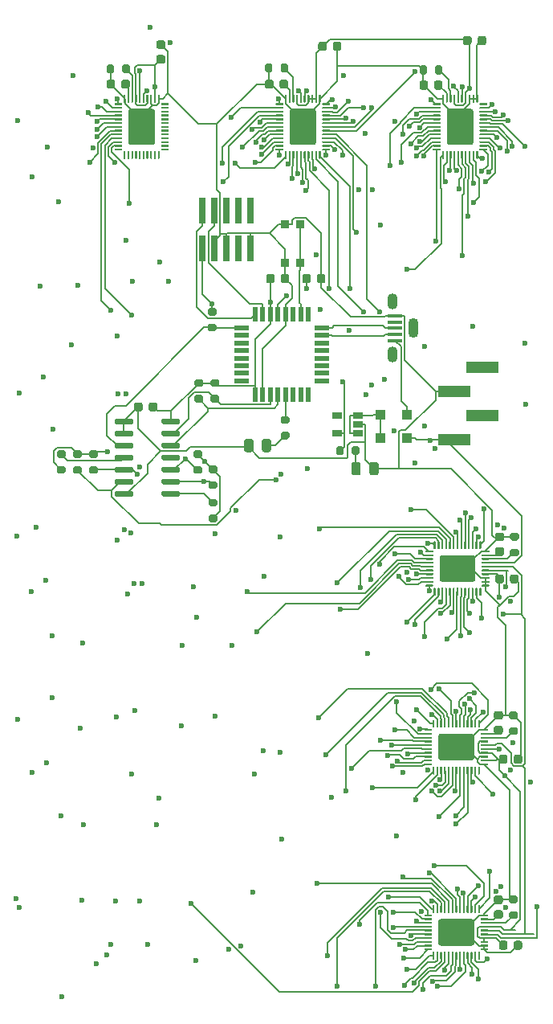
<source format=gbr>
%TF.GenerationSoftware,KiCad,Pcbnew,(5.1.8)-1*%
%TF.CreationDate,2021-07-31T20:08:39-05:00*%
%TF.ProjectId,DSKY_led_display,44534b59-5f6c-4656-945f-646973706c61,rev?*%
%TF.SameCoordinates,Original*%
%TF.FileFunction,Copper,L1,Top*%
%TF.FilePolarity,Positive*%
%FSLAX46Y46*%
G04 Gerber Fmt 4.6, Leading zero omitted, Abs format (unit mm)*
G04 Created by KiCad (PCBNEW (5.1.8)-1) date 2021-07-31 20:08:39*
%MOMM*%
%LPD*%
G01*
G04 APERTURE LIST*
%TA.AperFunction,ComponentPad*%
%ADD10O,1.100000X2.100000*%
%TD*%
%TA.AperFunction,ComponentPad*%
%ADD11O,1.100000X1.700000*%
%TD*%
%TA.AperFunction,SMDPad,CuDef*%
%ADD12R,1.500000X0.450000*%
%TD*%
%TA.AperFunction,SMDPad,CuDef*%
%ADD13R,1.100000X1.100000*%
%TD*%
%TA.AperFunction,SMDPad,CuDef*%
%ADD14R,3.429990X1.270000*%
%TD*%
%TA.AperFunction,SMDPad,CuDef*%
%ADD15R,0.650000X2.760000*%
%TD*%
%TA.AperFunction,SMDPad,CuDef*%
%ADD16R,0.650000X2.750000*%
%TD*%
%TA.AperFunction,SMDPad,CuDef*%
%ADD17R,0.900000X0.900000*%
%TD*%
%TA.AperFunction,SMDPad,CuDef*%
%ADD18R,0.550000X1.600000*%
%TD*%
%TA.AperFunction,SMDPad,CuDef*%
%ADD19R,1.600000X0.550000*%
%TD*%
%TA.AperFunction,SMDPad,CuDef*%
%ADD20R,1.060000X0.650000*%
%TD*%
%TA.AperFunction,ViaPad*%
%ADD21C,0.600000*%
%TD*%
%TA.AperFunction,Conductor*%
%ADD22C,0.200000*%
%TD*%
G04 APERTURE END LIST*
%TO.P,R23,2*%
%TO.N,Net-(R23-Pad2)*%
%TA.AperFunction,SMDPad,CuDef*%
G36*
G01*
X59575000Y-86175000D02*
X59025000Y-86175000D01*
G75*
G02*
X58825000Y-85975000I0J200000D01*
G01*
X58825000Y-85575000D01*
G75*
G02*
X59025000Y-85375000I200000J0D01*
G01*
X59575000Y-85375000D01*
G75*
G02*
X59775000Y-85575000I0J-200000D01*
G01*
X59775000Y-85975000D01*
G75*
G02*
X59575000Y-86175000I-200000J0D01*
G01*
G37*
%TD.AperFunction*%
%TO.P,R23,1*%
%TO.N,VCC*%
%TA.AperFunction,SMDPad,CuDef*%
G36*
G01*
X59575000Y-87825000D02*
X59025000Y-87825000D01*
G75*
G02*
X58825000Y-87625000I0J200000D01*
G01*
X58825000Y-87225000D01*
G75*
G02*
X59025000Y-87025000I200000J0D01*
G01*
X59575000Y-87025000D01*
G75*
G02*
X59775000Y-87225000I0J-200000D01*
G01*
X59775000Y-87625000D01*
G75*
G02*
X59575000Y-87825000I-200000J0D01*
G01*
G37*
%TD.AperFunction*%
%TD*%
%TO.P,R22,2*%
%TO.N,Net-(R22-Pad2)*%
%TA.AperFunction,SMDPad,CuDef*%
G36*
G01*
X43575000Y-81075000D02*
X43025000Y-81075000D01*
G75*
G02*
X42825000Y-80875000I0J200000D01*
G01*
X42825000Y-80475000D01*
G75*
G02*
X43025000Y-80275000I200000J0D01*
G01*
X43575000Y-80275000D01*
G75*
G02*
X43775000Y-80475000I0J-200000D01*
G01*
X43775000Y-80875000D01*
G75*
G02*
X43575000Y-81075000I-200000J0D01*
G01*
G37*
%TD.AperFunction*%
%TO.P,R22,1*%
%TO.N,VCC*%
%TA.AperFunction,SMDPad,CuDef*%
G36*
G01*
X43575000Y-82725000D02*
X43025000Y-82725000D01*
G75*
G02*
X42825000Y-82525000I0J200000D01*
G01*
X42825000Y-82125000D01*
G75*
G02*
X43025000Y-81925000I200000J0D01*
G01*
X43575000Y-81925000D01*
G75*
G02*
X43775000Y-82125000I0J-200000D01*
G01*
X43775000Y-82525000D01*
G75*
G02*
X43575000Y-82725000I-200000J0D01*
G01*
G37*
%TD.AperFunction*%
%TD*%
%TO.P,R21,2*%
%TO.N,/3SCL*%
%TA.AperFunction,SMDPad,CuDef*%
G36*
G01*
X57525000Y-74425000D02*
X58075000Y-74425000D01*
G75*
G02*
X58275000Y-74625000I0J-200000D01*
G01*
X58275000Y-75025000D01*
G75*
G02*
X58075000Y-75225000I-200000J0D01*
G01*
X57525000Y-75225000D01*
G75*
G02*
X57325000Y-75025000I0J200000D01*
G01*
X57325000Y-74625000D01*
G75*
G02*
X57525000Y-74425000I200000J0D01*
G01*
G37*
%TD.AperFunction*%
%TO.P,R21,1*%
%TO.N,+3V3*%
%TA.AperFunction,SMDPad,CuDef*%
G36*
G01*
X57525000Y-72775000D02*
X58075000Y-72775000D01*
G75*
G02*
X58275000Y-72975000I0J-200000D01*
G01*
X58275000Y-73375000D01*
G75*
G02*
X58075000Y-73575000I-200000J0D01*
G01*
X57525000Y-73575000D01*
G75*
G02*
X57325000Y-73375000I0J200000D01*
G01*
X57325000Y-72975000D01*
G75*
G02*
X57525000Y-72775000I200000J0D01*
G01*
G37*
%TD.AperFunction*%
%TD*%
%TO.P,R14,2*%
%TO.N,/3SDA*%
%TA.AperFunction,SMDPad,CuDef*%
G36*
G01*
X59225000Y-74425000D02*
X59775000Y-74425000D01*
G75*
G02*
X59975000Y-74625000I0J-200000D01*
G01*
X59975000Y-75025000D01*
G75*
G02*
X59775000Y-75225000I-200000J0D01*
G01*
X59225000Y-75225000D01*
G75*
G02*
X59025000Y-75025000I0J200000D01*
G01*
X59025000Y-74625000D01*
G75*
G02*
X59225000Y-74425000I200000J0D01*
G01*
G37*
%TD.AperFunction*%
%TO.P,R14,1*%
%TO.N,+3V3*%
%TA.AperFunction,SMDPad,CuDef*%
G36*
G01*
X59225000Y-72775000D02*
X59775000Y-72775000D01*
G75*
G02*
X59975000Y-72975000I0J-200000D01*
G01*
X59975000Y-73375000D01*
G75*
G02*
X59775000Y-73575000I-200000J0D01*
G01*
X59225000Y-73575000D01*
G75*
G02*
X59025000Y-73375000I0J200000D01*
G01*
X59025000Y-72975000D01*
G75*
G02*
X59225000Y-72775000I200000J0D01*
G01*
G37*
%TD.AperFunction*%
%TD*%
%TO.P,R13,2*%
%TO.N,/BRESET*%
%TA.AperFunction,SMDPad,CuDef*%
G36*
G01*
X58925000Y-66925000D02*
X59475000Y-66925000D01*
G75*
G02*
X59675000Y-67125000I0J-200000D01*
G01*
X59675000Y-67525000D01*
G75*
G02*
X59475000Y-67725000I-200000J0D01*
G01*
X58925000Y-67725000D01*
G75*
G02*
X58725000Y-67525000I0J200000D01*
G01*
X58725000Y-67125000D01*
G75*
G02*
X58925000Y-66925000I200000J0D01*
G01*
G37*
%TD.AperFunction*%
%TO.P,R13,1*%
%TO.N,+3V3*%
%TA.AperFunction,SMDPad,CuDef*%
G36*
G01*
X58925000Y-65275000D02*
X59475000Y-65275000D01*
G75*
G02*
X59675000Y-65475000I0J-200000D01*
G01*
X59675000Y-65875000D01*
G75*
G02*
X59475000Y-66075000I-200000J0D01*
G01*
X58925000Y-66075000D01*
G75*
G02*
X58725000Y-65875000I0J200000D01*
G01*
X58725000Y-65475000D01*
G75*
G02*
X58925000Y-65275000I200000J0D01*
G01*
G37*
%TD.AperFunction*%
%TD*%
%TO.P,U9,14*%
%TO.N,+3V3*%
%TA.AperFunction,SMDPad,CuDef*%
G36*
G01*
X53875000Y-77380000D02*
X53875000Y-77080000D01*
G75*
G02*
X54025000Y-76930000I150000J0D01*
G01*
X55675000Y-76930000D01*
G75*
G02*
X55825000Y-77080000I0J-150000D01*
G01*
X55825000Y-77380000D01*
G75*
G02*
X55675000Y-77530000I-150000J0D01*
G01*
X54025000Y-77530000D01*
G75*
G02*
X53875000Y-77380000I0J150000D01*
G01*
G37*
%TD.AperFunction*%
%TO.P,U9,13*%
%TO.N,/3SDA*%
%TA.AperFunction,SMDPad,CuDef*%
G36*
G01*
X53875000Y-78650000D02*
X53875000Y-78350000D01*
G75*
G02*
X54025000Y-78200000I150000J0D01*
G01*
X55675000Y-78200000D01*
G75*
G02*
X55825000Y-78350000I0J-150000D01*
G01*
X55825000Y-78650000D01*
G75*
G02*
X55675000Y-78800000I-150000J0D01*
G01*
X54025000Y-78800000D01*
G75*
G02*
X53875000Y-78650000I0J150000D01*
G01*
G37*
%TD.AperFunction*%
%TO.P,U9,12*%
%TO.N,/3SCL*%
%TA.AperFunction,SMDPad,CuDef*%
G36*
G01*
X53875000Y-79920000D02*
X53875000Y-79620000D01*
G75*
G02*
X54025000Y-79470000I150000J0D01*
G01*
X55675000Y-79470000D01*
G75*
G02*
X55825000Y-79620000I0J-150000D01*
G01*
X55825000Y-79920000D01*
G75*
G02*
X55675000Y-80070000I-150000J0D01*
G01*
X54025000Y-80070000D01*
G75*
G02*
X53875000Y-79920000I0J150000D01*
G01*
G37*
%TD.AperFunction*%
%TO.P,U9,11*%
%TO.N,N/C*%
%TA.AperFunction,SMDPad,CuDef*%
G36*
G01*
X53875000Y-81190000D02*
X53875000Y-80890000D01*
G75*
G02*
X54025000Y-80740000I150000J0D01*
G01*
X55675000Y-80740000D01*
G75*
G02*
X55825000Y-80890000I0J-150000D01*
G01*
X55825000Y-81190000D01*
G75*
G02*
X55675000Y-81340000I-150000J0D01*
G01*
X54025000Y-81340000D01*
G75*
G02*
X53875000Y-81190000I0J150000D01*
G01*
G37*
%TD.AperFunction*%
%TO.P,U9,10*%
%TO.N,/SCL1*%
%TA.AperFunction,SMDPad,CuDef*%
G36*
G01*
X53875000Y-82460000D02*
X53875000Y-82160000D01*
G75*
G02*
X54025000Y-82010000I150000J0D01*
G01*
X55675000Y-82010000D01*
G75*
G02*
X55825000Y-82160000I0J-150000D01*
G01*
X55825000Y-82460000D01*
G75*
G02*
X55675000Y-82610000I-150000J0D01*
G01*
X54025000Y-82610000D01*
G75*
G02*
X53875000Y-82460000I0J150000D01*
G01*
G37*
%TD.AperFunction*%
%TO.P,U9,9*%
%TO.N,/SDA1*%
%TA.AperFunction,SMDPad,CuDef*%
G36*
G01*
X53875000Y-83730000D02*
X53875000Y-83430000D01*
G75*
G02*
X54025000Y-83280000I150000J0D01*
G01*
X55675000Y-83280000D01*
G75*
G02*
X55825000Y-83430000I0J-150000D01*
G01*
X55825000Y-83730000D01*
G75*
G02*
X55675000Y-83880000I-150000J0D01*
G01*
X54025000Y-83880000D01*
G75*
G02*
X53875000Y-83730000I0J150000D01*
G01*
G37*
%TD.AperFunction*%
%TO.P,U9,8*%
%TO.N,Net-(R23-Pad2)*%
%TA.AperFunction,SMDPad,CuDef*%
G36*
G01*
X53875000Y-85000000D02*
X53875000Y-84700000D01*
G75*
G02*
X54025000Y-84550000I150000J0D01*
G01*
X55675000Y-84550000D01*
G75*
G02*
X55825000Y-84700000I0J-150000D01*
G01*
X55825000Y-85000000D01*
G75*
G02*
X55675000Y-85150000I-150000J0D01*
G01*
X54025000Y-85150000D01*
G75*
G02*
X53875000Y-85000000I0J150000D01*
G01*
G37*
%TD.AperFunction*%
%TO.P,U9,7*%
%TO.N,GND*%
%TA.AperFunction,SMDPad,CuDef*%
G36*
G01*
X48925000Y-85000000D02*
X48925000Y-84700000D01*
G75*
G02*
X49075000Y-84550000I150000J0D01*
G01*
X50725000Y-84550000D01*
G75*
G02*
X50875000Y-84700000I0J-150000D01*
G01*
X50875000Y-85000000D01*
G75*
G02*
X50725000Y-85150000I-150000J0D01*
G01*
X49075000Y-85150000D01*
G75*
G02*
X48925000Y-85000000I0J150000D01*
G01*
G37*
%TD.AperFunction*%
%TO.P,U9,6*%
%TO.N,/SCL0*%
%TA.AperFunction,SMDPad,CuDef*%
G36*
G01*
X48925000Y-83730000D02*
X48925000Y-83430000D01*
G75*
G02*
X49075000Y-83280000I150000J0D01*
G01*
X50725000Y-83280000D01*
G75*
G02*
X50875000Y-83430000I0J-150000D01*
G01*
X50875000Y-83730000D01*
G75*
G02*
X50725000Y-83880000I-150000J0D01*
G01*
X49075000Y-83880000D01*
G75*
G02*
X48925000Y-83730000I0J150000D01*
G01*
G37*
%TD.AperFunction*%
%TO.P,U9,5*%
%TO.N,/SDA0*%
%TA.AperFunction,SMDPad,CuDef*%
G36*
G01*
X48925000Y-82460000D02*
X48925000Y-82160000D01*
G75*
G02*
X49075000Y-82010000I150000J0D01*
G01*
X50725000Y-82010000D01*
G75*
G02*
X50875000Y-82160000I0J-150000D01*
G01*
X50875000Y-82460000D01*
G75*
G02*
X50725000Y-82610000I-150000J0D01*
G01*
X49075000Y-82610000D01*
G75*
G02*
X48925000Y-82460000I0J150000D01*
G01*
G37*
%TD.AperFunction*%
%TO.P,U9,4*%
%TO.N,Net-(R22-Pad2)*%
%TA.AperFunction,SMDPad,CuDef*%
G36*
G01*
X48925000Y-81190000D02*
X48925000Y-80890000D01*
G75*
G02*
X49075000Y-80740000I150000J0D01*
G01*
X50725000Y-80740000D01*
G75*
G02*
X50875000Y-80890000I0J-150000D01*
G01*
X50875000Y-81190000D01*
G75*
G02*
X50725000Y-81340000I-150000J0D01*
G01*
X49075000Y-81340000D01*
G75*
G02*
X48925000Y-81190000I0J150000D01*
G01*
G37*
%TD.AperFunction*%
%TO.P,U9,3*%
%TO.N,/BRESET*%
%TA.AperFunction,SMDPad,CuDef*%
G36*
G01*
X48925000Y-79920000D02*
X48925000Y-79620000D01*
G75*
G02*
X49075000Y-79470000I150000J0D01*
G01*
X50725000Y-79470000D01*
G75*
G02*
X50875000Y-79620000I0J-150000D01*
G01*
X50875000Y-79920000D01*
G75*
G02*
X50725000Y-80070000I-150000J0D01*
G01*
X49075000Y-80070000D01*
G75*
G02*
X48925000Y-79920000I0J150000D01*
G01*
G37*
%TD.AperFunction*%
%TO.P,U9,2*%
%TO.N,GND*%
%TA.AperFunction,SMDPad,CuDef*%
G36*
G01*
X48925000Y-78650000D02*
X48925000Y-78350000D01*
G75*
G02*
X49075000Y-78200000I150000J0D01*
G01*
X50725000Y-78200000D01*
G75*
G02*
X50875000Y-78350000I0J-150000D01*
G01*
X50875000Y-78650000D01*
G75*
G02*
X50725000Y-78800000I-150000J0D01*
G01*
X49075000Y-78800000D01*
G75*
G02*
X48925000Y-78650000I0J150000D01*
G01*
G37*
%TD.AperFunction*%
%TO.P,U9,1*%
%TA.AperFunction,SMDPad,CuDef*%
G36*
G01*
X48925000Y-77380000D02*
X48925000Y-77080000D01*
G75*
G02*
X49075000Y-76930000I150000J0D01*
G01*
X50725000Y-76930000D01*
G75*
G02*
X50875000Y-77080000I0J-150000D01*
G01*
X50875000Y-77380000D01*
G75*
G02*
X50725000Y-77530000I-150000J0D01*
G01*
X49075000Y-77530000D01*
G75*
G02*
X48925000Y-77380000I0J150000D01*
G01*
G37*
%TD.AperFunction*%
%TD*%
%TO.P,R10,2*%
%TO.N,/SDA1*%
%TA.AperFunction,SMDPad,CuDef*%
G36*
G01*
X59025000Y-83525000D02*
X59575000Y-83525000D01*
G75*
G02*
X59775000Y-83725000I0J-200000D01*
G01*
X59775000Y-84125000D01*
G75*
G02*
X59575000Y-84325000I-200000J0D01*
G01*
X59025000Y-84325000D01*
G75*
G02*
X58825000Y-84125000I0J200000D01*
G01*
X58825000Y-83725000D01*
G75*
G02*
X59025000Y-83525000I200000J0D01*
G01*
G37*
%TD.AperFunction*%
%TO.P,R10,1*%
%TO.N,VCC*%
%TA.AperFunction,SMDPad,CuDef*%
G36*
G01*
X59025000Y-81875000D02*
X59575000Y-81875000D01*
G75*
G02*
X59775000Y-82075000I0J-200000D01*
G01*
X59775000Y-82475000D01*
G75*
G02*
X59575000Y-82675000I-200000J0D01*
G01*
X59025000Y-82675000D01*
G75*
G02*
X58825000Y-82475000I0J200000D01*
G01*
X58825000Y-82075000D01*
G75*
G02*
X59025000Y-81875000I200000J0D01*
G01*
G37*
%TD.AperFunction*%
%TD*%
%TO.P,R9,2*%
%TO.N,/SCL1*%
%TA.AperFunction,SMDPad,CuDef*%
G36*
G01*
X57425000Y-81925000D02*
X57975000Y-81925000D01*
G75*
G02*
X58175000Y-82125000I0J-200000D01*
G01*
X58175000Y-82525000D01*
G75*
G02*
X57975000Y-82725000I-200000J0D01*
G01*
X57425000Y-82725000D01*
G75*
G02*
X57225000Y-82525000I0J200000D01*
G01*
X57225000Y-82125000D01*
G75*
G02*
X57425000Y-81925000I200000J0D01*
G01*
G37*
%TD.AperFunction*%
%TO.P,R9,1*%
%TO.N,VCC*%
%TA.AperFunction,SMDPad,CuDef*%
G36*
G01*
X57425000Y-80275000D02*
X57975000Y-80275000D01*
G75*
G02*
X58175000Y-80475000I0J-200000D01*
G01*
X58175000Y-80875000D01*
G75*
G02*
X57975000Y-81075000I-200000J0D01*
G01*
X57425000Y-81075000D01*
G75*
G02*
X57225000Y-80875000I0J200000D01*
G01*
X57225000Y-80475000D01*
G75*
G02*
X57425000Y-80275000I200000J0D01*
G01*
G37*
%TD.AperFunction*%
%TD*%
%TO.P,R8,2*%
%TO.N,/SDA0*%
%TA.AperFunction,SMDPad,CuDef*%
G36*
G01*
X46425000Y-81925000D02*
X46975000Y-81925000D01*
G75*
G02*
X47175000Y-82125000I0J-200000D01*
G01*
X47175000Y-82525000D01*
G75*
G02*
X46975000Y-82725000I-200000J0D01*
G01*
X46425000Y-82725000D01*
G75*
G02*
X46225000Y-82525000I0J200000D01*
G01*
X46225000Y-82125000D01*
G75*
G02*
X46425000Y-81925000I200000J0D01*
G01*
G37*
%TD.AperFunction*%
%TO.P,R8,1*%
%TO.N,VCC*%
%TA.AperFunction,SMDPad,CuDef*%
G36*
G01*
X46425000Y-80275000D02*
X46975000Y-80275000D01*
G75*
G02*
X47175000Y-80475000I0J-200000D01*
G01*
X47175000Y-80875000D01*
G75*
G02*
X46975000Y-81075000I-200000J0D01*
G01*
X46425000Y-81075000D01*
G75*
G02*
X46225000Y-80875000I0J200000D01*
G01*
X46225000Y-80475000D01*
G75*
G02*
X46425000Y-80275000I200000J0D01*
G01*
G37*
%TD.AperFunction*%
%TD*%
%TO.P,R7,2*%
%TO.N,/SCL0*%
%TA.AperFunction,SMDPad,CuDef*%
G36*
G01*
X44725000Y-81925000D02*
X45275000Y-81925000D01*
G75*
G02*
X45475000Y-82125000I0J-200000D01*
G01*
X45475000Y-82525000D01*
G75*
G02*
X45275000Y-82725000I-200000J0D01*
G01*
X44725000Y-82725000D01*
G75*
G02*
X44525000Y-82525000I0J200000D01*
G01*
X44525000Y-82125000D01*
G75*
G02*
X44725000Y-81925000I200000J0D01*
G01*
G37*
%TD.AperFunction*%
%TO.P,R7,1*%
%TO.N,VCC*%
%TA.AperFunction,SMDPad,CuDef*%
G36*
G01*
X44725000Y-80275000D02*
X45275000Y-80275000D01*
G75*
G02*
X45475000Y-80475000I0J-200000D01*
G01*
X45475000Y-80875000D01*
G75*
G02*
X45275000Y-81075000I-200000J0D01*
G01*
X44725000Y-81075000D01*
G75*
G02*
X44525000Y-80875000I0J200000D01*
G01*
X44525000Y-80475000D01*
G75*
G02*
X44725000Y-80275000I200000J0D01*
G01*
G37*
%TD.AperFunction*%
%TD*%
%TO.P,C15,2*%
%TO.N,GND*%
%TA.AperFunction,SMDPad,CuDef*%
G36*
G01*
X51875000Y-75450000D02*
X51875000Y-75950000D01*
G75*
G02*
X51650000Y-76175000I-225000J0D01*
G01*
X51200000Y-76175000D01*
G75*
G02*
X50975000Y-75950000I0J225000D01*
G01*
X50975000Y-75450000D01*
G75*
G02*
X51200000Y-75225000I225000J0D01*
G01*
X51650000Y-75225000D01*
G75*
G02*
X51875000Y-75450000I0J-225000D01*
G01*
G37*
%TD.AperFunction*%
%TO.P,C15,1*%
%TO.N,+3V3*%
%TA.AperFunction,SMDPad,CuDef*%
G36*
G01*
X53425000Y-75450000D02*
X53425000Y-75950000D01*
G75*
G02*
X53200000Y-76175000I-225000J0D01*
G01*
X52750000Y-76175000D01*
G75*
G02*
X52525000Y-75950000I0J225000D01*
G01*
X52525000Y-75450000D01*
G75*
G02*
X52750000Y-75225000I225000J0D01*
G01*
X53200000Y-75225000D01*
G75*
G02*
X53425000Y-75450000I0J-225000D01*
G01*
G37*
%TD.AperFunction*%
%TD*%
%TO.P,C14,2*%
%TO.N,GND*%
%TA.AperFunction,SMDPad,CuDef*%
G36*
G01*
X81975000Y-41550000D02*
X81975000Y-42050000D01*
G75*
G02*
X81750000Y-42275000I-225000J0D01*
G01*
X81300000Y-42275000D01*
G75*
G02*
X81075000Y-42050000I0J225000D01*
G01*
X81075000Y-41550000D01*
G75*
G02*
X81300000Y-41325000I225000J0D01*
G01*
X81750000Y-41325000D01*
G75*
G02*
X81975000Y-41550000I0J-225000D01*
G01*
G37*
%TD.AperFunction*%
%TO.P,C14,1*%
%TO.N,Net-(C14-Pad1)*%
%TA.AperFunction,SMDPad,CuDef*%
G36*
G01*
X83525000Y-41550000D02*
X83525000Y-42050000D01*
G75*
G02*
X83300000Y-42275000I-225000J0D01*
G01*
X82850000Y-42275000D01*
G75*
G02*
X82625000Y-42050000I0J225000D01*
G01*
X82625000Y-41550000D01*
G75*
G02*
X82850000Y-41325000I225000J0D01*
G01*
X83300000Y-41325000D01*
G75*
G02*
X83525000Y-41550000I0J-225000D01*
G01*
G37*
%TD.AperFunction*%
%TD*%
%TO.P,C13,2*%
%TO.N,GND*%
%TA.AperFunction,SMDPad,CuDef*%
G36*
G01*
X48975000Y-41450000D02*
X48975000Y-41950000D01*
G75*
G02*
X48750000Y-42175000I-225000J0D01*
G01*
X48300000Y-42175000D01*
G75*
G02*
X48075000Y-41950000I0J225000D01*
G01*
X48075000Y-41450000D01*
G75*
G02*
X48300000Y-41225000I225000J0D01*
G01*
X48750000Y-41225000D01*
G75*
G02*
X48975000Y-41450000I0J-225000D01*
G01*
G37*
%TD.AperFunction*%
%TO.P,C13,1*%
%TO.N,Net-(C13-Pad1)*%
%TA.AperFunction,SMDPad,CuDef*%
G36*
G01*
X50525000Y-41450000D02*
X50525000Y-41950000D01*
G75*
G02*
X50300000Y-42175000I-225000J0D01*
G01*
X49850000Y-42175000D01*
G75*
G02*
X49625000Y-41950000I0J225000D01*
G01*
X49625000Y-41450000D01*
G75*
G02*
X49850000Y-41225000I225000J0D01*
G01*
X50300000Y-41225000D01*
G75*
G02*
X50525000Y-41450000I0J-225000D01*
G01*
G37*
%TD.AperFunction*%
%TD*%
%TO.P,C12,2*%
%TO.N,GND*%
%TA.AperFunction,SMDPad,CuDef*%
G36*
G01*
X89658000Y-108641000D02*
X89158000Y-108641000D01*
G75*
G02*
X88933000Y-108416000I0J225000D01*
G01*
X88933000Y-107966000D01*
G75*
G02*
X89158000Y-107741000I225000J0D01*
G01*
X89658000Y-107741000D01*
G75*
G02*
X89883000Y-107966000I0J-225000D01*
G01*
X89883000Y-108416000D01*
G75*
G02*
X89658000Y-108641000I-225000J0D01*
G01*
G37*
%TD.AperFunction*%
%TO.P,C12,1*%
%TO.N,Net-(C12-Pad1)*%
%TA.AperFunction,SMDPad,CuDef*%
G36*
G01*
X89658000Y-110191000D02*
X89158000Y-110191000D01*
G75*
G02*
X88933000Y-109966000I0J225000D01*
G01*
X88933000Y-109516000D01*
G75*
G02*
X89158000Y-109291000I225000J0D01*
G01*
X89658000Y-109291000D01*
G75*
G02*
X89883000Y-109516000I0J-225000D01*
G01*
X89883000Y-109966000D01*
G75*
G02*
X89658000Y-110191000I-225000J0D01*
G01*
G37*
%TD.AperFunction*%
%TD*%
%TO.P,C11,2*%
%TO.N,GND*%
%TA.AperFunction,SMDPad,CuDef*%
G36*
G01*
X65675000Y-41450000D02*
X65675000Y-41950000D01*
G75*
G02*
X65450000Y-42175000I-225000J0D01*
G01*
X65000000Y-42175000D01*
G75*
G02*
X64775000Y-41950000I0J225000D01*
G01*
X64775000Y-41450000D01*
G75*
G02*
X65000000Y-41225000I225000J0D01*
G01*
X65450000Y-41225000D01*
G75*
G02*
X65675000Y-41450000I0J-225000D01*
G01*
G37*
%TD.AperFunction*%
%TO.P,C11,1*%
%TO.N,Net-(C11-Pad1)*%
%TA.AperFunction,SMDPad,CuDef*%
G36*
G01*
X67225000Y-41450000D02*
X67225000Y-41950000D01*
G75*
G02*
X67000000Y-42175000I-225000J0D01*
G01*
X66550000Y-42175000D01*
G75*
G02*
X66325000Y-41950000I0J225000D01*
G01*
X66325000Y-41450000D01*
G75*
G02*
X66550000Y-41225000I225000J0D01*
G01*
X67000000Y-41225000D01*
G75*
G02*
X67225000Y-41450000I0J-225000D01*
G01*
G37*
%TD.AperFunction*%
%TD*%
%TO.P,C10,2*%
%TO.N,GND*%
%TA.AperFunction,SMDPad,CuDef*%
G36*
G01*
X89658000Y-128059000D02*
X89158000Y-128059000D01*
G75*
G02*
X88933000Y-127834000I0J225000D01*
G01*
X88933000Y-127384000D01*
G75*
G02*
X89158000Y-127159000I225000J0D01*
G01*
X89658000Y-127159000D01*
G75*
G02*
X89883000Y-127384000I0J-225000D01*
G01*
X89883000Y-127834000D01*
G75*
G02*
X89658000Y-128059000I-225000J0D01*
G01*
G37*
%TD.AperFunction*%
%TO.P,C10,1*%
%TO.N,Net-(C10-Pad1)*%
%TA.AperFunction,SMDPad,CuDef*%
G36*
G01*
X89658000Y-129609000D02*
X89158000Y-129609000D01*
G75*
G02*
X88933000Y-129384000I0J225000D01*
G01*
X88933000Y-128934000D01*
G75*
G02*
X89158000Y-128709000I225000J0D01*
G01*
X89658000Y-128709000D01*
G75*
G02*
X89883000Y-128934000I0J-225000D01*
G01*
X89883000Y-129384000D01*
G75*
G02*
X89658000Y-129609000I-225000J0D01*
G01*
G37*
%TD.AperFunction*%
%TD*%
%TO.P,C9,2*%
%TO.N,GND*%
%TA.AperFunction,SMDPad,CuDef*%
G36*
G01*
X89785000Y-89832000D02*
X89285000Y-89832000D01*
G75*
G02*
X89060000Y-89607000I0J225000D01*
G01*
X89060000Y-89157000D01*
G75*
G02*
X89285000Y-88932000I225000J0D01*
G01*
X89785000Y-88932000D01*
G75*
G02*
X90010000Y-89157000I0J-225000D01*
G01*
X90010000Y-89607000D01*
G75*
G02*
X89785000Y-89832000I-225000J0D01*
G01*
G37*
%TD.AperFunction*%
%TO.P,C9,1*%
%TO.N,Net-(C9-Pad1)*%
%TA.AperFunction,SMDPad,CuDef*%
G36*
G01*
X89785000Y-91382000D02*
X89285000Y-91382000D01*
G75*
G02*
X89060000Y-91157000I0J225000D01*
G01*
X89060000Y-90707000D01*
G75*
G02*
X89285000Y-90482000I225000J0D01*
G01*
X89785000Y-90482000D01*
G75*
G02*
X90010000Y-90707000I0J-225000D01*
G01*
X90010000Y-91157000D01*
G75*
G02*
X89785000Y-91382000I-225000J0D01*
G01*
G37*
%TD.AperFunction*%
%TD*%
D10*
%TO.P,J1,S3*%
%TO.N,N/C*%
X80400000Y-67400000D03*
D11*
%TO.P,J1,S2*%
X78250000Y-64600000D03*
%TO.P,J1,S1*%
X78250000Y-70200000D03*
D12*
%TO.P,J1,5*%
%TO.N,GND*%
X78500000Y-66100000D03*
%TO.P,J1,4*%
%TO.N,N/C*%
X78500000Y-66750000D03*
%TO.P,J1,3*%
%TO.N,/D+*%
X78500000Y-67400000D03*
%TO.P,J1,2*%
%TO.N,/D-*%
X78500000Y-68050000D03*
%TO.P,J1,1*%
%TO.N,VBUS*%
X78500000Y-68700000D03*
%TD*%
%TO.P,C8,2*%
%TO.N,GND*%
%TA.AperFunction,SMDPad,CuDef*%
G36*
G01*
X70263600Y-62429200D02*
X70263600Y-61929200D01*
G75*
G02*
X70488600Y-61704200I225000J0D01*
G01*
X70938600Y-61704200D01*
G75*
G02*
X71163600Y-61929200I0J-225000D01*
G01*
X71163600Y-62429200D01*
G75*
G02*
X70938600Y-62654200I-225000J0D01*
G01*
X70488600Y-62654200D01*
G75*
G02*
X70263600Y-62429200I0J225000D01*
G01*
G37*
%TD.AperFunction*%
%TO.P,C8,1*%
%TO.N,Net-(C8-Pad1)*%
%TA.AperFunction,SMDPad,CuDef*%
G36*
G01*
X68713600Y-62429200D02*
X68713600Y-61929200D01*
G75*
G02*
X68938600Y-61704200I225000J0D01*
G01*
X69388600Y-61704200D01*
G75*
G02*
X69613600Y-61929200I0J-225000D01*
G01*
X69613600Y-62429200D01*
G75*
G02*
X69388600Y-62654200I-225000J0D01*
G01*
X68938600Y-62654200D01*
G75*
G02*
X68713600Y-62429200I0J225000D01*
G01*
G37*
%TD.AperFunction*%
%TD*%
D13*
%TO.P,D192,2*%
%TO.N,VBUS*%
X79784400Y-76504800D03*
%TO.P,D192,1*%
%TO.N,Net-(D191-Pad1)*%
X76984400Y-76504800D03*
%TD*%
%TO.P,D191,2*%
%TO.N,VCC*%
X79784400Y-78943200D03*
%TO.P,D191,1*%
%TO.N,Net-(D191-Pad1)*%
X76984400Y-78943200D03*
%TD*%
D14*
%TO.P,J3,4*%
%TO.N,N/C*%
X87692990Y-71501000D03*
%TO.P,J3,3*%
%TO.N,GND*%
X84773010Y-74041000D03*
%TO.P,J3,2*%
%TO.N,N/C*%
X87692990Y-76581000D03*
%TO.P,J3,1*%
%TO.N,VCC*%
X84773010Y-79121000D03*
%TD*%
D15*
%TO.P,J2,10*%
%TO.N,N/C*%
X63240000Y-54970000D03*
%TO.P,J2,9*%
%TO.N,GND*%
X63240000Y-59030000D03*
%TO.P,J2,8*%
%TO.N,N/C*%
X61970000Y-54970000D03*
%TO.P,J2,7*%
X61970000Y-59030000D03*
%TO.P,J2,6*%
X60700000Y-54970000D03*
%TO.P,J2,5*%
%TO.N,GND*%
X60700000Y-59030000D03*
D16*
%TO.P,J2,4*%
%TO.N,/SWCLK*%
X59430000Y-54970000D03*
D15*
%TO.P,J2,3*%
%TO.N,GND*%
X59430000Y-59030000D03*
%TO.P,J2,2*%
%TO.N,/SWDIO*%
X58160000Y-54970000D03*
%TO.P,J2,1*%
%TO.N,+3V3*%
X58160000Y-59030000D03*
%TD*%
D17*
%TO.P,SW1,A'*%
%TO.N,GND*%
X66929200Y-60553600D03*
%TO.P,SW1,B'*%
%TO.N,Net-(SW1-PadB')*%
X68529200Y-60553600D03*
%TO.P,SW1,B*%
X68529200Y-56453600D03*
%TO.P,SW1,A*%
%TO.N,GND*%
X66929200Y-56453600D03*
%TD*%
%TO.P,R20,2*%
%TO.N,GND*%
%TA.AperFunction,SMDPad,CuDef*%
G36*
G01*
X81875000Y-39925000D02*
X81875000Y-40475000D01*
G75*
G02*
X81675000Y-40675000I-200000J0D01*
G01*
X81275000Y-40675000D01*
G75*
G02*
X81075000Y-40475000I0J200000D01*
G01*
X81075000Y-39925000D01*
G75*
G02*
X81275000Y-39725000I200000J0D01*
G01*
X81675000Y-39725000D01*
G75*
G02*
X81875000Y-39925000I0J-200000D01*
G01*
G37*
%TD.AperFunction*%
%TO.P,R20,1*%
%TO.N,Net-(R20-Pad1)*%
%TA.AperFunction,SMDPad,CuDef*%
G36*
G01*
X83525000Y-39925000D02*
X83525000Y-40475000D01*
G75*
G02*
X83325000Y-40675000I-200000J0D01*
G01*
X82925000Y-40675000D01*
G75*
G02*
X82725000Y-40475000I0J200000D01*
G01*
X82725000Y-39925000D01*
G75*
G02*
X82925000Y-39725000I200000J0D01*
G01*
X83325000Y-39725000D01*
G75*
G02*
X83525000Y-39925000I0J-200000D01*
G01*
G37*
%TD.AperFunction*%
%TD*%
%TO.P,R19,2*%
%TO.N,GND*%
%TA.AperFunction,SMDPad,CuDef*%
G36*
G01*
X48875000Y-39825000D02*
X48875000Y-40375000D01*
G75*
G02*
X48675000Y-40575000I-200000J0D01*
G01*
X48275000Y-40575000D01*
G75*
G02*
X48075000Y-40375000I0J200000D01*
G01*
X48075000Y-39825000D01*
G75*
G02*
X48275000Y-39625000I200000J0D01*
G01*
X48675000Y-39625000D01*
G75*
G02*
X48875000Y-39825000I0J-200000D01*
G01*
G37*
%TD.AperFunction*%
%TO.P,R19,1*%
%TO.N,Net-(R19-Pad1)*%
%TA.AperFunction,SMDPad,CuDef*%
G36*
G01*
X50525000Y-39825000D02*
X50525000Y-40375000D01*
G75*
G02*
X50325000Y-40575000I-200000J0D01*
G01*
X49925000Y-40575000D01*
G75*
G02*
X49725000Y-40375000I0J200000D01*
G01*
X49725000Y-39825000D01*
G75*
G02*
X49925000Y-39625000I200000J0D01*
G01*
X50325000Y-39625000D01*
G75*
G02*
X50525000Y-39825000I0J-200000D01*
G01*
G37*
%TD.AperFunction*%
%TD*%
%TO.P,R18,2*%
%TO.N,GND*%
%TA.AperFunction,SMDPad,CuDef*%
G36*
G01*
X65575000Y-39725000D02*
X65575000Y-40275000D01*
G75*
G02*
X65375000Y-40475000I-200000J0D01*
G01*
X64975000Y-40475000D01*
G75*
G02*
X64775000Y-40275000I0J200000D01*
G01*
X64775000Y-39725000D01*
G75*
G02*
X64975000Y-39525000I200000J0D01*
G01*
X65375000Y-39525000D01*
G75*
G02*
X65575000Y-39725000I0J-200000D01*
G01*
G37*
%TD.AperFunction*%
%TO.P,R18,1*%
%TO.N,Net-(R18-Pad1)*%
%TA.AperFunction,SMDPad,CuDef*%
G36*
G01*
X67225000Y-39725000D02*
X67225000Y-40275000D01*
G75*
G02*
X67025000Y-40475000I-200000J0D01*
G01*
X66625000Y-40475000D01*
G75*
G02*
X66425000Y-40275000I0J200000D01*
G01*
X66425000Y-39725000D01*
G75*
G02*
X66625000Y-39525000I200000J0D01*
G01*
X67025000Y-39525000D01*
G75*
G02*
X67225000Y-39725000I0J-200000D01*
G01*
G37*
%TD.AperFunction*%
%TD*%
%TO.P,R17,2*%
%TO.N,GND*%
%TA.AperFunction,SMDPad,CuDef*%
G36*
G01*
X91275000Y-108575000D02*
X90725000Y-108575000D01*
G75*
G02*
X90525000Y-108375000I0J200000D01*
G01*
X90525000Y-107975000D01*
G75*
G02*
X90725000Y-107775000I200000J0D01*
G01*
X91275000Y-107775000D01*
G75*
G02*
X91475000Y-107975000I0J-200000D01*
G01*
X91475000Y-108375000D01*
G75*
G02*
X91275000Y-108575000I-200000J0D01*
G01*
G37*
%TD.AperFunction*%
%TO.P,R17,1*%
%TO.N,Net-(R17-Pad1)*%
%TA.AperFunction,SMDPad,CuDef*%
G36*
G01*
X91275000Y-110225000D02*
X90725000Y-110225000D01*
G75*
G02*
X90525000Y-110025000I0J200000D01*
G01*
X90525000Y-109625000D01*
G75*
G02*
X90725000Y-109425000I200000J0D01*
G01*
X91275000Y-109425000D01*
G75*
G02*
X91475000Y-109625000I0J-200000D01*
G01*
X91475000Y-110025000D01*
G75*
G02*
X91275000Y-110225000I-200000J0D01*
G01*
G37*
%TD.AperFunction*%
%TD*%
%TO.P,R16,2*%
%TO.N,GND*%
%TA.AperFunction,SMDPad,CuDef*%
G36*
G01*
X91275000Y-127975000D02*
X90725000Y-127975000D01*
G75*
G02*
X90525000Y-127775000I0J200000D01*
G01*
X90525000Y-127375000D01*
G75*
G02*
X90725000Y-127175000I200000J0D01*
G01*
X91275000Y-127175000D01*
G75*
G02*
X91475000Y-127375000I0J-200000D01*
G01*
X91475000Y-127775000D01*
G75*
G02*
X91275000Y-127975000I-200000J0D01*
G01*
G37*
%TD.AperFunction*%
%TO.P,R16,1*%
%TO.N,Net-(R16-Pad1)*%
%TA.AperFunction,SMDPad,CuDef*%
G36*
G01*
X91275000Y-129625000D02*
X90725000Y-129625000D01*
G75*
G02*
X90525000Y-129425000I0J200000D01*
G01*
X90525000Y-129025000D01*
G75*
G02*
X90725000Y-128825000I200000J0D01*
G01*
X91275000Y-128825000D01*
G75*
G02*
X91475000Y-129025000I0J-200000D01*
G01*
X91475000Y-129425000D01*
G75*
G02*
X91275000Y-129625000I-200000J0D01*
G01*
G37*
%TD.AperFunction*%
%TD*%
%TO.P,R15,2*%
%TO.N,GND*%
%TA.AperFunction,SMDPad,CuDef*%
G36*
G01*
X91375000Y-89775000D02*
X90825000Y-89775000D01*
G75*
G02*
X90625000Y-89575000I0J200000D01*
G01*
X90625000Y-89175000D01*
G75*
G02*
X90825000Y-88975000I200000J0D01*
G01*
X91375000Y-88975000D01*
G75*
G02*
X91575000Y-89175000I0J-200000D01*
G01*
X91575000Y-89575000D01*
G75*
G02*
X91375000Y-89775000I-200000J0D01*
G01*
G37*
%TD.AperFunction*%
%TO.P,R15,1*%
%TO.N,Net-(R15-Pad1)*%
%TA.AperFunction,SMDPad,CuDef*%
G36*
G01*
X91375000Y-91425000D02*
X90825000Y-91425000D01*
G75*
G02*
X90625000Y-91225000I0J200000D01*
G01*
X90625000Y-90825000D01*
G75*
G02*
X90825000Y-90625000I200000J0D01*
G01*
X91375000Y-90625000D01*
G75*
G02*
X91575000Y-90825000I0J-200000D01*
G01*
X91575000Y-91225000D01*
G75*
G02*
X91375000Y-91425000I-200000J0D01*
G01*
G37*
%TD.AperFunction*%
%TD*%
D18*
%TO.P,U6,32*%
%TO.N,/SWDIO*%
X63748000Y-65904800D03*
%TO.P,U6,31*%
%TO.N,/SWCLK*%
X64548000Y-65904800D03*
%TO.P,U6,30*%
%TO.N,+3V3*%
X65348000Y-65904800D03*
%TO.P,U6,29*%
%TO.N,Net-(C8-Pad1)*%
X66148000Y-65904800D03*
%TO.P,U6,28*%
%TO.N,GND*%
X66948000Y-65904800D03*
%TO.P,U6,27*%
%TO.N,N/C*%
X67748000Y-65904800D03*
%TO.P,U6,26*%
%TO.N,Net-(SW1-PadB')*%
X68548000Y-65904800D03*
%TO.P,U6,25*%
%TO.N,N/C*%
X69348000Y-65904800D03*
D19*
%TO.P,U6,24*%
%TO.N,/D+*%
X70798000Y-67354800D03*
%TO.P,U6,23*%
%TO.N,/D-*%
X70798000Y-68154800D03*
%TO.P,U6,22*%
%TO.N,N/C*%
X70798000Y-68954800D03*
%TO.P,U6,21*%
X70798000Y-69754800D03*
%TO.P,U6,20*%
X70798000Y-70554800D03*
%TO.P,U6,19*%
X70798000Y-71354800D03*
%TO.P,U6,18*%
X70798000Y-72154800D03*
%TO.P,U6,17*%
X70798000Y-72954800D03*
D18*
%TO.P,U6,16*%
X69348000Y-74404800D03*
%TO.P,U6,15*%
X68548000Y-74404800D03*
%TO.P,U6,14*%
X67748000Y-74404800D03*
%TO.P,U6,13*%
%TO.N,Net-(R5-Pad1)*%
X66948000Y-74404800D03*
%TO.P,U6,12*%
%TO.N,/3SCL*%
X66148000Y-74404800D03*
%TO.P,U6,11*%
%TO.N,/3SDA*%
X65348000Y-74404800D03*
%TO.P,U6,10*%
%TO.N,GND*%
X64548000Y-74404800D03*
%TO.P,U6,9*%
%TO.N,+3V3*%
X63748000Y-74404800D03*
D19*
%TO.P,U6,8*%
%TO.N,N/C*%
X62298000Y-72954800D03*
%TO.P,U6,7*%
X62298000Y-72154800D03*
%TO.P,U6,6*%
X62298000Y-71354800D03*
%TO.P,U6,5*%
X62298000Y-70554800D03*
%TO.P,U6,4*%
X62298000Y-69754800D03*
%TO.P,U6,3*%
X62298000Y-68954800D03*
%TO.P,U6,2*%
X62298000Y-68154800D03*
%TO.P,U6,1*%
%TO.N,/BRESET*%
X62298000Y-67354800D03*
%TD*%
%TO.P,C7,2*%
%TO.N,GND*%
%TA.AperFunction,SMDPad,CuDef*%
G36*
G01*
X87225000Y-37350000D02*
X87225000Y-36850000D01*
G75*
G02*
X87450000Y-36625000I225000J0D01*
G01*
X87900000Y-36625000D01*
G75*
G02*
X88125000Y-36850000I0J-225000D01*
G01*
X88125000Y-37350000D01*
G75*
G02*
X87900000Y-37575000I-225000J0D01*
G01*
X87450000Y-37575000D01*
G75*
G02*
X87225000Y-37350000I0J225000D01*
G01*
G37*
%TD.AperFunction*%
%TO.P,C7,1*%
%TO.N,VCC*%
%TA.AperFunction,SMDPad,CuDef*%
G36*
G01*
X85675000Y-37350000D02*
X85675000Y-36850000D01*
G75*
G02*
X85900000Y-36625000I225000J0D01*
G01*
X86350000Y-36625000D01*
G75*
G02*
X86575000Y-36850000I0J-225000D01*
G01*
X86575000Y-37350000D01*
G75*
G02*
X86350000Y-37575000I-225000J0D01*
G01*
X85900000Y-37575000D01*
G75*
G02*
X85675000Y-37350000I0J225000D01*
G01*
G37*
%TD.AperFunction*%
%TD*%
%TO.P,C6,2*%
%TO.N,GND*%
%TA.AperFunction,SMDPad,CuDef*%
G36*
G01*
X54050000Y-37975000D02*
X53550000Y-37975000D01*
G75*
G02*
X53325000Y-37750000I0J225000D01*
G01*
X53325000Y-37300000D01*
G75*
G02*
X53550000Y-37075000I225000J0D01*
G01*
X54050000Y-37075000D01*
G75*
G02*
X54275000Y-37300000I0J-225000D01*
G01*
X54275000Y-37750000D01*
G75*
G02*
X54050000Y-37975000I-225000J0D01*
G01*
G37*
%TD.AperFunction*%
%TO.P,C6,1*%
%TO.N,VCC*%
%TA.AperFunction,SMDPad,CuDef*%
G36*
G01*
X54050000Y-39525000D02*
X53550000Y-39525000D01*
G75*
G02*
X53325000Y-39300000I0J225000D01*
G01*
X53325000Y-38850000D01*
G75*
G02*
X53550000Y-38625000I225000J0D01*
G01*
X54050000Y-38625000D01*
G75*
G02*
X54275000Y-38850000I0J-225000D01*
G01*
X54275000Y-39300000D01*
G75*
G02*
X54050000Y-39525000I-225000J0D01*
G01*
G37*
%TD.AperFunction*%
%TD*%
%TO.P,C5,2*%
%TO.N,GND*%
%TA.AperFunction,SMDPad,CuDef*%
G36*
G01*
X66453600Y-62429200D02*
X66453600Y-61929200D01*
G75*
G02*
X66678600Y-61704200I225000J0D01*
G01*
X67128600Y-61704200D01*
G75*
G02*
X67353600Y-61929200I0J-225000D01*
G01*
X67353600Y-62429200D01*
G75*
G02*
X67128600Y-62654200I-225000J0D01*
G01*
X66678600Y-62654200D01*
G75*
G02*
X66453600Y-62429200I0J225000D01*
G01*
G37*
%TD.AperFunction*%
%TO.P,C5,1*%
%TO.N,+3V3*%
%TA.AperFunction,SMDPad,CuDef*%
G36*
G01*
X64903600Y-62429200D02*
X64903600Y-61929200D01*
G75*
G02*
X65128600Y-61704200I225000J0D01*
G01*
X65578600Y-61704200D01*
G75*
G02*
X65803600Y-61929200I0J-225000D01*
G01*
X65803600Y-62429200D01*
G75*
G02*
X65578600Y-62654200I-225000J0D01*
G01*
X65128600Y-62654200D01*
G75*
G02*
X64903600Y-62429200I0J225000D01*
G01*
G37*
%TD.AperFunction*%
%TD*%
%TO.P,C4,2*%
%TO.N,GND*%
%TA.AperFunction,SMDPad,CuDef*%
G36*
G01*
X90625000Y-94050000D02*
X90625000Y-93550000D01*
G75*
G02*
X90850000Y-93325000I225000J0D01*
G01*
X91300000Y-93325000D01*
G75*
G02*
X91525000Y-93550000I0J-225000D01*
G01*
X91525000Y-94050000D01*
G75*
G02*
X91300000Y-94275000I-225000J0D01*
G01*
X90850000Y-94275000D01*
G75*
G02*
X90625000Y-94050000I0J225000D01*
G01*
G37*
%TD.AperFunction*%
%TO.P,C4,1*%
%TO.N,VCC*%
%TA.AperFunction,SMDPad,CuDef*%
G36*
G01*
X89075000Y-94050000D02*
X89075000Y-93550000D01*
G75*
G02*
X89300000Y-93325000I225000J0D01*
G01*
X89750000Y-93325000D01*
G75*
G02*
X89975000Y-93550000I0J-225000D01*
G01*
X89975000Y-94050000D01*
G75*
G02*
X89750000Y-94275000I-225000J0D01*
G01*
X89300000Y-94275000D01*
G75*
G02*
X89075000Y-94050000I0J225000D01*
G01*
G37*
%TD.AperFunction*%
%TD*%
%TO.P,C3,2*%
%TO.N,GND*%
%TA.AperFunction,SMDPad,CuDef*%
G36*
G01*
X91025000Y-113050000D02*
X91025000Y-112550000D01*
G75*
G02*
X91250000Y-112325000I225000J0D01*
G01*
X91700000Y-112325000D01*
G75*
G02*
X91925000Y-112550000I0J-225000D01*
G01*
X91925000Y-113050000D01*
G75*
G02*
X91700000Y-113275000I-225000J0D01*
G01*
X91250000Y-113275000D01*
G75*
G02*
X91025000Y-113050000I0J225000D01*
G01*
G37*
%TD.AperFunction*%
%TO.P,C3,1*%
%TO.N,VCC*%
%TA.AperFunction,SMDPad,CuDef*%
G36*
G01*
X89475000Y-113050000D02*
X89475000Y-112550000D01*
G75*
G02*
X89700000Y-112325000I225000J0D01*
G01*
X90150000Y-112325000D01*
G75*
G02*
X90375000Y-112550000I0J-225000D01*
G01*
X90375000Y-113050000D01*
G75*
G02*
X90150000Y-113275000I-225000J0D01*
G01*
X89700000Y-113275000D01*
G75*
G02*
X89475000Y-113050000I0J225000D01*
G01*
G37*
%TD.AperFunction*%
%TD*%
%TO.P,U8,46*%
%TO.N,GND*%
%TA.AperFunction,SMDPad,CuDef*%
G36*
G01*
X83465000Y-43588800D02*
X83465000Y-42863800D01*
G75*
G02*
X83515000Y-42813800I50000J0D01*
G01*
X83615000Y-42813800D01*
G75*
G02*
X83665000Y-42863800I0J-50000D01*
G01*
X83665000Y-43588800D01*
G75*
G02*
X83615000Y-43638800I-50000J0D01*
G01*
X83515000Y-43638800D01*
G75*
G02*
X83465000Y-43588800I0J50000D01*
G01*
G37*
%TD.AperFunction*%
%TO.P,U8,45*%
%TO.N,Net-(C14-Pad1)*%
%TA.AperFunction,SMDPad,CuDef*%
G36*
G01*
X83865000Y-43588800D02*
X83865000Y-42863800D01*
G75*
G02*
X83915000Y-42813800I50000J0D01*
G01*
X84015000Y-42813800D01*
G75*
G02*
X84065000Y-42863800I0J-50000D01*
G01*
X84065000Y-43588800D01*
G75*
G02*
X84015000Y-43638800I-50000J0D01*
G01*
X83915000Y-43638800D01*
G75*
G02*
X83865000Y-43588800I0J50000D01*
G01*
G37*
%TD.AperFunction*%
%TO.P,U8,44*%
%TO.N,Net-(R20-Pad1)*%
%TA.AperFunction,SMDPad,CuDef*%
G36*
G01*
X84265000Y-43588800D02*
X84265000Y-42863800D01*
G75*
G02*
X84315000Y-42813800I50000J0D01*
G01*
X84415000Y-42813800D01*
G75*
G02*
X84465000Y-42863800I0J-50000D01*
G01*
X84465000Y-43588800D01*
G75*
G02*
X84415000Y-43638800I-50000J0D01*
G01*
X84315000Y-43638800D01*
G75*
G02*
X84265000Y-43588800I0J50000D01*
G01*
G37*
%TD.AperFunction*%
%TO.P,U8,43*%
%TO.N,VCC*%
%TA.AperFunction,SMDPad,CuDef*%
G36*
G01*
X84665000Y-43588800D02*
X84665000Y-42863800D01*
G75*
G02*
X84715000Y-42813800I50000J0D01*
G01*
X84815000Y-42813800D01*
G75*
G02*
X84865000Y-42863800I0J-50000D01*
G01*
X84865000Y-43588800D01*
G75*
G02*
X84815000Y-43638800I-50000J0D01*
G01*
X84715000Y-43638800D01*
G75*
G02*
X84665000Y-43588800I0J50000D01*
G01*
G37*
%TD.AperFunction*%
%TO.P,U8,42*%
%TO.N,/SCL1*%
%TA.AperFunction,SMDPad,CuDef*%
G36*
G01*
X85065000Y-43588800D02*
X85065000Y-42863800D01*
G75*
G02*
X85115000Y-42813800I50000J0D01*
G01*
X85215000Y-42813800D01*
G75*
G02*
X85265000Y-42863800I0J-50000D01*
G01*
X85265000Y-43588800D01*
G75*
G02*
X85215000Y-43638800I-50000J0D01*
G01*
X85115000Y-43638800D01*
G75*
G02*
X85065000Y-43588800I0J50000D01*
G01*
G37*
%TD.AperFunction*%
%TO.P,U8,41*%
%TO.N,/SDA1*%
%TA.AperFunction,SMDPad,CuDef*%
G36*
G01*
X85465000Y-43588800D02*
X85465000Y-42863800D01*
G75*
G02*
X85515000Y-42813800I50000J0D01*
G01*
X85615000Y-42813800D01*
G75*
G02*
X85665000Y-42863800I0J-50000D01*
G01*
X85665000Y-43588800D01*
G75*
G02*
X85615000Y-43638800I-50000J0D01*
G01*
X85515000Y-43638800D01*
G75*
G02*
X85465000Y-43588800I0J50000D01*
G01*
G37*
%TD.AperFunction*%
%TO.P,U8,40*%
%TO.N,VCC*%
%TA.AperFunction,SMDPad,CuDef*%
G36*
G01*
X85865000Y-43588800D02*
X85865000Y-42863800D01*
G75*
G02*
X85915000Y-42813800I50000J0D01*
G01*
X86015000Y-42813800D01*
G75*
G02*
X86065000Y-42863800I0J-50000D01*
G01*
X86065000Y-43588800D01*
G75*
G02*
X86015000Y-43638800I-50000J0D01*
G01*
X85915000Y-43638800D01*
G75*
G02*
X85865000Y-43588800I0J50000D01*
G01*
G37*
%TD.AperFunction*%
%TO.P,U8,39*%
%TO.N,GND*%
%TA.AperFunction,SMDPad,CuDef*%
G36*
G01*
X86265000Y-43588800D02*
X86265000Y-42863800D01*
G75*
G02*
X86315000Y-42813800I50000J0D01*
G01*
X86415000Y-42813800D01*
G75*
G02*
X86465000Y-42863800I0J-50000D01*
G01*
X86465000Y-43588800D01*
G75*
G02*
X86415000Y-43638800I-50000J0D01*
G01*
X86315000Y-43638800D01*
G75*
G02*
X86265000Y-43588800I0J50000D01*
G01*
G37*
%TD.AperFunction*%
%TO.P,U8,38*%
%TA.AperFunction,SMDPad,CuDef*%
G36*
G01*
X86665000Y-43588800D02*
X86665000Y-42863800D01*
G75*
G02*
X86715000Y-42813800I50000J0D01*
G01*
X86815000Y-42813800D01*
G75*
G02*
X86865000Y-42863800I0J-50000D01*
G01*
X86865000Y-43588800D01*
G75*
G02*
X86815000Y-43638800I-50000J0D01*
G01*
X86715000Y-43638800D01*
G75*
G02*
X86665000Y-43588800I0J50000D01*
G01*
G37*
%TD.AperFunction*%
%TO.P,U8,37*%
%TA.AperFunction,SMDPad,CuDef*%
G36*
G01*
X87065000Y-43588800D02*
X87065000Y-42863800D01*
G75*
G02*
X87115000Y-42813800I50000J0D01*
G01*
X87215000Y-42813800D01*
G75*
G02*
X87265000Y-42863800I0J-50000D01*
G01*
X87265000Y-43588800D01*
G75*
G02*
X87215000Y-43638800I-50000J0D01*
G01*
X87115000Y-43638800D01*
G75*
G02*
X87065000Y-43588800I0J50000D01*
G01*
G37*
%TD.AperFunction*%
%TO.P,U8,36*%
%TO.N,N/C*%
%TA.AperFunction,SMDPad,CuDef*%
G36*
G01*
X87415000Y-43838800D02*
X87415000Y-43738800D01*
G75*
G02*
X87465000Y-43688800I50000J0D01*
G01*
X88190000Y-43688800D01*
G75*
G02*
X88240000Y-43738800I0J-50000D01*
G01*
X88240000Y-43838800D01*
G75*
G02*
X88190000Y-43888800I-50000J0D01*
G01*
X87465000Y-43888800D01*
G75*
G02*
X87415000Y-43838800I0J50000D01*
G01*
G37*
%TD.AperFunction*%
%TO.P,U8,35*%
%TO.N,scbus2*%
%TA.AperFunction,SMDPad,CuDef*%
G36*
G01*
X87415000Y-44238800D02*
X87415000Y-44138800D01*
G75*
G02*
X87465000Y-44088800I50000J0D01*
G01*
X88190000Y-44088800D01*
G75*
G02*
X88240000Y-44138800I0J-50000D01*
G01*
X88240000Y-44238800D01*
G75*
G02*
X88190000Y-44288800I-50000J0D01*
G01*
X87465000Y-44288800D01*
G75*
G02*
X87415000Y-44238800I0J50000D01*
G01*
G37*
%TD.AperFunction*%
%TO.P,U8,34*%
%TO.N,scbus1*%
%TA.AperFunction,SMDPad,CuDef*%
G36*
G01*
X87415000Y-44638800D02*
X87415000Y-44538800D01*
G75*
G02*
X87465000Y-44488800I50000J0D01*
G01*
X88190000Y-44488800D01*
G75*
G02*
X88240000Y-44538800I0J-50000D01*
G01*
X88240000Y-44638800D01*
G75*
G02*
X88190000Y-44688800I-50000J0D01*
G01*
X87465000Y-44688800D01*
G75*
G02*
X87415000Y-44638800I0J50000D01*
G01*
G37*
%TD.AperFunction*%
%TO.P,U8,33*%
%TO.N,scbus0*%
%TA.AperFunction,SMDPad,CuDef*%
G36*
G01*
X87415000Y-45038800D02*
X87415000Y-44938800D01*
G75*
G02*
X87465000Y-44888800I50000J0D01*
G01*
X88190000Y-44888800D01*
G75*
G02*
X88240000Y-44938800I0J-50000D01*
G01*
X88240000Y-45038800D01*
G75*
G02*
X88190000Y-45088800I-50000J0D01*
G01*
X87465000Y-45088800D01*
G75*
G02*
X87415000Y-45038800I0J50000D01*
G01*
G37*
%TD.AperFunction*%
%TO.P,U8,32*%
%TO.N,sbbus2*%
%TA.AperFunction,SMDPad,CuDef*%
G36*
G01*
X87415000Y-45438800D02*
X87415000Y-45338800D01*
G75*
G02*
X87465000Y-45288800I50000J0D01*
G01*
X88190000Y-45288800D01*
G75*
G02*
X88240000Y-45338800I0J-50000D01*
G01*
X88240000Y-45438800D01*
G75*
G02*
X88190000Y-45488800I-50000J0D01*
G01*
X87465000Y-45488800D01*
G75*
G02*
X87415000Y-45438800I0J50000D01*
G01*
G37*
%TD.AperFunction*%
%TO.P,U8,31*%
%TO.N,sbbus1*%
%TA.AperFunction,SMDPad,CuDef*%
G36*
G01*
X87415000Y-45838800D02*
X87415000Y-45738800D01*
G75*
G02*
X87465000Y-45688800I50000J0D01*
G01*
X88190000Y-45688800D01*
G75*
G02*
X88240000Y-45738800I0J-50000D01*
G01*
X88240000Y-45838800D01*
G75*
G02*
X88190000Y-45888800I-50000J0D01*
G01*
X87465000Y-45888800D01*
G75*
G02*
X87415000Y-45838800I0J50000D01*
G01*
G37*
%TD.AperFunction*%
%TO.P,U8,30*%
%TO.N,sbbus0*%
%TA.AperFunction,SMDPad,CuDef*%
G36*
G01*
X87415000Y-46238800D02*
X87415000Y-46138800D01*
G75*
G02*
X87465000Y-46088800I50000J0D01*
G01*
X88190000Y-46088800D01*
G75*
G02*
X88240000Y-46138800I0J-50000D01*
G01*
X88240000Y-46238800D01*
G75*
G02*
X88190000Y-46288800I-50000J0D01*
G01*
X87465000Y-46288800D01*
G75*
G02*
X87415000Y-46238800I0J50000D01*
G01*
G37*
%TD.AperFunction*%
%TO.P,U8,29*%
%TO.N,sabus2*%
%TA.AperFunction,SMDPad,CuDef*%
G36*
G01*
X87415000Y-46638800D02*
X87415000Y-46538800D01*
G75*
G02*
X87465000Y-46488800I50000J0D01*
G01*
X88190000Y-46488800D01*
G75*
G02*
X88240000Y-46538800I0J-50000D01*
G01*
X88240000Y-46638800D01*
G75*
G02*
X88190000Y-46688800I-50000J0D01*
G01*
X87465000Y-46688800D01*
G75*
G02*
X87415000Y-46638800I0J50000D01*
G01*
G37*
%TD.AperFunction*%
%TO.P,U8,28*%
%TO.N,sabus1*%
%TA.AperFunction,SMDPad,CuDef*%
G36*
G01*
X87415000Y-47038800D02*
X87415000Y-46938800D01*
G75*
G02*
X87465000Y-46888800I50000J0D01*
G01*
X88190000Y-46888800D01*
G75*
G02*
X88240000Y-46938800I0J-50000D01*
G01*
X88240000Y-47038800D01*
G75*
G02*
X88190000Y-47088800I-50000J0D01*
G01*
X87465000Y-47088800D01*
G75*
G02*
X87415000Y-47038800I0J50000D01*
G01*
G37*
%TD.AperFunction*%
%TO.P,U8,27*%
%TO.N,sabus0*%
%TA.AperFunction,SMDPad,CuDef*%
G36*
G01*
X87415000Y-47438800D02*
X87415000Y-47338800D01*
G75*
G02*
X87465000Y-47288800I50000J0D01*
G01*
X88190000Y-47288800D01*
G75*
G02*
X88240000Y-47338800I0J-50000D01*
G01*
X88240000Y-47438800D01*
G75*
G02*
X88190000Y-47488800I-50000J0D01*
G01*
X87465000Y-47488800D01*
G75*
G02*
X87415000Y-47438800I0J50000D01*
G01*
G37*
%TD.AperFunction*%
%TO.P,U8,26*%
%TO.N,g3bus3*%
%TA.AperFunction,SMDPad,CuDef*%
G36*
G01*
X87415000Y-47838800D02*
X87415000Y-47738800D01*
G75*
G02*
X87465000Y-47688800I50000J0D01*
G01*
X88190000Y-47688800D01*
G75*
G02*
X88240000Y-47738800I0J-50000D01*
G01*
X88240000Y-47838800D01*
G75*
G02*
X88190000Y-47888800I-50000J0D01*
G01*
X87465000Y-47888800D01*
G75*
G02*
X87415000Y-47838800I0J50000D01*
G01*
G37*
%TD.AperFunction*%
%TO.P,U8,25*%
%TO.N,g3bus2*%
%TA.AperFunction,SMDPad,CuDef*%
G36*
G01*
X87415000Y-48238800D02*
X87415000Y-48138800D01*
G75*
G02*
X87465000Y-48088800I50000J0D01*
G01*
X88190000Y-48088800D01*
G75*
G02*
X88240000Y-48138800I0J-50000D01*
G01*
X88240000Y-48238800D01*
G75*
G02*
X88190000Y-48288800I-50000J0D01*
G01*
X87465000Y-48288800D01*
G75*
G02*
X87415000Y-48238800I0J50000D01*
G01*
G37*
%TD.AperFunction*%
%TO.P,U8,24*%
%TO.N,g3bus1*%
%TA.AperFunction,SMDPad,CuDef*%
G36*
G01*
X87415000Y-48638800D02*
X87415000Y-48538800D01*
G75*
G02*
X87465000Y-48488800I50000J0D01*
G01*
X88190000Y-48488800D01*
G75*
G02*
X88240000Y-48538800I0J-50000D01*
G01*
X88240000Y-48638800D01*
G75*
G02*
X88190000Y-48688800I-50000J0D01*
G01*
X87465000Y-48688800D01*
G75*
G02*
X87415000Y-48638800I0J50000D01*
G01*
G37*
%TD.AperFunction*%
%TO.P,U8,23*%
%TO.N,g3bus0*%
%TA.AperFunction,SMDPad,CuDef*%
G36*
G01*
X87065000Y-49513800D02*
X87065000Y-48788800D01*
G75*
G02*
X87115000Y-48738800I50000J0D01*
G01*
X87215000Y-48738800D01*
G75*
G02*
X87265000Y-48788800I0J-50000D01*
G01*
X87265000Y-49513800D01*
G75*
G02*
X87215000Y-49563800I-50000J0D01*
G01*
X87115000Y-49563800D01*
G75*
G02*
X87065000Y-49513800I0J50000D01*
G01*
G37*
%TD.AperFunction*%
%TO.P,U8,22*%
%TO.N,g2bus3*%
%TA.AperFunction,SMDPad,CuDef*%
G36*
G01*
X86665000Y-49513800D02*
X86665000Y-48788800D01*
G75*
G02*
X86715000Y-48738800I50000J0D01*
G01*
X86815000Y-48738800D01*
G75*
G02*
X86865000Y-48788800I0J-50000D01*
G01*
X86865000Y-49513800D01*
G75*
G02*
X86815000Y-49563800I-50000J0D01*
G01*
X86715000Y-49563800D01*
G75*
G02*
X86665000Y-49513800I0J50000D01*
G01*
G37*
%TD.AperFunction*%
%TO.P,U8,21*%
%TO.N,g2bus2*%
%TA.AperFunction,SMDPad,CuDef*%
G36*
G01*
X86265000Y-49513800D02*
X86265000Y-48788800D01*
G75*
G02*
X86315000Y-48738800I50000J0D01*
G01*
X86415000Y-48738800D01*
G75*
G02*
X86465000Y-48788800I0J-50000D01*
G01*
X86465000Y-49513800D01*
G75*
G02*
X86415000Y-49563800I-50000J0D01*
G01*
X86315000Y-49563800D01*
G75*
G02*
X86265000Y-49513800I0J50000D01*
G01*
G37*
%TD.AperFunction*%
%TO.P,U8,20*%
%TO.N,g2bus1*%
%TA.AperFunction,SMDPad,CuDef*%
G36*
G01*
X85865000Y-49513800D02*
X85865000Y-48788800D01*
G75*
G02*
X85915000Y-48738800I50000J0D01*
G01*
X86015000Y-48738800D01*
G75*
G02*
X86065000Y-48788800I0J-50000D01*
G01*
X86065000Y-49513800D01*
G75*
G02*
X86015000Y-49563800I-50000J0D01*
G01*
X85915000Y-49563800D01*
G75*
G02*
X85865000Y-49513800I0J50000D01*
G01*
G37*
%TD.AperFunction*%
%TO.P,U8,19*%
%TO.N,g2bus0*%
%TA.AperFunction,SMDPad,CuDef*%
G36*
G01*
X85465000Y-49513800D02*
X85465000Y-48788800D01*
G75*
G02*
X85515000Y-48738800I50000J0D01*
G01*
X85615000Y-48738800D01*
G75*
G02*
X85665000Y-48788800I0J-50000D01*
G01*
X85665000Y-49513800D01*
G75*
G02*
X85615000Y-49563800I-50000J0D01*
G01*
X85515000Y-49563800D01*
G75*
G02*
X85465000Y-49513800I0J50000D01*
G01*
G37*
%TD.AperFunction*%
%TO.P,U8,18*%
%TO.N,g1bus3*%
%TA.AperFunction,SMDPad,CuDef*%
G36*
G01*
X85065000Y-49513800D02*
X85065000Y-48788800D01*
G75*
G02*
X85115000Y-48738800I50000J0D01*
G01*
X85215000Y-48738800D01*
G75*
G02*
X85265000Y-48788800I0J-50000D01*
G01*
X85265000Y-49513800D01*
G75*
G02*
X85215000Y-49563800I-50000J0D01*
G01*
X85115000Y-49563800D01*
G75*
G02*
X85065000Y-49513800I0J50000D01*
G01*
G37*
%TD.AperFunction*%
%TO.P,U8,17*%
%TO.N,g1bus2*%
%TA.AperFunction,SMDPad,CuDef*%
G36*
G01*
X84665000Y-49513800D02*
X84665000Y-48788800D01*
G75*
G02*
X84715000Y-48738800I50000J0D01*
G01*
X84815000Y-48738800D01*
G75*
G02*
X84865000Y-48788800I0J-50000D01*
G01*
X84865000Y-49513800D01*
G75*
G02*
X84815000Y-49563800I-50000J0D01*
G01*
X84715000Y-49563800D01*
G75*
G02*
X84665000Y-49513800I0J50000D01*
G01*
G37*
%TD.AperFunction*%
%TO.P,U8,16*%
%TO.N,g1bus1*%
%TA.AperFunction,SMDPad,CuDef*%
G36*
G01*
X84265000Y-49513800D02*
X84265000Y-48788800D01*
G75*
G02*
X84315000Y-48738800I50000J0D01*
G01*
X84415000Y-48738800D01*
G75*
G02*
X84465000Y-48788800I0J-50000D01*
G01*
X84465000Y-49513800D01*
G75*
G02*
X84415000Y-49563800I-50000J0D01*
G01*
X84315000Y-49563800D01*
G75*
G02*
X84265000Y-49513800I0J50000D01*
G01*
G37*
%TD.AperFunction*%
%TO.P,U8,15*%
%TO.N,g1bus0*%
%TA.AperFunction,SMDPad,CuDef*%
G36*
G01*
X83865000Y-49513800D02*
X83865000Y-48788800D01*
G75*
G02*
X83915000Y-48738800I50000J0D01*
G01*
X84015000Y-48738800D01*
G75*
G02*
X84065000Y-48788800I0J-50000D01*
G01*
X84065000Y-49513800D01*
G75*
G02*
X84015000Y-49563800I-50000J0D01*
G01*
X83915000Y-49563800D01*
G75*
G02*
X83865000Y-49513800I0J50000D01*
G01*
G37*
%TD.AperFunction*%
%TO.P,U8,14*%
%TO.N,fbus13*%
%TA.AperFunction,SMDPad,CuDef*%
G36*
G01*
X83465000Y-49513800D02*
X83465000Y-48788800D01*
G75*
G02*
X83515000Y-48738800I50000J0D01*
G01*
X83615000Y-48738800D01*
G75*
G02*
X83665000Y-48788800I0J-50000D01*
G01*
X83665000Y-49513800D01*
G75*
G02*
X83615000Y-49563800I-50000J0D01*
G01*
X83515000Y-49563800D01*
G75*
G02*
X83465000Y-49513800I0J50000D01*
G01*
G37*
%TD.AperFunction*%
%TO.P,U8,13*%
%TO.N,fbus12*%
%TA.AperFunction,SMDPad,CuDef*%
G36*
G01*
X82490000Y-48638800D02*
X82490000Y-48538800D01*
G75*
G02*
X82540000Y-48488800I50000J0D01*
G01*
X83265000Y-48488800D01*
G75*
G02*
X83315000Y-48538800I0J-50000D01*
G01*
X83315000Y-48638800D01*
G75*
G02*
X83265000Y-48688800I-50000J0D01*
G01*
X82540000Y-48688800D01*
G75*
G02*
X82490000Y-48638800I0J50000D01*
G01*
G37*
%TD.AperFunction*%
%TO.P,U8,12*%
%TO.N,fbus11*%
%TA.AperFunction,SMDPad,CuDef*%
G36*
G01*
X82490000Y-48238800D02*
X82490000Y-48138800D01*
G75*
G02*
X82540000Y-48088800I50000J0D01*
G01*
X83265000Y-48088800D01*
G75*
G02*
X83315000Y-48138800I0J-50000D01*
G01*
X83315000Y-48238800D01*
G75*
G02*
X83265000Y-48288800I-50000J0D01*
G01*
X82540000Y-48288800D01*
G75*
G02*
X82490000Y-48238800I0J50000D01*
G01*
G37*
%TD.AperFunction*%
%TO.P,U8,11*%
%TO.N,fbus10*%
%TA.AperFunction,SMDPad,CuDef*%
G36*
G01*
X82490000Y-47838800D02*
X82490000Y-47738800D01*
G75*
G02*
X82540000Y-47688800I50000J0D01*
G01*
X83265000Y-47688800D01*
G75*
G02*
X83315000Y-47738800I0J-50000D01*
G01*
X83315000Y-47838800D01*
G75*
G02*
X83265000Y-47888800I-50000J0D01*
G01*
X82540000Y-47888800D01*
G75*
G02*
X82490000Y-47838800I0J50000D01*
G01*
G37*
%TD.AperFunction*%
%TO.P,U8,10*%
%TO.N,fbus9*%
%TA.AperFunction,SMDPad,CuDef*%
G36*
G01*
X82490000Y-47438800D02*
X82490000Y-47338800D01*
G75*
G02*
X82540000Y-47288800I50000J0D01*
G01*
X83265000Y-47288800D01*
G75*
G02*
X83315000Y-47338800I0J-50000D01*
G01*
X83315000Y-47438800D01*
G75*
G02*
X83265000Y-47488800I-50000J0D01*
G01*
X82540000Y-47488800D01*
G75*
G02*
X82490000Y-47438800I0J50000D01*
G01*
G37*
%TD.AperFunction*%
%TO.P,U8,9*%
%TO.N,fbus8*%
%TA.AperFunction,SMDPad,CuDef*%
G36*
G01*
X82490000Y-47038800D02*
X82490000Y-46938800D01*
G75*
G02*
X82540000Y-46888800I50000J0D01*
G01*
X83265000Y-46888800D01*
G75*
G02*
X83315000Y-46938800I0J-50000D01*
G01*
X83315000Y-47038800D01*
G75*
G02*
X83265000Y-47088800I-50000J0D01*
G01*
X82540000Y-47088800D01*
G75*
G02*
X82490000Y-47038800I0J50000D01*
G01*
G37*
%TD.AperFunction*%
%TO.P,U8,8*%
%TO.N,fbus7*%
%TA.AperFunction,SMDPad,CuDef*%
G36*
G01*
X82490000Y-46638800D02*
X82490000Y-46538800D01*
G75*
G02*
X82540000Y-46488800I50000J0D01*
G01*
X83265000Y-46488800D01*
G75*
G02*
X83315000Y-46538800I0J-50000D01*
G01*
X83315000Y-46638800D01*
G75*
G02*
X83265000Y-46688800I-50000J0D01*
G01*
X82540000Y-46688800D01*
G75*
G02*
X82490000Y-46638800I0J50000D01*
G01*
G37*
%TD.AperFunction*%
%TO.P,U8,7*%
%TO.N,fbus6*%
%TA.AperFunction,SMDPad,CuDef*%
G36*
G01*
X82490000Y-46238800D02*
X82490000Y-46138800D01*
G75*
G02*
X82540000Y-46088800I50000J0D01*
G01*
X83265000Y-46088800D01*
G75*
G02*
X83315000Y-46138800I0J-50000D01*
G01*
X83315000Y-46238800D01*
G75*
G02*
X83265000Y-46288800I-50000J0D01*
G01*
X82540000Y-46288800D01*
G75*
G02*
X82490000Y-46238800I0J50000D01*
G01*
G37*
%TD.AperFunction*%
%TO.P,U8,6*%
%TO.N,fbus5*%
%TA.AperFunction,SMDPad,CuDef*%
G36*
G01*
X82490000Y-45838800D02*
X82490000Y-45738800D01*
G75*
G02*
X82540000Y-45688800I50000J0D01*
G01*
X83265000Y-45688800D01*
G75*
G02*
X83315000Y-45738800I0J-50000D01*
G01*
X83315000Y-45838800D01*
G75*
G02*
X83265000Y-45888800I-50000J0D01*
G01*
X82540000Y-45888800D01*
G75*
G02*
X82490000Y-45838800I0J50000D01*
G01*
G37*
%TD.AperFunction*%
%TO.P,U8,5*%
%TO.N,fbus4*%
%TA.AperFunction,SMDPad,CuDef*%
G36*
G01*
X82490000Y-45438800D02*
X82490000Y-45338800D01*
G75*
G02*
X82540000Y-45288800I50000J0D01*
G01*
X83265000Y-45288800D01*
G75*
G02*
X83315000Y-45338800I0J-50000D01*
G01*
X83315000Y-45438800D01*
G75*
G02*
X83265000Y-45488800I-50000J0D01*
G01*
X82540000Y-45488800D01*
G75*
G02*
X82490000Y-45438800I0J50000D01*
G01*
G37*
%TD.AperFunction*%
%TO.P,U8,4*%
%TO.N,fbus3*%
%TA.AperFunction,SMDPad,CuDef*%
G36*
G01*
X82490000Y-45038800D02*
X82490000Y-44938800D01*
G75*
G02*
X82540000Y-44888800I50000J0D01*
G01*
X83265000Y-44888800D01*
G75*
G02*
X83315000Y-44938800I0J-50000D01*
G01*
X83315000Y-45038800D01*
G75*
G02*
X83265000Y-45088800I-50000J0D01*
G01*
X82540000Y-45088800D01*
G75*
G02*
X82490000Y-45038800I0J50000D01*
G01*
G37*
%TD.AperFunction*%
%TO.P,U8,3*%
%TO.N,fbus2*%
%TA.AperFunction,SMDPad,CuDef*%
G36*
G01*
X82490000Y-44638800D02*
X82490000Y-44538800D01*
G75*
G02*
X82540000Y-44488800I50000J0D01*
G01*
X83265000Y-44488800D01*
G75*
G02*
X83315000Y-44538800I0J-50000D01*
G01*
X83315000Y-44638800D01*
G75*
G02*
X83265000Y-44688800I-50000J0D01*
G01*
X82540000Y-44688800D01*
G75*
G02*
X82490000Y-44638800I0J50000D01*
G01*
G37*
%TD.AperFunction*%
%TO.P,U8,2*%
%TO.N,fbus1*%
%TA.AperFunction,SMDPad,CuDef*%
G36*
G01*
X82490000Y-44238800D02*
X82490000Y-44138800D01*
G75*
G02*
X82540000Y-44088800I50000J0D01*
G01*
X83265000Y-44088800D01*
G75*
G02*
X83315000Y-44138800I0J-50000D01*
G01*
X83315000Y-44238800D01*
G75*
G02*
X83265000Y-44288800I-50000J0D01*
G01*
X82540000Y-44288800D01*
G75*
G02*
X82490000Y-44238800I0J50000D01*
G01*
G37*
%TD.AperFunction*%
%TO.P,U8,1*%
%TO.N,fbus0*%
%TA.AperFunction,SMDPad,CuDef*%
G36*
G01*
X82490000Y-43838800D02*
X82490000Y-43738800D01*
G75*
G02*
X82540000Y-43688800I50000J0D01*
G01*
X83265000Y-43688800D01*
G75*
G02*
X83315000Y-43738800I0J-50000D01*
G01*
X83315000Y-43838800D01*
G75*
G02*
X83265000Y-43888800I-50000J0D01*
G01*
X82540000Y-43888800D01*
G75*
G02*
X82490000Y-43838800I0J50000D01*
G01*
G37*
%TD.AperFunction*%
%TO.P,U8,47*%
%TO.N,GND*%
%TA.AperFunction,SMDPad,CuDef*%
G36*
G01*
X83965000Y-47838800D02*
X83965000Y-44538800D01*
G75*
G02*
X84215000Y-44288800I250000J0D01*
G01*
X86515000Y-44288800D01*
G75*
G02*
X86765000Y-44538800I0J-250000D01*
G01*
X86765000Y-47838800D01*
G75*
G02*
X86515000Y-48088800I-250000J0D01*
G01*
X84215000Y-48088800D01*
G75*
G02*
X83965000Y-47838800I0J250000D01*
G01*
G37*
%TD.AperFunction*%
%TD*%
D20*
%TO.P,U1,5*%
%TO.N,+3V3*%
X72356800Y-78470800D03*
%TO.P,U1,4*%
%TO.N,N/C*%
X72356800Y-76570800D03*
%TO.P,U1,3*%
%TO.N,Net-(D191-Pad1)*%
X74556800Y-76570800D03*
%TO.P,U1,2*%
%TO.N,GND*%
X74556800Y-77520800D03*
%TO.P,U1,1*%
%TO.N,Net-(D191-Pad1)*%
X74556800Y-78470800D03*
%TD*%
%TO.P,R5,2*%
%TO.N,Net-(D2-Pad2)*%
%TA.AperFunction,SMDPad,CuDef*%
G36*
G01*
X66628600Y-78301400D02*
X67178600Y-78301400D01*
G75*
G02*
X67378600Y-78501400I0J-200000D01*
G01*
X67378600Y-78901400D01*
G75*
G02*
X67178600Y-79101400I-200000J0D01*
G01*
X66628600Y-79101400D01*
G75*
G02*
X66428600Y-78901400I0J200000D01*
G01*
X66428600Y-78501400D01*
G75*
G02*
X66628600Y-78301400I200000J0D01*
G01*
G37*
%TD.AperFunction*%
%TO.P,R5,1*%
%TO.N,Net-(R5-Pad1)*%
%TA.AperFunction,SMDPad,CuDef*%
G36*
G01*
X66628600Y-76651400D02*
X67178600Y-76651400D01*
G75*
G02*
X67378600Y-76851400I0J-200000D01*
G01*
X67378600Y-77251400D01*
G75*
G02*
X67178600Y-77451400I-200000J0D01*
G01*
X66628600Y-77451400D01*
G75*
G02*
X66428600Y-77251400I0J200000D01*
G01*
X66428600Y-76851400D01*
G75*
G02*
X66628600Y-76651400I200000J0D01*
G01*
G37*
%TD.AperFunction*%
%TD*%
%TO.P,R4,2*%
%TO.N,Net-(D1-Pad2)*%
%TA.AperFunction,SMDPad,CuDef*%
G36*
G01*
X73944800Y-80589800D02*
X73944800Y-80039800D01*
G75*
G02*
X74144800Y-79839800I200000J0D01*
G01*
X74544800Y-79839800D01*
G75*
G02*
X74744800Y-80039800I0J-200000D01*
G01*
X74744800Y-80589800D01*
G75*
G02*
X74544800Y-80789800I-200000J0D01*
G01*
X74144800Y-80789800D01*
G75*
G02*
X73944800Y-80589800I0J200000D01*
G01*
G37*
%TD.AperFunction*%
%TO.P,R4,1*%
%TO.N,+3V3*%
%TA.AperFunction,SMDPad,CuDef*%
G36*
G01*
X72294800Y-80589800D02*
X72294800Y-80039800D01*
G75*
G02*
X72494800Y-79839800I200000J0D01*
G01*
X72894800Y-79839800D01*
G75*
G02*
X73094800Y-80039800I0J-200000D01*
G01*
X73094800Y-80589800D01*
G75*
G02*
X72894800Y-80789800I-200000J0D01*
G01*
X72494800Y-80789800D01*
G75*
G02*
X72294800Y-80589800I0J200000D01*
G01*
G37*
%TD.AperFunction*%
%TD*%
%TO.P,D2,2*%
%TO.N,Net-(D2-Pad2)*%
%TA.AperFunction,SMDPad,CuDef*%
G36*
G01*
X64458000Y-80212250D02*
X64458000Y-79299750D01*
G75*
G02*
X64701750Y-79056000I243750J0D01*
G01*
X65189250Y-79056000D01*
G75*
G02*
X65433000Y-79299750I0J-243750D01*
G01*
X65433000Y-80212250D01*
G75*
G02*
X65189250Y-80456000I-243750J0D01*
G01*
X64701750Y-80456000D01*
G75*
G02*
X64458000Y-80212250I0J243750D01*
G01*
G37*
%TD.AperFunction*%
%TO.P,D2,1*%
%TO.N,GND*%
%TA.AperFunction,SMDPad,CuDef*%
G36*
G01*
X62583000Y-80212250D02*
X62583000Y-79299750D01*
G75*
G02*
X62826750Y-79056000I243750J0D01*
G01*
X63314250Y-79056000D01*
G75*
G02*
X63558000Y-79299750I0J-243750D01*
G01*
X63558000Y-80212250D01*
G75*
G02*
X63314250Y-80456000I-243750J0D01*
G01*
X62826750Y-80456000D01*
G75*
G02*
X62583000Y-80212250I0J243750D01*
G01*
G37*
%TD.AperFunction*%
%TD*%
%TO.P,D1,2*%
%TO.N,Net-(D1-Pad2)*%
%TA.AperFunction,SMDPad,CuDef*%
G36*
G01*
X74886400Y-81738150D02*
X74886400Y-82650650D01*
G75*
G02*
X74642650Y-82894400I-243750J0D01*
G01*
X74155150Y-82894400D01*
G75*
G02*
X73911400Y-82650650I0J243750D01*
G01*
X73911400Y-81738150D01*
G75*
G02*
X74155150Y-81494400I243750J0D01*
G01*
X74642650Y-81494400D01*
G75*
G02*
X74886400Y-81738150I0J-243750D01*
G01*
G37*
%TD.AperFunction*%
%TO.P,D1,1*%
%TO.N,GND*%
%TA.AperFunction,SMDPad,CuDef*%
G36*
G01*
X76761400Y-81738150D02*
X76761400Y-82650650D01*
G75*
G02*
X76517650Y-82894400I-243750J0D01*
G01*
X76030150Y-82894400D01*
G75*
G02*
X75786400Y-82650650I0J243750D01*
G01*
X75786400Y-81738150D01*
G75*
G02*
X76030150Y-81494400I243750J0D01*
G01*
X76517650Y-81494400D01*
G75*
G02*
X76761400Y-81738150I0J-243750D01*
G01*
G37*
%TD.AperFunction*%
%TD*%
%TO.P,C2,2*%
%TO.N,GND*%
%TA.AperFunction,SMDPad,CuDef*%
G36*
G01*
X71950000Y-37950000D02*
X71950000Y-37450000D01*
G75*
G02*
X72175000Y-37225000I225000J0D01*
G01*
X72625000Y-37225000D01*
G75*
G02*
X72850000Y-37450000I0J-225000D01*
G01*
X72850000Y-37950000D01*
G75*
G02*
X72625000Y-38175000I-225000J0D01*
G01*
X72175000Y-38175000D01*
G75*
G02*
X71950000Y-37950000I0J225000D01*
G01*
G37*
%TD.AperFunction*%
%TO.P,C2,1*%
%TO.N,VCC*%
%TA.AperFunction,SMDPad,CuDef*%
G36*
G01*
X70400000Y-37950000D02*
X70400000Y-37450000D01*
G75*
G02*
X70625000Y-37225000I225000J0D01*
G01*
X71075000Y-37225000D01*
G75*
G02*
X71300000Y-37450000I0J-225000D01*
G01*
X71300000Y-37950000D01*
G75*
G02*
X71075000Y-38175000I-225000J0D01*
G01*
X70625000Y-38175000D01*
G75*
G02*
X70400000Y-37950000I0J225000D01*
G01*
G37*
%TD.AperFunction*%
%TD*%
%TO.P,C1,2*%
%TO.N,GND*%
%TA.AperFunction,SMDPad,CuDef*%
G36*
G01*
X91025000Y-132650000D02*
X91025000Y-132150000D01*
G75*
G02*
X91250000Y-131925000I225000J0D01*
G01*
X91700000Y-131925000D01*
G75*
G02*
X91925000Y-132150000I0J-225000D01*
G01*
X91925000Y-132650000D01*
G75*
G02*
X91700000Y-132875000I-225000J0D01*
G01*
X91250000Y-132875000D01*
G75*
G02*
X91025000Y-132650000I0J225000D01*
G01*
G37*
%TD.AperFunction*%
%TO.P,C1,1*%
%TO.N,VCC*%
%TA.AperFunction,SMDPad,CuDef*%
G36*
G01*
X89475000Y-132650000D02*
X89475000Y-132150000D01*
G75*
G02*
X89700000Y-131925000I225000J0D01*
G01*
X90150000Y-131925000D01*
G75*
G02*
X90375000Y-132150000I0J-225000D01*
G01*
X90375000Y-132650000D01*
G75*
G02*
X90150000Y-132875000I-225000J0D01*
G01*
X89700000Y-132875000D01*
G75*
G02*
X89475000Y-132650000I0J225000D01*
G01*
G37*
%TD.AperFunction*%
%TD*%
%TO.P,U7,46*%
%TO.N,GND*%
%TA.AperFunction,SMDPad,CuDef*%
G36*
G01*
X49875000Y-43587700D02*
X49875000Y-42862700D01*
G75*
G02*
X49925000Y-42812700I50000J0D01*
G01*
X50025000Y-42812700D01*
G75*
G02*
X50075000Y-42862700I0J-50000D01*
G01*
X50075000Y-43587700D01*
G75*
G02*
X50025000Y-43637700I-50000J0D01*
G01*
X49925000Y-43637700D01*
G75*
G02*
X49875000Y-43587700I0J50000D01*
G01*
G37*
%TD.AperFunction*%
%TO.P,U7,45*%
%TO.N,Net-(C13-Pad1)*%
%TA.AperFunction,SMDPad,CuDef*%
G36*
G01*
X50275000Y-43587700D02*
X50275000Y-42862700D01*
G75*
G02*
X50325000Y-42812700I50000J0D01*
G01*
X50425000Y-42812700D01*
G75*
G02*
X50475000Y-42862700I0J-50000D01*
G01*
X50475000Y-43587700D01*
G75*
G02*
X50425000Y-43637700I-50000J0D01*
G01*
X50325000Y-43637700D01*
G75*
G02*
X50275000Y-43587700I0J50000D01*
G01*
G37*
%TD.AperFunction*%
%TO.P,U7,44*%
%TO.N,Net-(R19-Pad1)*%
%TA.AperFunction,SMDPad,CuDef*%
G36*
G01*
X50675000Y-43587700D02*
X50675000Y-42862700D01*
G75*
G02*
X50725000Y-42812700I50000J0D01*
G01*
X50825000Y-42812700D01*
G75*
G02*
X50875000Y-42862700I0J-50000D01*
G01*
X50875000Y-43587700D01*
G75*
G02*
X50825000Y-43637700I-50000J0D01*
G01*
X50725000Y-43637700D01*
G75*
G02*
X50675000Y-43587700I0J50000D01*
G01*
G37*
%TD.AperFunction*%
%TO.P,U7,43*%
%TO.N,VCC*%
%TA.AperFunction,SMDPad,CuDef*%
G36*
G01*
X51075000Y-43587700D02*
X51075000Y-42862700D01*
G75*
G02*
X51125000Y-42812700I50000J0D01*
G01*
X51225000Y-42812700D01*
G75*
G02*
X51275000Y-42862700I0J-50000D01*
G01*
X51275000Y-43587700D01*
G75*
G02*
X51225000Y-43637700I-50000J0D01*
G01*
X51125000Y-43637700D01*
G75*
G02*
X51075000Y-43587700I0J50000D01*
G01*
G37*
%TD.AperFunction*%
%TO.P,U7,42*%
%TO.N,/SCL1*%
%TA.AperFunction,SMDPad,CuDef*%
G36*
G01*
X51475000Y-43587700D02*
X51475000Y-42862700D01*
G75*
G02*
X51525000Y-42812700I50000J0D01*
G01*
X51625000Y-42812700D01*
G75*
G02*
X51675000Y-42862700I0J-50000D01*
G01*
X51675000Y-43587700D01*
G75*
G02*
X51625000Y-43637700I-50000J0D01*
G01*
X51525000Y-43637700D01*
G75*
G02*
X51475000Y-43587700I0J50000D01*
G01*
G37*
%TD.AperFunction*%
%TO.P,U7,41*%
%TO.N,/SDA1*%
%TA.AperFunction,SMDPad,CuDef*%
G36*
G01*
X51875000Y-43587700D02*
X51875000Y-42862700D01*
G75*
G02*
X51925000Y-42812700I50000J0D01*
G01*
X52025000Y-42812700D01*
G75*
G02*
X52075000Y-42862700I0J-50000D01*
G01*
X52075000Y-43587700D01*
G75*
G02*
X52025000Y-43637700I-50000J0D01*
G01*
X51925000Y-43637700D01*
G75*
G02*
X51875000Y-43587700I0J50000D01*
G01*
G37*
%TD.AperFunction*%
%TO.P,U7,40*%
%TO.N,VCC*%
%TA.AperFunction,SMDPad,CuDef*%
G36*
G01*
X52275000Y-43587700D02*
X52275000Y-42862700D01*
G75*
G02*
X52325000Y-42812700I50000J0D01*
G01*
X52425000Y-42812700D01*
G75*
G02*
X52475000Y-42862700I0J-50000D01*
G01*
X52475000Y-43587700D01*
G75*
G02*
X52425000Y-43637700I-50000J0D01*
G01*
X52325000Y-43637700D01*
G75*
G02*
X52275000Y-43587700I0J50000D01*
G01*
G37*
%TD.AperFunction*%
%TO.P,U7,39*%
%TO.N,GND*%
%TA.AperFunction,SMDPad,CuDef*%
G36*
G01*
X52675000Y-43587700D02*
X52675000Y-42862700D01*
G75*
G02*
X52725000Y-42812700I50000J0D01*
G01*
X52825000Y-42812700D01*
G75*
G02*
X52875000Y-42862700I0J-50000D01*
G01*
X52875000Y-43587700D01*
G75*
G02*
X52825000Y-43637700I-50000J0D01*
G01*
X52725000Y-43637700D01*
G75*
G02*
X52675000Y-43587700I0J50000D01*
G01*
G37*
%TD.AperFunction*%
%TO.P,U7,38*%
%TO.N,VCC*%
%TA.AperFunction,SMDPad,CuDef*%
G36*
G01*
X53075000Y-43587700D02*
X53075000Y-42862700D01*
G75*
G02*
X53125000Y-42812700I50000J0D01*
G01*
X53225000Y-42812700D01*
G75*
G02*
X53275000Y-42862700I0J-50000D01*
G01*
X53275000Y-43587700D01*
G75*
G02*
X53225000Y-43637700I-50000J0D01*
G01*
X53125000Y-43637700D01*
G75*
G02*
X53075000Y-43587700I0J50000D01*
G01*
G37*
%TD.AperFunction*%
%TO.P,U7,37*%
%TO.N,GND*%
%TA.AperFunction,SMDPad,CuDef*%
G36*
G01*
X53475000Y-43587700D02*
X53475000Y-42862700D01*
G75*
G02*
X53525000Y-42812700I50000J0D01*
G01*
X53625000Y-42812700D01*
G75*
G02*
X53675000Y-42862700I0J-50000D01*
G01*
X53675000Y-43587700D01*
G75*
G02*
X53625000Y-43637700I-50000J0D01*
G01*
X53525000Y-43637700D01*
G75*
G02*
X53475000Y-43587700I0J50000D01*
G01*
G37*
%TD.AperFunction*%
%TO.P,U7,36*%
%TO.N,N/C*%
%TA.AperFunction,SMDPad,CuDef*%
G36*
G01*
X53825000Y-43837700D02*
X53825000Y-43737700D01*
G75*
G02*
X53875000Y-43687700I50000J0D01*
G01*
X54600000Y-43687700D01*
G75*
G02*
X54650000Y-43737700I0J-50000D01*
G01*
X54650000Y-43837700D01*
G75*
G02*
X54600000Y-43887700I-50000J0D01*
G01*
X53875000Y-43887700D01*
G75*
G02*
X53825000Y-43837700I0J50000D01*
G01*
G37*
%TD.AperFunction*%
%TO.P,U7,35*%
%TA.AperFunction,SMDPad,CuDef*%
G36*
G01*
X53825000Y-44237700D02*
X53825000Y-44137700D01*
G75*
G02*
X53875000Y-44087700I50000J0D01*
G01*
X54600000Y-44087700D01*
G75*
G02*
X54650000Y-44137700I0J-50000D01*
G01*
X54650000Y-44237700D01*
G75*
G02*
X54600000Y-44287700I-50000J0D01*
G01*
X53875000Y-44287700D01*
G75*
G02*
X53825000Y-44237700I0J50000D01*
G01*
G37*
%TD.AperFunction*%
%TO.P,U7,34*%
%TA.AperFunction,SMDPad,CuDef*%
G36*
G01*
X53825000Y-44637700D02*
X53825000Y-44537700D01*
G75*
G02*
X53875000Y-44487700I50000J0D01*
G01*
X54600000Y-44487700D01*
G75*
G02*
X54650000Y-44537700I0J-50000D01*
G01*
X54650000Y-44637700D01*
G75*
G02*
X54600000Y-44687700I-50000J0D01*
G01*
X53875000Y-44687700D01*
G75*
G02*
X53825000Y-44637700I0J50000D01*
G01*
G37*
%TD.AperFunction*%
%TO.P,U7,33*%
%TA.AperFunction,SMDPad,CuDef*%
G36*
G01*
X53825000Y-45037700D02*
X53825000Y-44937700D01*
G75*
G02*
X53875000Y-44887700I50000J0D01*
G01*
X54600000Y-44887700D01*
G75*
G02*
X54650000Y-44937700I0J-50000D01*
G01*
X54650000Y-45037700D01*
G75*
G02*
X54600000Y-45087700I-50000J0D01*
G01*
X53875000Y-45087700D01*
G75*
G02*
X53825000Y-45037700I0J50000D01*
G01*
G37*
%TD.AperFunction*%
%TO.P,U7,32*%
%TA.AperFunction,SMDPad,CuDef*%
G36*
G01*
X53825000Y-45437700D02*
X53825000Y-45337700D01*
G75*
G02*
X53875000Y-45287700I50000J0D01*
G01*
X54600000Y-45287700D01*
G75*
G02*
X54650000Y-45337700I0J-50000D01*
G01*
X54650000Y-45437700D01*
G75*
G02*
X54600000Y-45487700I-50000J0D01*
G01*
X53875000Y-45487700D01*
G75*
G02*
X53825000Y-45437700I0J50000D01*
G01*
G37*
%TD.AperFunction*%
%TO.P,U7,31*%
%TA.AperFunction,SMDPad,CuDef*%
G36*
G01*
X53825000Y-45837700D02*
X53825000Y-45737700D01*
G75*
G02*
X53875000Y-45687700I50000J0D01*
G01*
X54600000Y-45687700D01*
G75*
G02*
X54650000Y-45737700I0J-50000D01*
G01*
X54650000Y-45837700D01*
G75*
G02*
X54600000Y-45887700I-50000J0D01*
G01*
X53875000Y-45887700D01*
G75*
G02*
X53825000Y-45837700I0J50000D01*
G01*
G37*
%TD.AperFunction*%
%TO.P,U7,30*%
%TA.AperFunction,SMDPad,CuDef*%
G36*
G01*
X53825000Y-46237700D02*
X53825000Y-46137700D01*
G75*
G02*
X53875000Y-46087700I50000J0D01*
G01*
X54600000Y-46087700D01*
G75*
G02*
X54650000Y-46137700I0J-50000D01*
G01*
X54650000Y-46237700D01*
G75*
G02*
X54600000Y-46287700I-50000J0D01*
G01*
X53875000Y-46287700D01*
G75*
G02*
X53825000Y-46237700I0J50000D01*
G01*
G37*
%TD.AperFunction*%
%TO.P,U7,29*%
%TA.AperFunction,SMDPad,CuDef*%
G36*
G01*
X53825000Y-46637700D02*
X53825000Y-46537700D01*
G75*
G02*
X53875000Y-46487700I50000J0D01*
G01*
X54600000Y-46487700D01*
G75*
G02*
X54650000Y-46537700I0J-50000D01*
G01*
X54650000Y-46637700D01*
G75*
G02*
X54600000Y-46687700I-50000J0D01*
G01*
X53875000Y-46687700D01*
G75*
G02*
X53825000Y-46637700I0J50000D01*
G01*
G37*
%TD.AperFunction*%
%TO.P,U7,28*%
%TA.AperFunction,SMDPad,CuDef*%
G36*
G01*
X53825000Y-47037700D02*
X53825000Y-46937700D01*
G75*
G02*
X53875000Y-46887700I50000J0D01*
G01*
X54600000Y-46887700D01*
G75*
G02*
X54650000Y-46937700I0J-50000D01*
G01*
X54650000Y-47037700D01*
G75*
G02*
X54600000Y-47087700I-50000J0D01*
G01*
X53875000Y-47087700D01*
G75*
G02*
X53825000Y-47037700I0J50000D01*
G01*
G37*
%TD.AperFunction*%
%TO.P,U7,27*%
%TA.AperFunction,SMDPad,CuDef*%
G36*
G01*
X53825000Y-47437700D02*
X53825000Y-47337700D01*
G75*
G02*
X53875000Y-47287700I50000J0D01*
G01*
X54600000Y-47287700D01*
G75*
G02*
X54650000Y-47337700I0J-50000D01*
G01*
X54650000Y-47437700D01*
G75*
G02*
X54600000Y-47487700I-50000J0D01*
G01*
X53875000Y-47487700D01*
G75*
G02*
X53825000Y-47437700I0J50000D01*
G01*
G37*
%TD.AperFunction*%
%TO.P,U7,26*%
%TA.AperFunction,SMDPad,CuDef*%
G36*
G01*
X53825000Y-47837700D02*
X53825000Y-47737700D01*
G75*
G02*
X53875000Y-47687700I50000J0D01*
G01*
X54600000Y-47687700D01*
G75*
G02*
X54650000Y-47737700I0J-50000D01*
G01*
X54650000Y-47837700D01*
G75*
G02*
X54600000Y-47887700I-50000J0D01*
G01*
X53875000Y-47887700D01*
G75*
G02*
X53825000Y-47837700I0J50000D01*
G01*
G37*
%TD.AperFunction*%
%TO.P,U7,25*%
%TA.AperFunction,SMDPad,CuDef*%
G36*
G01*
X53825000Y-48237700D02*
X53825000Y-48137700D01*
G75*
G02*
X53875000Y-48087700I50000J0D01*
G01*
X54600000Y-48087700D01*
G75*
G02*
X54650000Y-48137700I0J-50000D01*
G01*
X54650000Y-48237700D01*
G75*
G02*
X54600000Y-48287700I-50000J0D01*
G01*
X53875000Y-48287700D01*
G75*
G02*
X53825000Y-48237700I0J50000D01*
G01*
G37*
%TD.AperFunction*%
%TO.P,U7,24*%
%TA.AperFunction,SMDPad,CuDef*%
G36*
G01*
X53825000Y-48637700D02*
X53825000Y-48537700D01*
G75*
G02*
X53875000Y-48487700I50000J0D01*
G01*
X54600000Y-48487700D01*
G75*
G02*
X54650000Y-48537700I0J-50000D01*
G01*
X54650000Y-48637700D01*
G75*
G02*
X54600000Y-48687700I-50000J0D01*
G01*
X53875000Y-48687700D01*
G75*
G02*
X53825000Y-48637700I0J50000D01*
G01*
G37*
%TD.AperFunction*%
%TO.P,U7,23*%
%TA.AperFunction,SMDPad,CuDef*%
G36*
G01*
X53475000Y-49512700D02*
X53475000Y-48787700D01*
G75*
G02*
X53525000Y-48737700I50000J0D01*
G01*
X53625000Y-48737700D01*
G75*
G02*
X53675000Y-48787700I0J-50000D01*
G01*
X53675000Y-49512700D01*
G75*
G02*
X53625000Y-49562700I-50000J0D01*
G01*
X53525000Y-49562700D01*
G75*
G02*
X53475000Y-49512700I0J50000D01*
G01*
G37*
%TD.AperFunction*%
%TO.P,U7,22*%
%TA.AperFunction,SMDPad,CuDef*%
G36*
G01*
X53075000Y-49512700D02*
X53075000Y-48787700D01*
G75*
G02*
X53125000Y-48737700I50000J0D01*
G01*
X53225000Y-48737700D01*
G75*
G02*
X53275000Y-48787700I0J-50000D01*
G01*
X53275000Y-49512700D01*
G75*
G02*
X53225000Y-49562700I-50000J0D01*
G01*
X53125000Y-49562700D01*
G75*
G02*
X53075000Y-49512700I0J50000D01*
G01*
G37*
%TD.AperFunction*%
%TO.P,U7,21*%
%TA.AperFunction,SMDPad,CuDef*%
G36*
G01*
X52675000Y-49512700D02*
X52675000Y-48787700D01*
G75*
G02*
X52725000Y-48737700I50000J0D01*
G01*
X52825000Y-48737700D01*
G75*
G02*
X52875000Y-48787700I0J-50000D01*
G01*
X52875000Y-49512700D01*
G75*
G02*
X52825000Y-49562700I-50000J0D01*
G01*
X52725000Y-49562700D01*
G75*
G02*
X52675000Y-49512700I0J50000D01*
G01*
G37*
%TD.AperFunction*%
%TO.P,U7,20*%
%TA.AperFunction,SMDPad,CuDef*%
G36*
G01*
X52275000Y-49512700D02*
X52275000Y-48787700D01*
G75*
G02*
X52325000Y-48737700I50000J0D01*
G01*
X52425000Y-48737700D01*
G75*
G02*
X52475000Y-48787700I0J-50000D01*
G01*
X52475000Y-49512700D01*
G75*
G02*
X52425000Y-49562700I-50000J0D01*
G01*
X52325000Y-49562700D01*
G75*
G02*
X52275000Y-49512700I0J50000D01*
G01*
G37*
%TD.AperFunction*%
%TO.P,U7,19*%
%TA.AperFunction,SMDPad,CuDef*%
G36*
G01*
X51875000Y-49512700D02*
X51875000Y-48787700D01*
G75*
G02*
X51925000Y-48737700I50000J0D01*
G01*
X52025000Y-48737700D01*
G75*
G02*
X52075000Y-48787700I0J-50000D01*
G01*
X52075000Y-49512700D01*
G75*
G02*
X52025000Y-49562700I-50000J0D01*
G01*
X51925000Y-49562700D01*
G75*
G02*
X51875000Y-49512700I0J50000D01*
G01*
G37*
%TD.AperFunction*%
%TO.P,U7,18*%
%TA.AperFunction,SMDPad,CuDef*%
G36*
G01*
X51475000Y-49512700D02*
X51475000Y-48787700D01*
G75*
G02*
X51525000Y-48737700I50000J0D01*
G01*
X51625000Y-48737700D01*
G75*
G02*
X51675000Y-48787700I0J-50000D01*
G01*
X51675000Y-49512700D01*
G75*
G02*
X51625000Y-49562700I-50000J0D01*
G01*
X51525000Y-49562700D01*
G75*
G02*
X51475000Y-49512700I0J50000D01*
G01*
G37*
%TD.AperFunction*%
%TO.P,U7,17*%
%TA.AperFunction,SMDPad,CuDef*%
G36*
G01*
X51075000Y-49512700D02*
X51075000Y-48787700D01*
G75*
G02*
X51125000Y-48737700I50000J0D01*
G01*
X51225000Y-48737700D01*
G75*
G02*
X51275000Y-48787700I0J-50000D01*
G01*
X51275000Y-49512700D01*
G75*
G02*
X51225000Y-49562700I-50000J0D01*
G01*
X51125000Y-49562700D01*
G75*
G02*
X51075000Y-49512700I0J50000D01*
G01*
G37*
%TD.AperFunction*%
%TO.P,U7,16*%
%TA.AperFunction,SMDPad,CuDef*%
G36*
G01*
X50675000Y-49512700D02*
X50675000Y-48787700D01*
G75*
G02*
X50725000Y-48737700I50000J0D01*
G01*
X50825000Y-48737700D01*
G75*
G02*
X50875000Y-48787700I0J-50000D01*
G01*
X50875000Y-49512700D01*
G75*
G02*
X50825000Y-49562700I-50000J0D01*
G01*
X50725000Y-49562700D01*
G75*
G02*
X50675000Y-49512700I0J50000D01*
G01*
G37*
%TD.AperFunction*%
%TO.P,U7,15*%
%TA.AperFunction,SMDPad,CuDef*%
G36*
G01*
X50275000Y-49512700D02*
X50275000Y-48787700D01*
G75*
G02*
X50325000Y-48737700I50000J0D01*
G01*
X50425000Y-48737700D01*
G75*
G02*
X50475000Y-48787700I0J-50000D01*
G01*
X50475000Y-49512700D01*
G75*
G02*
X50425000Y-49562700I-50000J0D01*
G01*
X50325000Y-49562700D01*
G75*
G02*
X50275000Y-49512700I0J50000D01*
G01*
G37*
%TD.AperFunction*%
%TO.P,U7,14*%
%TA.AperFunction,SMDPad,CuDef*%
G36*
G01*
X49875000Y-49512700D02*
X49875000Y-48787700D01*
G75*
G02*
X49925000Y-48737700I50000J0D01*
G01*
X50025000Y-48737700D01*
G75*
G02*
X50075000Y-48787700I0J-50000D01*
G01*
X50075000Y-49512700D01*
G75*
G02*
X50025000Y-49562700I-50000J0D01*
G01*
X49925000Y-49562700D01*
G75*
G02*
X49875000Y-49512700I0J50000D01*
G01*
G37*
%TD.AperFunction*%
%TO.P,U7,13*%
%TA.AperFunction,SMDPad,CuDef*%
G36*
G01*
X48900000Y-48637700D02*
X48900000Y-48537700D01*
G75*
G02*
X48950000Y-48487700I50000J0D01*
G01*
X49675000Y-48487700D01*
G75*
G02*
X49725000Y-48537700I0J-50000D01*
G01*
X49725000Y-48637700D01*
G75*
G02*
X49675000Y-48687700I-50000J0D01*
G01*
X48950000Y-48687700D01*
G75*
G02*
X48900000Y-48637700I0J50000D01*
G01*
G37*
%TD.AperFunction*%
%TO.P,U7,12*%
%TO.N,g4bus3*%
%TA.AperFunction,SMDPad,CuDef*%
G36*
G01*
X48900000Y-48237700D02*
X48900000Y-48137700D01*
G75*
G02*
X48950000Y-48087700I50000J0D01*
G01*
X49675000Y-48087700D01*
G75*
G02*
X49725000Y-48137700I0J-50000D01*
G01*
X49725000Y-48237700D01*
G75*
G02*
X49675000Y-48287700I-50000J0D01*
G01*
X48950000Y-48287700D01*
G75*
G02*
X48900000Y-48237700I0J50000D01*
G01*
G37*
%TD.AperFunction*%
%TO.P,U7,11*%
%TO.N,g4bus2*%
%TA.AperFunction,SMDPad,CuDef*%
G36*
G01*
X48900000Y-47837700D02*
X48900000Y-47737700D01*
G75*
G02*
X48950000Y-47687700I50000J0D01*
G01*
X49675000Y-47687700D01*
G75*
G02*
X49725000Y-47737700I0J-50000D01*
G01*
X49725000Y-47837700D01*
G75*
G02*
X49675000Y-47887700I-50000J0D01*
G01*
X48950000Y-47887700D01*
G75*
G02*
X48900000Y-47837700I0J50000D01*
G01*
G37*
%TD.AperFunction*%
%TO.P,U7,10*%
%TO.N,g4bus1*%
%TA.AperFunction,SMDPad,CuDef*%
G36*
G01*
X48900000Y-47437700D02*
X48900000Y-47337700D01*
G75*
G02*
X48950000Y-47287700I50000J0D01*
G01*
X49675000Y-47287700D01*
G75*
G02*
X49725000Y-47337700I0J-50000D01*
G01*
X49725000Y-47437700D01*
G75*
G02*
X49675000Y-47487700I-50000J0D01*
G01*
X48950000Y-47487700D01*
G75*
G02*
X48900000Y-47437700I0J50000D01*
G01*
G37*
%TD.AperFunction*%
%TO.P,U7,9*%
%TO.N,g4bus0*%
%TA.AperFunction,SMDPad,CuDef*%
G36*
G01*
X48900000Y-47037700D02*
X48900000Y-46937700D01*
G75*
G02*
X48950000Y-46887700I50000J0D01*
G01*
X49675000Y-46887700D01*
G75*
G02*
X49725000Y-46937700I0J-50000D01*
G01*
X49725000Y-47037700D01*
G75*
G02*
X49675000Y-47087700I-50000J0D01*
G01*
X48950000Y-47087700D01*
G75*
G02*
X48900000Y-47037700I0J50000D01*
G01*
G37*
%TD.AperFunction*%
%TO.P,U7,8*%
%TO.N,g6bus3*%
%TA.AperFunction,SMDPad,CuDef*%
G36*
G01*
X48900000Y-46637700D02*
X48900000Y-46537700D01*
G75*
G02*
X48950000Y-46487700I50000J0D01*
G01*
X49675000Y-46487700D01*
G75*
G02*
X49725000Y-46537700I0J-50000D01*
G01*
X49725000Y-46637700D01*
G75*
G02*
X49675000Y-46687700I-50000J0D01*
G01*
X48950000Y-46687700D01*
G75*
G02*
X48900000Y-46637700I0J50000D01*
G01*
G37*
%TD.AperFunction*%
%TO.P,U7,7*%
%TO.N,g6bus2*%
%TA.AperFunction,SMDPad,CuDef*%
G36*
G01*
X48900000Y-46237700D02*
X48900000Y-46137700D01*
G75*
G02*
X48950000Y-46087700I50000J0D01*
G01*
X49675000Y-46087700D01*
G75*
G02*
X49725000Y-46137700I0J-50000D01*
G01*
X49725000Y-46237700D01*
G75*
G02*
X49675000Y-46287700I-50000J0D01*
G01*
X48950000Y-46287700D01*
G75*
G02*
X48900000Y-46237700I0J50000D01*
G01*
G37*
%TD.AperFunction*%
%TO.P,U7,6*%
%TO.N,g6bus1*%
%TA.AperFunction,SMDPad,CuDef*%
G36*
G01*
X48900000Y-45837700D02*
X48900000Y-45737700D01*
G75*
G02*
X48950000Y-45687700I50000J0D01*
G01*
X49675000Y-45687700D01*
G75*
G02*
X49725000Y-45737700I0J-50000D01*
G01*
X49725000Y-45837700D01*
G75*
G02*
X49675000Y-45887700I-50000J0D01*
G01*
X48950000Y-45887700D01*
G75*
G02*
X48900000Y-45837700I0J50000D01*
G01*
G37*
%TD.AperFunction*%
%TO.P,U7,5*%
%TO.N,g6bus0*%
%TA.AperFunction,SMDPad,CuDef*%
G36*
G01*
X48900000Y-45437700D02*
X48900000Y-45337700D01*
G75*
G02*
X48950000Y-45287700I50000J0D01*
G01*
X49675000Y-45287700D01*
G75*
G02*
X49725000Y-45337700I0J-50000D01*
G01*
X49725000Y-45437700D01*
G75*
G02*
X49675000Y-45487700I-50000J0D01*
G01*
X48950000Y-45487700D01*
G75*
G02*
X48900000Y-45437700I0J50000D01*
G01*
G37*
%TD.AperFunction*%
%TO.P,U7,4*%
%TO.N,g5bus3*%
%TA.AperFunction,SMDPad,CuDef*%
G36*
G01*
X48900000Y-45037700D02*
X48900000Y-44937700D01*
G75*
G02*
X48950000Y-44887700I50000J0D01*
G01*
X49675000Y-44887700D01*
G75*
G02*
X49725000Y-44937700I0J-50000D01*
G01*
X49725000Y-45037700D01*
G75*
G02*
X49675000Y-45087700I-50000J0D01*
G01*
X48950000Y-45087700D01*
G75*
G02*
X48900000Y-45037700I0J50000D01*
G01*
G37*
%TD.AperFunction*%
%TO.P,U7,3*%
%TO.N,g5bus2*%
%TA.AperFunction,SMDPad,CuDef*%
G36*
G01*
X48900000Y-44637700D02*
X48900000Y-44537700D01*
G75*
G02*
X48950000Y-44487700I50000J0D01*
G01*
X49675000Y-44487700D01*
G75*
G02*
X49725000Y-44537700I0J-50000D01*
G01*
X49725000Y-44637700D01*
G75*
G02*
X49675000Y-44687700I-50000J0D01*
G01*
X48950000Y-44687700D01*
G75*
G02*
X48900000Y-44637700I0J50000D01*
G01*
G37*
%TD.AperFunction*%
%TO.P,U7,2*%
%TO.N,g5bus1*%
%TA.AperFunction,SMDPad,CuDef*%
G36*
G01*
X48900000Y-44237700D02*
X48900000Y-44137700D01*
G75*
G02*
X48950000Y-44087700I50000J0D01*
G01*
X49675000Y-44087700D01*
G75*
G02*
X49725000Y-44137700I0J-50000D01*
G01*
X49725000Y-44237700D01*
G75*
G02*
X49675000Y-44287700I-50000J0D01*
G01*
X48950000Y-44287700D01*
G75*
G02*
X48900000Y-44237700I0J50000D01*
G01*
G37*
%TD.AperFunction*%
%TO.P,U7,1*%
%TO.N,g5bus0*%
%TA.AperFunction,SMDPad,CuDef*%
G36*
G01*
X48900000Y-43837700D02*
X48900000Y-43737700D01*
G75*
G02*
X48950000Y-43687700I50000J0D01*
G01*
X49675000Y-43687700D01*
G75*
G02*
X49725000Y-43737700I0J-50000D01*
G01*
X49725000Y-43837700D01*
G75*
G02*
X49675000Y-43887700I-50000J0D01*
G01*
X48950000Y-43887700D01*
G75*
G02*
X48900000Y-43837700I0J50000D01*
G01*
G37*
%TD.AperFunction*%
%TO.P,U7,47*%
%TO.N,GND*%
%TA.AperFunction,SMDPad,CuDef*%
G36*
G01*
X50375000Y-47837700D02*
X50375000Y-44537700D01*
G75*
G02*
X50625000Y-44287700I250000J0D01*
G01*
X52925000Y-44287700D01*
G75*
G02*
X53175000Y-44537700I0J-250000D01*
G01*
X53175000Y-47837700D01*
G75*
G02*
X52925000Y-48087700I-250000J0D01*
G01*
X50625000Y-48087700D01*
G75*
G02*
X50375000Y-47837700I0J250000D01*
G01*
G37*
%TD.AperFunction*%
%TD*%
%TO.P,U5,46*%
%TO.N,GND*%
%TA.AperFunction,SMDPad,CuDef*%
G36*
G01*
X66875000Y-43593000D02*
X66875000Y-42868000D01*
G75*
G02*
X66925000Y-42818000I50000J0D01*
G01*
X67025000Y-42818000D01*
G75*
G02*
X67075000Y-42868000I0J-50000D01*
G01*
X67075000Y-43593000D01*
G75*
G02*
X67025000Y-43643000I-50000J0D01*
G01*
X66925000Y-43643000D01*
G75*
G02*
X66875000Y-43593000I0J50000D01*
G01*
G37*
%TD.AperFunction*%
%TO.P,U5,45*%
%TO.N,Net-(C11-Pad1)*%
%TA.AperFunction,SMDPad,CuDef*%
G36*
G01*
X67275000Y-43593000D02*
X67275000Y-42868000D01*
G75*
G02*
X67325000Y-42818000I50000J0D01*
G01*
X67425000Y-42818000D01*
G75*
G02*
X67475000Y-42868000I0J-50000D01*
G01*
X67475000Y-43593000D01*
G75*
G02*
X67425000Y-43643000I-50000J0D01*
G01*
X67325000Y-43643000D01*
G75*
G02*
X67275000Y-43593000I0J50000D01*
G01*
G37*
%TD.AperFunction*%
%TO.P,U5,44*%
%TO.N,Net-(R18-Pad1)*%
%TA.AperFunction,SMDPad,CuDef*%
G36*
G01*
X67675000Y-43593000D02*
X67675000Y-42868000D01*
G75*
G02*
X67725000Y-42818000I50000J0D01*
G01*
X67825000Y-42818000D01*
G75*
G02*
X67875000Y-42868000I0J-50000D01*
G01*
X67875000Y-43593000D01*
G75*
G02*
X67825000Y-43643000I-50000J0D01*
G01*
X67725000Y-43643000D01*
G75*
G02*
X67675000Y-43593000I0J50000D01*
G01*
G37*
%TD.AperFunction*%
%TO.P,U5,43*%
%TO.N,VCC*%
%TA.AperFunction,SMDPad,CuDef*%
G36*
G01*
X68075000Y-43593000D02*
X68075000Y-42868000D01*
G75*
G02*
X68125000Y-42818000I50000J0D01*
G01*
X68225000Y-42818000D01*
G75*
G02*
X68275000Y-42868000I0J-50000D01*
G01*
X68275000Y-43593000D01*
G75*
G02*
X68225000Y-43643000I-50000J0D01*
G01*
X68125000Y-43643000D01*
G75*
G02*
X68075000Y-43593000I0J50000D01*
G01*
G37*
%TD.AperFunction*%
%TO.P,U5,42*%
%TO.N,/SCL0*%
%TA.AperFunction,SMDPad,CuDef*%
G36*
G01*
X68475000Y-43593000D02*
X68475000Y-42868000D01*
G75*
G02*
X68525000Y-42818000I50000J0D01*
G01*
X68625000Y-42818000D01*
G75*
G02*
X68675000Y-42868000I0J-50000D01*
G01*
X68675000Y-43593000D01*
G75*
G02*
X68625000Y-43643000I-50000J0D01*
G01*
X68525000Y-43643000D01*
G75*
G02*
X68475000Y-43593000I0J50000D01*
G01*
G37*
%TD.AperFunction*%
%TO.P,U5,41*%
%TO.N,/SDA0*%
%TA.AperFunction,SMDPad,CuDef*%
G36*
G01*
X68875000Y-43593000D02*
X68875000Y-42868000D01*
G75*
G02*
X68925000Y-42818000I50000J0D01*
G01*
X69025000Y-42818000D01*
G75*
G02*
X69075000Y-42868000I0J-50000D01*
G01*
X69075000Y-43593000D01*
G75*
G02*
X69025000Y-43643000I-50000J0D01*
G01*
X68925000Y-43643000D01*
G75*
G02*
X68875000Y-43593000I0J50000D01*
G01*
G37*
%TD.AperFunction*%
%TO.P,U5,40*%
%TO.N,VCC*%
%TA.AperFunction,SMDPad,CuDef*%
G36*
G01*
X69275000Y-43593000D02*
X69275000Y-42868000D01*
G75*
G02*
X69325000Y-42818000I50000J0D01*
G01*
X69425000Y-42818000D01*
G75*
G02*
X69475000Y-42868000I0J-50000D01*
G01*
X69475000Y-43593000D01*
G75*
G02*
X69425000Y-43643000I-50000J0D01*
G01*
X69325000Y-43643000D01*
G75*
G02*
X69275000Y-43593000I0J50000D01*
G01*
G37*
%TD.AperFunction*%
%TO.P,U5,39*%
%TA.AperFunction,SMDPad,CuDef*%
G36*
G01*
X69675000Y-43593000D02*
X69675000Y-42868000D01*
G75*
G02*
X69725000Y-42818000I50000J0D01*
G01*
X69825000Y-42818000D01*
G75*
G02*
X69875000Y-42868000I0J-50000D01*
G01*
X69875000Y-43593000D01*
G75*
G02*
X69825000Y-43643000I-50000J0D01*
G01*
X69725000Y-43643000D01*
G75*
G02*
X69675000Y-43593000I0J50000D01*
G01*
G37*
%TD.AperFunction*%
%TO.P,U5,38*%
%TA.AperFunction,SMDPad,CuDef*%
G36*
G01*
X70075000Y-43593000D02*
X70075000Y-42868000D01*
G75*
G02*
X70125000Y-42818000I50000J0D01*
G01*
X70225000Y-42818000D01*
G75*
G02*
X70275000Y-42868000I0J-50000D01*
G01*
X70275000Y-43593000D01*
G75*
G02*
X70225000Y-43643000I-50000J0D01*
G01*
X70125000Y-43643000D01*
G75*
G02*
X70075000Y-43593000I0J50000D01*
G01*
G37*
%TD.AperFunction*%
%TO.P,U5,37*%
%TO.N,GND*%
%TA.AperFunction,SMDPad,CuDef*%
G36*
G01*
X70475000Y-43593000D02*
X70475000Y-42868000D01*
G75*
G02*
X70525000Y-42818000I50000J0D01*
G01*
X70625000Y-42818000D01*
G75*
G02*
X70675000Y-42868000I0J-50000D01*
G01*
X70675000Y-43593000D01*
G75*
G02*
X70625000Y-43643000I-50000J0D01*
G01*
X70525000Y-43643000D01*
G75*
G02*
X70475000Y-43593000I0J50000D01*
G01*
G37*
%TD.AperFunction*%
%TO.P,U5,36*%
%TO.N,g0bus7*%
%TA.AperFunction,SMDPad,CuDef*%
G36*
G01*
X70825000Y-43843000D02*
X70825000Y-43743000D01*
G75*
G02*
X70875000Y-43693000I50000J0D01*
G01*
X71600000Y-43693000D01*
G75*
G02*
X71650000Y-43743000I0J-50000D01*
G01*
X71650000Y-43843000D01*
G75*
G02*
X71600000Y-43893000I-50000J0D01*
G01*
X70875000Y-43893000D01*
G75*
G02*
X70825000Y-43843000I0J50000D01*
G01*
G37*
%TD.AperFunction*%
%TO.P,U5,35*%
%TO.N,g0bus6*%
%TA.AperFunction,SMDPad,CuDef*%
G36*
G01*
X70825000Y-44243000D02*
X70825000Y-44143000D01*
G75*
G02*
X70875000Y-44093000I50000J0D01*
G01*
X71600000Y-44093000D01*
G75*
G02*
X71650000Y-44143000I0J-50000D01*
G01*
X71650000Y-44243000D01*
G75*
G02*
X71600000Y-44293000I-50000J0D01*
G01*
X70875000Y-44293000D01*
G75*
G02*
X70825000Y-44243000I0J50000D01*
G01*
G37*
%TD.AperFunction*%
%TO.P,U5,34*%
%TO.N,g0bus5*%
%TA.AperFunction,SMDPad,CuDef*%
G36*
G01*
X70825000Y-44643000D02*
X70825000Y-44543000D01*
G75*
G02*
X70875000Y-44493000I50000J0D01*
G01*
X71600000Y-44493000D01*
G75*
G02*
X71650000Y-44543000I0J-50000D01*
G01*
X71650000Y-44643000D01*
G75*
G02*
X71600000Y-44693000I-50000J0D01*
G01*
X70875000Y-44693000D01*
G75*
G02*
X70825000Y-44643000I0J50000D01*
G01*
G37*
%TD.AperFunction*%
%TO.P,U5,33*%
%TO.N,g0bus4*%
%TA.AperFunction,SMDPad,CuDef*%
G36*
G01*
X70825000Y-45043000D02*
X70825000Y-44943000D01*
G75*
G02*
X70875000Y-44893000I50000J0D01*
G01*
X71600000Y-44893000D01*
G75*
G02*
X71650000Y-44943000I0J-50000D01*
G01*
X71650000Y-45043000D01*
G75*
G02*
X71600000Y-45093000I-50000J0D01*
G01*
X70875000Y-45093000D01*
G75*
G02*
X70825000Y-45043000I0J50000D01*
G01*
G37*
%TD.AperFunction*%
%TO.P,U5,32*%
%TO.N,g0bus3*%
%TA.AperFunction,SMDPad,CuDef*%
G36*
G01*
X70825000Y-45443000D02*
X70825000Y-45343000D01*
G75*
G02*
X70875000Y-45293000I50000J0D01*
G01*
X71600000Y-45293000D01*
G75*
G02*
X71650000Y-45343000I0J-50000D01*
G01*
X71650000Y-45443000D01*
G75*
G02*
X71600000Y-45493000I-50000J0D01*
G01*
X70875000Y-45493000D01*
G75*
G02*
X70825000Y-45443000I0J50000D01*
G01*
G37*
%TD.AperFunction*%
%TO.P,U5,31*%
%TO.N,g0bus2*%
%TA.AperFunction,SMDPad,CuDef*%
G36*
G01*
X70825000Y-45843000D02*
X70825000Y-45743000D01*
G75*
G02*
X70875000Y-45693000I50000J0D01*
G01*
X71600000Y-45693000D01*
G75*
G02*
X71650000Y-45743000I0J-50000D01*
G01*
X71650000Y-45843000D01*
G75*
G02*
X71600000Y-45893000I-50000J0D01*
G01*
X70875000Y-45893000D01*
G75*
G02*
X70825000Y-45843000I0J50000D01*
G01*
G37*
%TD.AperFunction*%
%TO.P,U5,30*%
%TO.N,g0bus1*%
%TA.AperFunction,SMDPad,CuDef*%
G36*
G01*
X70825000Y-46243000D02*
X70825000Y-46143000D01*
G75*
G02*
X70875000Y-46093000I50000J0D01*
G01*
X71600000Y-46093000D01*
G75*
G02*
X71650000Y-46143000I0J-50000D01*
G01*
X71650000Y-46243000D01*
G75*
G02*
X71600000Y-46293000I-50000J0D01*
G01*
X70875000Y-46293000D01*
G75*
G02*
X70825000Y-46243000I0J50000D01*
G01*
G37*
%TD.AperFunction*%
%TO.P,U5,29*%
%TO.N,g0bus0*%
%TA.AperFunction,SMDPad,CuDef*%
G36*
G01*
X70825000Y-46643000D02*
X70825000Y-46543000D01*
G75*
G02*
X70875000Y-46493000I50000J0D01*
G01*
X71600000Y-46493000D01*
G75*
G02*
X71650000Y-46543000I0J-50000D01*
G01*
X71650000Y-46643000D01*
G75*
G02*
X71600000Y-46693000I-50000J0D01*
G01*
X70875000Y-46693000D01*
G75*
G02*
X70825000Y-46643000I0J50000D01*
G01*
G37*
%TD.AperFunction*%
%TO.P,U5,28*%
%TO.N,ebus13*%
%TA.AperFunction,SMDPad,CuDef*%
G36*
G01*
X70825000Y-47043000D02*
X70825000Y-46943000D01*
G75*
G02*
X70875000Y-46893000I50000J0D01*
G01*
X71600000Y-46893000D01*
G75*
G02*
X71650000Y-46943000I0J-50000D01*
G01*
X71650000Y-47043000D01*
G75*
G02*
X71600000Y-47093000I-50000J0D01*
G01*
X70875000Y-47093000D01*
G75*
G02*
X70825000Y-47043000I0J50000D01*
G01*
G37*
%TD.AperFunction*%
%TO.P,U5,27*%
%TO.N,ebus12*%
%TA.AperFunction,SMDPad,CuDef*%
G36*
G01*
X70825000Y-47443000D02*
X70825000Y-47343000D01*
G75*
G02*
X70875000Y-47293000I50000J0D01*
G01*
X71600000Y-47293000D01*
G75*
G02*
X71650000Y-47343000I0J-50000D01*
G01*
X71650000Y-47443000D01*
G75*
G02*
X71600000Y-47493000I-50000J0D01*
G01*
X70875000Y-47493000D01*
G75*
G02*
X70825000Y-47443000I0J50000D01*
G01*
G37*
%TD.AperFunction*%
%TO.P,U5,26*%
%TO.N,ebus11*%
%TA.AperFunction,SMDPad,CuDef*%
G36*
G01*
X70825000Y-47843000D02*
X70825000Y-47743000D01*
G75*
G02*
X70875000Y-47693000I50000J0D01*
G01*
X71600000Y-47693000D01*
G75*
G02*
X71650000Y-47743000I0J-50000D01*
G01*
X71650000Y-47843000D01*
G75*
G02*
X71600000Y-47893000I-50000J0D01*
G01*
X70875000Y-47893000D01*
G75*
G02*
X70825000Y-47843000I0J50000D01*
G01*
G37*
%TD.AperFunction*%
%TO.P,U5,25*%
%TO.N,ebus10*%
%TA.AperFunction,SMDPad,CuDef*%
G36*
G01*
X70825000Y-48243000D02*
X70825000Y-48143000D01*
G75*
G02*
X70875000Y-48093000I50000J0D01*
G01*
X71600000Y-48093000D01*
G75*
G02*
X71650000Y-48143000I0J-50000D01*
G01*
X71650000Y-48243000D01*
G75*
G02*
X71600000Y-48293000I-50000J0D01*
G01*
X70875000Y-48293000D01*
G75*
G02*
X70825000Y-48243000I0J50000D01*
G01*
G37*
%TD.AperFunction*%
%TO.P,U5,24*%
%TO.N,ebus9*%
%TA.AperFunction,SMDPad,CuDef*%
G36*
G01*
X70825000Y-48643000D02*
X70825000Y-48543000D01*
G75*
G02*
X70875000Y-48493000I50000J0D01*
G01*
X71600000Y-48493000D01*
G75*
G02*
X71650000Y-48543000I0J-50000D01*
G01*
X71650000Y-48643000D01*
G75*
G02*
X71600000Y-48693000I-50000J0D01*
G01*
X70875000Y-48693000D01*
G75*
G02*
X70825000Y-48643000I0J50000D01*
G01*
G37*
%TD.AperFunction*%
%TO.P,U5,23*%
%TO.N,ebus8*%
%TA.AperFunction,SMDPad,CuDef*%
G36*
G01*
X70475000Y-49518000D02*
X70475000Y-48793000D01*
G75*
G02*
X70525000Y-48743000I50000J0D01*
G01*
X70625000Y-48743000D01*
G75*
G02*
X70675000Y-48793000I0J-50000D01*
G01*
X70675000Y-49518000D01*
G75*
G02*
X70625000Y-49568000I-50000J0D01*
G01*
X70525000Y-49568000D01*
G75*
G02*
X70475000Y-49518000I0J50000D01*
G01*
G37*
%TD.AperFunction*%
%TO.P,U5,22*%
%TO.N,ebus7*%
%TA.AperFunction,SMDPad,CuDef*%
G36*
G01*
X70075000Y-49518000D02*
X70075000Y-48793000D01*
G75*
G02*
X70125000Y-48743000I50000J0D01*
G01*
X70225000Y-48743000D01*
G75*
G02*
X70275000Y-48793000I0J-50000D01*
G01*
X70275000Y-49518000D01*
G75*
G02*
X70225000Y-49568000I-50000J0D01*
G01*
X70125000Y-49568000D01*
G75*
G02*
X70075000Y-49518000I0J50000D01*
G01*
G37*
%TD.AperFunction*%
%TO.P,U5,21*%
%TO.N,ebus6*%
%TA.AperFunction,SMDPad,CuDef*%
G36*
G01*
X69675000Y-49518000D02*
X69675000Y-48793000D01*
G75*
G02*
X69725000Y-48743000I50000J0D01*
G01*
X69825000Y-48743000D01*
G75*
G02*
X69875000Y-48793000I0J-50000D01*
G01*
X69875000Y-49518000D01*
G75*
G02*
X69825000Y-49568000I-50000J0D01*
G01*
X69725000Y-49568000D01*
G75*
G02*
X69675000Y-49518000I0J50000D01*
G01*
G37*
%TD.AperFunction*%
%TO.P,U5,20*%
%TO.N,ebus5*%
%TA.AperFunction,SMDPad,CuDef*%
G36*
G01*
X69275000Y-49518000D02*
X69275000Y-48793000D01*
G75*
G02*
X69325000Y-48743000I50000J0D01*
G01*
X69425000Y-48743000D01*
G75*
G02*
X69475000Y-48793000I0J-50000D01*
G01*
X69475000Y-49518000D01*
G75*
G02*
X69425000Y-49568000I-50000J0D01*
G01*
X69325000Y-49568000D01*
G75*
G02*
X69275000Y-49518000I0J50000D01*
G01*
G37*
%TD.AperFunction*%
%TO.P,U5,19*%
%TO.N,ebus4*%
%TA.AperFunction,SMDPad,CuDef*%
G36*
G01*
X68875000Y-49518000D02*
X68875000Y-48793000D01*
G75*
G02*
X68925000Y-48743000I50000J0D01*
G01*
X69025000Y-48743000D01*
G75*
G02*
X69075000Y-48793000I0J-50000D01*
G01*
X69075000Y-49518000D01*
G75*
G02*
X69025000Y-49568000I-50000J0D01*
G01*
X68925000Y-49568000D01*
G75*
G02*
X68875000Y-49518000I0J50000D01*
G01*
G37*
%TD.AperFunction*%
%TO.P,U5,18*%
%TO.N,ebus3*%
%TA.AperFunction,SMDPad,CuDef*%
G36*
G01*
X68475000Y-49518000D02*
X68475000Y-48793000D01*
G75*
G02*
X68525000Y-48743000I50000J0D01*
G01*
X68625000Y-48743000D01*
G75*
G02*
X68675000Y-48793000I0J-50000D01*
G01*
X68675000Y-49518000D01*
G75*
G02*
X68625000Y-49568000I-50000J0D01*
G01*
X68525000Y-49568000D01*
G75*
G02*
X68475000Y-49518000I0J50000D01*
G01*
G37*
%TD.AperFunction*%
%TO.P,U5,17*%
%TO.N,ebus2*%
%TA.AperFunction,SMDPad,CuDef*%
G36*
G01*
X68075000Y-49518000D02*
X68075000Y-48793000D01*
G75*
G02*
X68125000Y-48743000I50000J0D01*
G01*
X68225000Y-48743000D01*
G75*
G02*
X68275000Y-48793000I0J-50000D01*
G01*
X68275000Y-49518000D01*
G75*
G02*
X68225000Y-49568000I-50000J0D01*
G01*
X68125000Y-49568000D01*
G75*
G02*
X68075000Y-49518000I0J50000D01*
G01*
G37*
%TD.AperFunction*%
%TO.P,U5,16*%
%TO.N,ebus1*%
%TA.AperFunction,SMDPad,CuDef*%
G36*
G01*
X67675000Y-49518000D02*
X67675000Y-48793000D01*
G75*
G02*
X67725000Y-48743000I50000J0D01*
G01*
X67825000Y-48743000D01*
G75*
G02*
X67875000Y-48793000I0J-50000D01*
G01*
X67875000Y-49518000D01*
G75*
G02*
X67825000Y-49568000I-50000J0D01*
G01*
X67725000Y-49568000D01*
G75*
G02*
X67675000Y-49518000I0J50000D01*
G01*
G37*
%TD.AperFunction*%
%TO.P,U5,15*%
%TO.N,ebus0*%
%TA.AperFunction,SMDPad,CuDef*%
G36*
G01*
X67275000Y-49518000D02*
X67275000Y-48793000D01*
G75*
G02*
X67325000Y-48743000I50000J0D01*
G01*
X67425000Y-48743000D01*
G75*
G02*
X67475000Y-48793000I0J-50000D01*
G01*
X67475000Y-49518000D01*
G75*
G02*
X67425000Y-49568000I-50000J0D01*
G01*
X67325000Y-49568000D01*
G75*
G02*
X67275000Y-49518000I0J50000D01*
G01*
G37*
%TD.AperFunction*%
%TO.P,U5,14*%
%TO.N,dbus13*%
%TA.AperFunction,SMDPad,CuDef*%
G36*
G01*
X66875000Y-49518000D02*
X66875000Y-48793000D01*
G75*
G02*
X66925000Y-48743000I50000J0D01*
G01*
X67025000Y-48743000D01*
G75*
G02*
X67075000Y-48793000I0J-50000D01*
G01*
X67075000Y-49518000D01*
G75*
G02*
X67025000Y-49568000I-50000J0D01*
G01*
X66925000Y-49568000D01*
G75*
G02*
X66875000Y-49518000I0J50000D01*
G01*
G37*
%TD.AperFunction*%
%TO.P,U5,13*%
%TO.N,dbus12*%
%TA.AperFunction,SMDPad,CuDef*%
G36*
G01*
X65900000Y-48643000D02*
X65900000Y-48543000D01*
G75*
G02*
X65950000Y-48493000I50000J0D01*
G01*
X66675000Y-48493000D01*
G75*
G02*
X66725000Y-48543000I0J-50000D01*
G01*
X66725000Y-48643000D01*
G75*
G02*
X66675000Y-48693000I-50000J0D01*
G01*
X65950000Y-48693000D01*
G75*
G02*
X65900000Y-48643000I0J50000D01*
G01*
G37*
%TD.AperFunction*%
%TO.P,U5,12*%
%TO.N,dbus11*%
%TA.AperFunction,SMDPad,CuDef*%
G36*
G01*
X65900000Y-48243000D02*
X65900000Y-48143000D01*
G75*
G02*
X65950000Y-48093000I50000J0D01*
G01*
X66675000Y-48093000D01*
G75*
G02*
X66725000Y-48143000I0J-50000D01*
G01*
X66725000Y-48243000D01*
G75*
G02*
X66675000Y-48293000I-50000J0D01*
G01*
X65950000Y-48293000D01*
G75*
G02*
X65900000Y-48243000I0J50000D01*
G01*
G37*
%TD.AperFunction*%
%TO.P,U5,11*%
%TO.N,dbus10*%
%TA.AperFunction,SMDPad,CuDef*%
G36*
G01*
X65900000Y-47843000D02*
X65900000Y-47743000D01*
G75*
G02*
X65950000Y-47693000I50000J0D01*
G01*
X66675000Y-47693000D01*
G75*
G02*
X66725000Y-47743000I0J-50000D01*
G01*
X66725000Y-47843000D01*
G75*
G02*
X66675000Y-47893000I-50000J0D01*
G01*
X65950000Y-47893000D01*
G75*
G02*
X65900000Y-47843000I0J50000D01*
G01*
G37*
%TD.AperFunction*%
%TO.P,U5,10*%
%TO.N,dbus9*%
%TA.AperFunction,SMDPad,CuDef*%
G36*
G01*
X65900000Y-47443000D02*
X65900000Y-47343000D01*
G75*
G02*
X65950000Y-47293000I50000J0D01*
G01*
X66675000Y-47293000D01*
G75*
G02*
X66725000Y-47343000I0J-50000D01*
G01*
X66725000Y-47443000D01*
G75*
G02*
X66675000Y-47493000I-50000J0D01*
G01*
X65950000Y-47493000D01*
G75*
G02*
X65900000Y-47443000I0J50000D01*
G01*
G37*
%TD.AperFunction*%
%TO.P,U5,9*%
%TO.N,dbus8*%
%TA.AperFunction,SMDPad,CuDef*%
G36*
G01*
X65900000Y-47043000D02*
X65900000Y-46943000D01*
G75*
G02*
X65950000Y-46893000I50000J0D01*
G01*
X66675000Y-46893000D01*
G75*
G02*
X66725000Y-46943000I0J-50000D01*
G01*
X66725000Y-47043000D01*
G75*
G02*
X66675000Y-47093000I-50000J0D01*
G01*
X65950000Y-47093000D01*
G75*
G02*
X65900000Y-47043000I0J50000D01*
G01*
G37*
%TD.AperFunction*%
%TO.P,U5,8*%
%TO.N,dbus7*%
%TA.AperFunction,SMDPad,CuDef*%
G36*
G01*
X65900000Y-46643000D02*
X65900000Y-46543000D01*
G75*
G02*
X65950000Y-46493000I50000J0D01*
G01*
X66675000Y-46493000D01*
G75*
G02*
X66725000Y-46543000I0J-50000D01*
G01*
X66725000Y-46643000D01*
G75*
G02*
X66675000Y-46693000I-50000J0D01*
G01*
X65950000Y-46693000D01*
G75*
G02*
X65900000Y-46643000I0J50000D01*
G01*
G37*
%TD.AperFunction*%
%TO.P,U5,7*%
%TO.N,dbus6*%
%TA.AperFunction,SMDPad,CuDef*%
G36*
G01*
X65900000Y-46243000D02*
X65900000Y-46143000D01*
G75*
G02*
X65950000Y-46093000I50000J0D01*
G01*
X66675000Y-46093000D01*
G75*
G02*
X66725000Y-46143000I0J-50000D01*
G01*
X66725000Y-46243000D01*
G75*
G02*
X66675000Y-46293000I-50000J0D01*
G01*
X65950000Y-46293000D01*
G75*
G02*
X65900000Y-46243000I0J50000D01*
G01*
G37*
%TD.AperFunction*%
%TO.P,U5,6*%
%TO.N,dbus5*%
%TA.AperFunction,SMDPad,CuDef*%
G36*
G01*
X65900000Y-45843000D02*
X65900000Y-45743000D01*
G75*
G02*
X65950000Y-45693000I50000J0D01*
G01*
X66675000Y-45693000D01*
G75*
G02*
X66725000Y-45743000I0J-50000D01*
G01*
X66725000Y-45843000D01*
G75*
G02*
X66675000Y-45893000I-50000J0D01*
G01*
X65950000Y-45893000D01*
G75*
G02*
X65900000Y-45843000I0J50000D01*
G01*
G37*
%TD.AperFunction*%
%TO.P,U5,5*%
%TO.N,dbus4*%
%TA.AperFunction,SMDPad,CuDef*%
G36*
G01*
X65900000Y-45443000D02*
X65900000Y-45343000D01*
G75*
G02*
X65950000Y-45293000I50000J0D01*
G01*
X66675000Y-45293000D01*
G75*
G02*
X66725000Y-45343000I0J-50000D01*
G01*
X66725000Y-45443000D01*
G75*
G02*
X66675000Y-45493000I-50000J0D01*
G01*
X65950000Y-45493000D01*
G75*
G02*
X65900000Y-45443000I0J50000D01*
G01*
G37*
%TD.AperFunction*%
%TO.P,U5,4*%
%TO.N,dbus3*%
%TA.AperFunction,SMDPad,CuDef*%
G36*
G01*
X65900000Y-45043000D02*
X65900000Y-44943000D01*
G75*
G02*
X65950000Y-44893000I50000J0D01*
G01*
X66675000Y-44893000D01*
G75*
G02*
X66725000Y-44943000I0J-50000D01*
G01*
X66725000Y-45043000D01*
G75*
G02*
X66675000Y-45093000I-50000J0D01*
G01*
X65950000Y-45093000D01*
G75*
G02*
X65900000Y-45043000I0J50000D01*
G01*
G37*
%TD.AperFunction*%
%TO.P,U5,3*%
%TO.N,dbus2*%
%TA.AperFunction,SMDPad,CuDef*%
G36*
G01*
X65900000Y-44643000D02*
X65900000Y-44543000D01*
G75*
G02*
X65950000Y-44493000I50000J0D01*
G01*
X66675000Y-44493000D01*
G75*
G02*
X66725000Y-44543000I0J-50000D01*
G01*
X66725000Y-44643000D01*
G75*
G02*
X66675000Y-44693000I-50000J0D01*
G01*
X65950000Y-44693000D01*
G75*
G02*
X65900000Y-44643000I0J50000D01*
G01*
G37*
%TD.AperFunction*%
%TO.P,U5,2*%
%TO.N,dbus1*%
%TA.AperFunction,SMDPad,CuDef*%
G36*
G01*
X65900000Y-44243000D02*
X65900000Y-44143000D01*
G75*
G02*
X65950000Y-44093000I50000J0D01*
G01*
X66675000Y-44093000D01*
G75*
G02*
X66725000Y-44143000I0J-50000D01*
G01*
X66725000Y-44243000D01*
G75*
G02*
X66675000Y-44293000I-50000J0D01*
G01*
X65950000Y-44293000D01*
G75*
G02*
X65900000Y-44243000I0J50000D01*
G01*
G37*
%TD.AperFunction*%
%TO.P,U5,1*%
%TO.N,dbus0*%
%TA.AperFunction,SMDPad,CuDef*%
G36*
G01*
X65900000Y-43843000D02*
X65900000Y-43743000D01*
G75*
G02*
X65950000Y-43693000I50000J0D01*
G01*
X66675000Y-43693000D01*
G75*
G02*
X66725000Y-43743000I0J-50000D01*
G01*
X66725000Y-43843000D01*
G75*
G02*
X66675000Y-43893000I-50000J0D01*
G01*
X65950000Y-43893000D01*
G75*
G02*
X65900000Y-43843000I0J50000D01*
G01*
G37*
%TD.AperFunction*%
%TO.P,U5,47*%
%TO.N,GND*%
%TA.AperFunction,SMDPad,CuDef*%
G36*
G01*
X67375000Y-47843000D02*
X67375000Y-44543000D01*
G75*
G02*
X67625000Y-44293000I250000J0D01*
G01*
X69925000Y-44293000D01*
G75*
G02*
X70175000Y-44543000I0J-250000D01*
G01*
X70175000Y-47843000D01*
G75*
G02*
X69925000Y-48093000I-250000J0D01*
G01*
X67625000Y-48093000D01*
G75*
G02*
X67375000Y-47843000I0J250000D01*
G01*
G37*
%TD.AperFunction*%
%TD*%
%TO.P,U4,46*%
%TO.N,GND*%
%TA.AperFunction,SMDPad,CuDef*%
G36*
G01*
X87563000Y-109631000D02*
X88288000Y-109631000D01*
G75*
G02*
X88338000Y-109681000I0J-50000D01*
G01*
X88338000Y-109781000D01*
G75*
G02*
X88288000Y-109831000I-50000J0D01*
G01*
X87563000Y-109831000D01*
G75*
G02*
X87513000Y-109781000I0J50000D01*
G01*
X87513000Y-109681000D01*
G75*
G02*
X87563000Y-109631000I50000J0D01*
G01*
G37*
%TD.AperFunction*%
%TO.P,U4,45*%
%TO.N,Net-(C12-Pad1)*%
%TA.AperFunction,SMDPad,CuDef*%
G36*
G01*
X87563000Y-110031000D02*
X88288000Y-110031000D01*
G75*
G02*
X88338000Y-110081000I0J-50000D01*
G01*
X88338000Y-110181000D01*
G75*
G02*
X88288000Y-110231000I-50000J0D01*
G01*
X87563000Y-110231000D01*
G75*
G02*
X87513000Y-110181000I0J50000D01*
G01*
X87513000Y-110081000D01*
G75*
G02*
X87563000Y-110031000I50000J0D01*
G01*
G37*
%TD.AperFunction*%
%TO.P,U4,44*%
%TO.N,Net-(R17-Pad1)*%
%TA.AperFunction,SMDPad,CuDef*%
G36*
G01*
X87563000Y-110431000D02*
X88288000Y-110431000D01*
G75*
G02*
X88338000Y-110481000I0J-50000D01*
G01*
X88338000Y-110581000D01*
G75*
G02*
X88288000Y-110631000I-50000J0D01*
G01*
X87563000Y-110631000D01*
G75*
G02*
X87513000Y-110581000I0J50000D01*
G01*
X87513000Y-110481000D01*
G75*
G02*
X87563000Y-110431000I50000J0D01*
G01*
G37*
%TD.AperFunction*%
%TO.P,U4,43*%
%TO.N,VCC*%
%TA.AperFunction,SMDPad,CuDef*%
G36*
G01*
X87563000Y-110831000D02*
X88288000Y-110831000D01*
G75*
G02*
X88338000Y-110881000I0J-50000D01*
G01*
X88338000Y-110981000D01*
G75*
G02*
X88288000Y-111031000I-50000J0D01*
G01*
X87563000Y-111031000D01*
G75*
G02*
X87513000Y-110981000I0J50000D01*
G01*
X87513000Y-110881000D01*
G75*
G02*
X87563000Y-110831000I50000J0D01*
G01*
G37*
%TD.AperFunction*%
%TO.P,U4,42*%
%TO.N,/SCL0*%
%TA.AperFunction,SMDPad,CuDef*%
G36*
G01*
X87563000Y-111231000D02*
X88288000Y-111231000D01*
G75*
G02*
X88338000Y-111281000I0J-50000D01*
G01*
X88338000Y-111381000D01*
G75*
G02*
X88288000Y-111431000I-50000J0D01*
G01*
X87563000Y-111431000D01*
G75*
G02*
X87513000Y-111381000I0J50000D01*
G01*
X87513000Y-111281000D01*
G75*
G02*
X87563000Y-111231000I50000J0D01*
G01*
G37*
%TD.AperFunction*%
%TO.P,U4,41*%
%TO.N,/SDA0*%
%TA.AperFunction,SMDPad,CuDef*%
G36*
G01*
X87563000Y-111631000D02*
X88288000Y-111631000D01*
G75*
G02*
X88338000Y-111681000I0J-50000D01*
G01*
X88338000Y-111781000D01*
G75*
G02*
X88288000Y-111831000I-50000J0D01*
G01*
X87563000Y-111831000D01*
G75*
G02*
X87513000Y-111781000I0J50000D01*
G01*
X87513000Y-111681000D01*
G75*
G02*
X87563000Y-111631000I50000J0D01*
G01*
G37*
%TD.AperFunction*%
%TO.P,U4,40*%
%TO.N,VCC*%
%TA.AperFunction,SMDPad,CuDef*%
G36*
G01*
X87563000Y-112031000D02*
X88288000Y-112031000D01*
G75*
G02*
X88338000Y-112081000I0J-50000D01*
G01*
X88338000Y-112181000D01*
G75*
G02*
X88288000Y-112231000I-50000J0D01*
G01*
X87563000Y-112231000D01*
G75*
G02*
X87513000Y-112181000I0J50000D01*
G01*
X87513000Y-112081000D01*
G75*
G02*
X87563000Y-112031000I50000J0D01*
G01*
G37*
%TD.AperFunction*%
%TO.P,U4,39*%
%TO.N,GND*%
%TA.AperFunction,SMDPad,CuDef*%
G36*
G01*
X87563000Y-112431000D02*
X88288000Y-112431000D01*
G75*
G02*
X88338000Y-112481000I0J-50000D01*
G01*
X88338000Y-112581000D01*
G75*
G02*
X88288000Y-112631000I-50000J0D01*
G01*
X87563000Y-112631000D01*
G75*
G02*
X87513000Y-112581000I0J50000D01*
G01*
X87513000Y-112481000D01*
G75*
G02*
X87563000Y-112431000I50000J0D01*
G01*
G37*
%TD.AperFunction*%
%TO.P,U4,38*%
%TO.N,VCC*%
%TA.AperFunction,SMDPad,CuDef*%
G36*
G01*
X87563000Y-112831000D02*
X88288000Y-112831000D01*
G75*
G02*
X88338000Y-112881000I0J-50000D01*
G01*
X88338000Y-112981000D01*
G75*
G02*
X88288000Y-113031000I-50000J0D01*
G01*
X87563000Y-113031000D01*
G75*
G02*
X87513000Y-112981000I0J50000D01*
G01*
X87513000Y-112881000D01*
G75*
G02*
X87563000Y-112831000I50000J0D01*
G01*
G37*
%TD.AperFunction*%
%TO.P,U4,37*%
%TO.N,GND*%
%TA.AperFunction,SMDPad,CuDef*%
G36*
G01*
X87563000Y-113231000D02*
X88288000Y-113231000D01*
G75*
G02*
X88338000Y-113281000I0J-50000D01*
G01*
X88338000Y-113381000D01*
G75*
G02*
X88288000Y-113431000I-50000J0D01*
G01*
X87563000Y-113431000D01*
G75*
G02*
X87513000Y-113381000I0J50000D01*
G01*
X87513000Y-113281000D01*
G75*
G02*
X87563000Y-113231000I50000J0D01*
G01*
G37*
%TD.AperFunction*%
%TO.P,U4,36*%
%TO.N,N/C*%
%TA.AperFunction,SMDPad,CuDef*%
G36*
G01*
X87313000Y-113581000D02*
X87413000Y-113581000D01*
G75*
G02*
X87463000Y-113631000I0J-50000D01*
G01*
X87463000Y-114356000D01*
G75*
G02*
X87413000Y-114406000I-50000J0D01*
G01*
X87313000Y-114406000D01*
G75*
G02*
X87263000Y-114356000I0J50000D01*
G01*
X87263000Y-113631000D01*
G75*
G02*
X87313000Y-113581000I50000J0D01*
G01*
G37*
%TD.AperFunction*%
%TO.P,U4,35*%
%TO.N,bbus34*%
%TA.AperFunction,SMDPad,CuDef*%
G36*
G01*
X86913000Y-113581000D02*
X87013000Y-113581000D01*
G75*
G02*
X87063000Y-113631000I0J-50000D01*
G01*
X87063000Y-114356000D01*
G75*
G02*
X87013000Y-114406000I-50000J0D01*
G01*
X86913000Y-114406000D01*
G75*
G02*
X86863000Y-114356000I0J50000D01*
G01*
X86863000Y-113631000D01*
G75*
G02*
X86913000Y-113581000I50000J0D01*
G01*
G37*
%TD.AperFunction*%
%TO.P,U4,34*%
%TO.N,bbus33*%
%TA.AperFunction,SMDPad,CuDef*%
G36*
G01*
X86513000Y-113581000D02*
X86613000Y-113581000D01*
G75*
G02*
X86663000Y-113631000I0J-50000D01*
G01*
X86663000Y-114356000D01*
G75*
G02*
X86613000Y-114406000I-50000J0D01*
G01*
X86513000Y-114406000D01*
G75*
G02*
X86463000Y-114356000I0J50000D01*
G01*
X86463000Y-113631000D01*
G75*
G02*
X86513000Y-113581000I50000J0D01*
G01*
G37*
%TD.AperFunction*%
%TO.P,U4,33*%
%TO.N,bbus32*%
%TA.AperFunction,SMDPad,CuDef*%
G36*
G01*
X86113000Y-113581000D02*
X86213000Y-113581000D01*
G75*
G02*
X86263000Y-113631000I0J-50000D01*
G01*
X86263000Y-114356000D01*
G75*
G02*
X86213000Y-114406000I-50000J0D01*
G01*
X86113000Y-114406000D01*
G75*
G02*
X86063000Y-114356000I0J50000D01*
G01*
X86063000Y-113631000D01*
G75*
G02*
X86113000Y-113581000I50000J0D01*
G01*
G37*
%TD.AperFunction*%
%TO.P,U4,32*%
%TO.N,bbus31*%
%TA.AperFunction,SMDPad,CuDef*%
G36*
G01*
X85713000Y-113581000D02*
X85813000Y-113581000D01*
G75*
G02*
X85863000Y-113631000I0J-50000D01*
G01*
X85863000Y-114356000D01*
G75*
G02*
X85813000Y-114406000I-50000J0D01*
G01*
X85713000Y-114406000D01*
G75*
G02*
X85663000Y-114356000I0J50000D01*
G01*
X85663000Y-113631000D01*
G75*
G02*
X85713000Y-113581000I50000J0D01*
G01*
G37*
%TD.AperFunction*%
%TO.P,U4,31*%
%TO.N,bbus30*%
%TA.AperFunction,SMDPad,CuDef*%
G36*
G01*
X85313000Y-113581000D02*
X85413000Y-113581000D01*
G75*
G02*
X85463000Y-113631000I0J-50000D01*
G01*
X85463000Y-114356000D01*
G75*
G02*
X85413000Y-114406000I-50000J0D01*
G01*
X85313000Y-114406000D01*
G75*
G02*
X85263000Y-114356000I0J50000D01*
G01*
X85263000Y-113631000D01*
G75*
G02*
X85313000Y-113581000I50000J0D01*
G01*
G37*
%TD.AperFunction*%
%TO.P,U4,30*%
%TO.N,bbus29*%
%TA.AperFunction,SMDPad,CuDef*%
G36*
G01*
X84913000Y-113581000D02*
X85013000Y-113581000D01*
G75*
G02*
X85063000Y-113631000I0J-50000D01*
G01*
X85063000Y-114356000D01*
G75*
G02*
X85013000Y-114406000I-50000J0D01*
G01*
X84913000Y-114406000D01*
G75*
G02*
X84863000Y-114356000I0J50000D01*
G01*
X84863000Y-113631000D01*
G75*
G02*
X84913000Y-113581000I50000J0D01*
G01*
G37*
%TD.AperFunction*%
%TO.P,U4,29*%
%TO.N,bbus28*%
%TA.AperFunction,SMDPad,CuDef*%
G36*
G01*
X84513000Y-113581000D02*
X84613000Y-113581000D01*
G75*
G02*
X84663000Y-113631000I0J-50000D01*
G01*
X84663000Y-114356000D01*
G75*
G02*
X84613000Y-114406000I-50000J0D01*
G01*
X84513000Y-114406000D01*
G75*
G02*
X84463000Y-114356000I0J50000D01*
G01*
X84463000Y-113631000D01*
G75*
G02*
X84513000Y-113581000I50000J0D01*
G01*
G37*
%TD.AperFunction*%
%TO.P,U4,28*%
%TO.N,bbus27*%
%TA.AperFunction,SMDPad,CuDef*%
G36*
G01*
X84113000Y-113581000D02*
X84213000Y-113581000D01*
G75*
G02*
X84263000Y-113631000I0J-50000D01*
G01*
X84263000Y-114356000D01*
G75*
G02*
X84213000Y-114406000I-50000J0D01*
G01*
X84113000Y-114406000D01*
G75*
G02*
X84063000Y-114356000I0J50000D01*
G01*
X84063000Y-113631000D01*
G75*
G02*
X84113000Y-113581000I50000J0D01*
G01*
G37*
%TD.AperFunction*%
%TO.P,U4,27*%
%TO.N,bbus26*%
%TA.AperFunction,SMDPad,CuDef*%
G36*
G01*
X83713000Y-113581000D02*
X83813000Y-113581000D01*
G75*
G02*
X83863000Y-113631000I0J-50000D01*
G01*
X83863000Y-114356000D01*
G75*
G02*
X83813000Y-114406000I-50000J0D01*
G01*
X83713000Y-114406000D01*
G75*
G02*
X83663000Y-114356000I0J50000D01*
G01*
X83663000Y-113631000D01*
G75*
G02*
X83713000Y-113581000I50000J0D01*
G01*
G37*
%TD.AperFunction*%
%TO.P,U4,26*%
%TO.N,bbus25*%
%TA.AperFunction,SMDPad,CuDef*%
G36*
G01*
X83313000Y-113581000D02*
X83413000Y-113581000D01*
G75*
G02*
X83463000Y-113631000I0J-50000D01*
G01*
X83463000Y-114356000D01*
G75*
G02*
X83413000Y-114406000I-50000J0D01*
G01*
X83313000Y-114406000D01*
G75*
G02*
X83263000Y-114356000I0J50000D01*
G01*
X83263000Y-113631000D01*
G75*
G02*
X83313000Y-113581000I50000J0D01*
G01*
G37*
%TD.AperFunction*%
%TO.P,U4,25*%
%TO.N,bbus24*%
%TA.AperFunction,SMDPad,CuDef*%
G36*
G01*
X82913000Y-113581000D02*
X83013000Y-113581000D01*
G75*
G02*
X83063000Y-113631000I0J-50000D01*
G01*
X83063000Y-114356000D01*
G75*
G02*
X83013000Y-114406000I-50000J0D01*
G01*
X82913000Y-114406000D01*
G75*
G02*
X82863000Y-114356000I0J50000D01*
G01*
X82863000Y-113631000D01*
G75*
G02*
X82913000Y-113581000I50000J0D01*
G01*
G37*
%TD.AperFunction*%
%TO.P,U4,24*%
%TO.N,bbus23*%
%TA.AperFunction,SMDPad,CuDef*%
G36*
G01*
X82513000Y-113581000D02*
X82613000Y-113581000D01*
G75*
G02*
X82663000Y-113631000I0J-50000D01*
G01*
X82663000Y-114356000D01*
G75*
G02*
X82613000Y-114406000I-50000J0D01*
G01*
X82513000Y-114406000D01*
G75*
G02*
X82463000Y-114356000I0J50000D01*
G01*
X82463000Y-113631000D01*
G75*
G02*
X82513000Y-113581000I50000J0D01*
G01*
G37*
%TD.AperFunction*%
%TO.P,U4,23*%
%TO.N,bbus22*%
%TA.AperFunction,SMDPad,CuDef*%
G36*
G01*
X81638000Y-113231000D02*
X82363000Y-113231000D01*
G75*
G02*
X82413000Y-113281000I0J-50000D01*
G01*
X82413000Y-113381000D01*
G75*
G02*
X82363000Y-113431000I-50000J0D01*
G01*
X81638000Y-113431000D01*
G75*
G02*
X81588000Y-113381000I0J50000D01*
G01*
X81588000Y-113281000D01*
G75*
G02*
X81638000Y-113231000I50000J0D01*
G01*
G37*
%TD.AperFunction*%
%TO.P,U4,22*%
%TO.N,bbus21*%
%TA.AperFunction,SMDPad,CuDef*%
G36*
G01*
X81638000Y-112831000D02*
X82363000Y-112831000D01*
G75*
G02*
X82413000Y-112881000I0J-50000D01*
G01*
X82413000Y-112981000D01*
G75*
G02*
X82363000Y-113031000I-50000J0D01*
G01*
X81638000Y-113031000D01*
G75*
G02*
X81588000Y-112981000I0J50000D01*
G01*
X81588000Y-112881000D01*
G75*
G02*
X81638000Y-112831000I50000J0D01*
G01*
G37*
%TD.AperFunction*%
%TO.P,U4,21*%
%TO.N,bbus20*%
%TA.AperFunction,SMDPad,CuDef*%
G36*
G01*
X81638000Y-112431000D02*
X82363000Y-112431000D01*
G75*
G02*
X82413000Y-112481000I0J-50000D01*
G01*
X82413000Y-112581000D01*
G75*
G02*
X82363000Y-112631000I-50000J0D01*
G01*
X81638000Y-112631000D01*
G75*
G02*
X81588000Y-112581000I0J50000D01*
G01*
X81588000Y-112481000D01*
G75*
G02*
X81638000Y-112431000I50000J0D01*
G01*
G37*
%TD.AperFunction*%
%TO.P,U4,20*%
%TO.N,bbus19*%
%TA.AperFunction,SMDPad,CuDef*%
G36*
G01*
X81638000Y-112031000D02*
X82363000Y-112031000D01*
G75*
G02*
X82413000Y-112081000I0J-50000D01*
G01*
X82413000Y-112181000D01*
G75*
G02*
X82363000Y-112231000I-50000J0D01*
G01*
X81638000Y-112231000D01*
G75*
G02*
X81588000Y-112181000I0J50000D01*
G01*
X81588000Y-112081000D01*
G75*
G02*
X81638000Y-112031000I50000J0D01*
G01*
G37*
%TD.AperFunction*%
%TO.P,U4,19*%
%TO.N,bbus18*%
%TA.AperFunction,SMDPad,CuDef*%
G36*
G01*
X81638000Y-111631000D02*
X82363000Y-111631000D01*
G75*
G02*
X82413000Y-111681000I0J-50000D01*
G01*
X82413000Y-111781000D01*
G75*
G02*
X82363000Y-111831000I-50000J0D01*
G01*
X81638000Y-111831000D01*
G75*
G02*
X81588000Y-111781000I0J50000D01*
G01*
X81588000Y-111681000D01*
G75*
G02*
X81638000Y-111631000I50000J0D01*
G01*
G37*
%TD.AperFunction*%
%TO.P,U4,18*%
%TO.N,bbus17*%
%TA.AperFunction,SMDPad,CuDef*%
G36*
G01*
X81638000Y-111231000D02*
X82363000Y-111231000D01*
G75*
G02*
X82413000Y-111281000I0J-50000D01*
G01*
X82413000Y-111381000D01*
G75*
G02*
X82363000Y-111431000I-50000J0D01*
G01*
X81638000Y-111431000D01*
G75*
G02*
X81588000Y-111381000I0J50000D01*
G01*
X81588000Y-111281000D01*
G75*
G02*
X81638000Y-111231000I50000J0D01*
G01*
G37*
%TD.AperFunction*%
%TO.P,U4,17*%
%TO.N,bbus16*%
%TA.AperFunction,SMDPad,CuDef*%
G36*
G01*
X81638000Y-110831000D02*
X82363000Y-110831000D01*
G75*
G02*
X82413000Y-110881000I0J-50000D01*
G01*
X82413000Y-110981000D01*
G75*
G02*
X82363000Y-111031000I-50000J0D01*
G01*
X81638000Y-111031000D01*
G75*
G02*
X81588000Y-110981000I0J50000D01*
G01*
X81588000Y-110881000D01*
G75*
G02*
X81638000Y-110831000I50000J0D01*
G01*
G37*
%TD.AperFunction*%
%TO.P,U4,16*%
%TO.N,bbus15*%
%TA.AperFunction,SMDPad,CuDef*%
G36*
G01*
X81638000Y-110431000D02*
X82363000Y-110431000D01*
G75*
G02*
X82413000Y-110481000I0J-50000D01*
G01*
X82413000Y-110581000D01*
G75*
G02*
X82363000Y-110631000I-50000J0D01*
G01*
X81638000Y-110631000D01*
G75*
G02*
X81588000Y-110581000I0J50000D01*
G01*
X81588000Y-110481000D01*
G75*
G02*
X81638000Y-110431000I50000J0D01*
G01*
G37*
%TD.AperFunction*%
%TO.P,U4,15*%
%TO.N,bbus14*%
%TA.AperFunction,SMDPad,CuDef*%
G36*
G01*
X81638000Y-110031000D02*
X82363000Y-110031000D01*
G75*
G02*
X82413000Y-110081000I0J-50000D01*
G01*
X82413000Y-110181000D01*
G75*
G02*
X82363000Y-110231000I-50000J0D01*
G01*
X81638000Y-110231000D01*
G75*
G02*
X81588000Y-110181000I0J50000D01*
G01*
X81588000Y-110081000D01*
G75*
G02*
X81638000Y-110031000I50000J0D01*
G01*
G37*
%TD.AperFunction*%
%TO.P,U4,14*%
%TO.N,bbus13*%
%TA.AperFunction,SMDPad,CuDef*%
G36*
G01*
X81638000Y-109631000D02*
X82363000Y-109631000D01*
G75*
G02*
X82413000Y-109681000I0J-50000D01*
G01*
X82413000Y-109781000D01*
G75*
G02*
X82363000Y-109831000I-50000J0D01*
G01*
X81638000Y-109831000D01*
G75*
G02*
X81588000Y-109781000I0J50000D01*
G01*
X81588000Y-109681000D01*
G75*
G02*
X81638000Y-109631000I50000J0D01*
G01*
G37*
%TD.AperFunction*%
%TO.P,U4,13*%
%TO.N,bbus12*%
%TA.AperFunction,SMDPad,CuDef*%
G36*
G01*
X82513000Y-108656000D02*
X82613000Y-108656000D01*
G75*
G02*
X82663000Y-108706000I0J-50000D01*
G01*
X82663000Y-109431000D01*
G75*
G02*
X82613000Y-109481000I-50000J0D01*
G01*
X82513000Y-109481000D01*
G75*
G02*
X82463000Y-109431000I0J50000D01*
G01*
X82463000Y-108706000D01*
G75*
G02*
X82513000Y-108656000I50000J0D01*
G01*
G37*
%TD.AperFunction*%
%TO.P,U4,12*%
%TO.N,bbus11*%
%TA.AperFunction,SMDPad,CuDef*%
G36*
G01*
X82913000Y-108656000D02*
X83013000Y-108656000D01*
G75*
G02*
X83063000Y-108706000I0J-50000D01*
G01*
X83063000Y-109431000D01*
G75*
G02*
X83013000Y-109481000I-50000J0D01*
G01*
X82913000Y-109481000D01*
G75*
G02*
X82863000Y-109431000I0J50000D01*
G01*
X82863000Y-108706000D01*
G75*
G02*
X82913000Y-108656000I50000J0D01*
G01*
G37*
%TD.AperFunction*%
%TO.P,U4,11*%
%TO.N,bbus10*%
%TA.AperFunction,SMDPad,CuDef*%
G36*
G01*
X83313000Y-108656000D02*
X83413000Y-108656000D01*
G75*
G02*
X83463000Y-108706000I0J-50000D01*
G01*
X83463000Y-109431000D01*
G75*
G02*
X83413000Y-109481000I-50000J0D01*
G01*
X83313000Y-109481000D01*
G75*
G02*
X83263000Y-109431000I0J50000D01*
G01*
X83263000Y-108706000D01*
G75*
G02*
X83313000Y-108656000I50000J0D01*
G01*
G37*
%TD.AperFunction*%
%TO.P,U4,10*%
%TO.N,bbus9*%
%TA.AperFunction,SMDPad,CuDef*%
G36*
G01*
X83713000Y-108656000D02*
X83813000Y-108656000D01*
G75*
G02*
X83863000Y-108706000I0J-50000D01*
G01*
X83863000Y-109431000D01*
G75*
G02*
X83813000Y-109481000I-50000J0D01*
G01*
X83713000Y-109481000D01*
G75*
G02*
X83663000Y-109431000I0J50000D01*
G01*
X83663000Y-108706000D01*
G75*
G02*
X83713000Y-108656000I50000J0D01*
G01*
G37*
%TD.AperFunction*%
%TO.P,U4,9*%
%TO.N,bbus8*%
%TA.AperFunction,SMDPad,CuDef*%
G36*
G01*
X84113000Y-108656000D02*
X84213000Y-108656000D01*
G75*
G02*
X84263000Y-108706000I0J-50000D01*
G01*
X84263000Y-109431000D01*
G75*
G02*
X84213000Y-109481000I-50000J0D01*
G01*
X84113000Y-109481000D01*
G75*
G02*
X84063000Y-109431000I0J50000D01*
G01*
X84063000Y-108706000D01*
G75*
G02*
X84113000Y-108656000I50000J0D01*
G01*
G37*
%TD.AperFunction*%
%TO.P,U4,8*%
%TO.N,bbus7*%
%TA.AperFunction,SMDPad,CuDef*%
G36*
G01*
X84513000Y-108656000D02*
X84613000Y-108656000D01*
G75*
G02*
X84663000Y-108706000I0J-50000D01*
G01*
X84663000Y-109431000D01*
G75*
G02*
X84613000Y-109481000I-50000J0D01*
G01*
X84513000Y-109481000D01*
G75*
G02*
X84463000Y-109431000I0J50000D01*
G01*
X84463000Y-108706000D01*
G75*
G02*
X84513000Y-108656000I50000J0D01*
G01*
G37*
%TD.AperFunction*%
%TO.P,U4,7*%
%TO.N,bbus6*%
%TA.AperFunction,SMDPad,CuDef*%
G36*
G01*
X84913000Y-108656000D02*
X85013000Y-108656000D01*
G75*
G02*
X85063000Y-108706000I0J-50000D01*
G01*
X85063000Y-109431000D01*
G75*
G02*
X85013000Y-109481000I-50000J0D01*
G01*
X84913000Y-109481000D01*
G75*
G02*
X84863000Y-109431000I0J50000D01*
G01*
X84863000Y-108706000D01*
G75*
G02*
X84913000Y-108656000I50000J0D01*
G01*
G37*
%TD.AperFunction*%
%TO.P,U4,6*%
%TO.N,bbus5*%
%TA.AperFunction,SMDPad,CuDef*%
G36*
G01*
X85313000Y-108656000D02*
X85413000Y-108656000D01*
G75*
G02*
X85463000Y-108706000I0J-50000D01*
G01*
X85463000Y-109431000D01*
G75*
G02*
X85413000Y-109481000I-50000J0D01*
G01*
X85313000Y-109481000D01*
G75*
G02*
X85263000Y-109431000I0J50000D01*
G01*
X85263000Y-108706000D01*
G75*
G02*
X85313000Y-108656000I50000J0D01*
G01*
G37*
%TD.AperFunction*%
%TO.P,U4,5*%
%TO.N,bbus4*%
%TA.AperFunction,SMDPad,CuDef*%
G36*
G01*
X85713000Y-108656000D02*
X85813000Y-108656000D01*
G75*
G02*
X85863000Y-108706000I0J-50000D01*
G01*
X85863000Y-109431000D01*
G75*
G02*
X85813000Y-109481000I-50000J0D01*
G01*
X85713000Y-109481000D01*
G75*
G02*
X85663000Y-109431000I0J50000D01*
G01*
X85663000Y-108706000D01*
G75*
G02*
X85713000Y-108656000I50000J0D01*
G01*
G37*
%TD.AperFunction*%
%TO.P,U4,4*%
%TO.N,bbus3*%
%TA.AperFunction,SMDPad,CuDef*%
G36*
G01*
X86113000Y-108656000D02*
X86213000Y-108656000D01*
G75*
G02*
X86263000Y-108706000I0J-50000D01*
G01*
X86263000Y-109431000D01*
G75*
G02*
X86213000Y-109481000I-50000J0D01*
G01*
X86113000Y-109481000D01*
G75*
G02*
X86063000Y-109431000I0J50000D01*
G01*
X86063000Y-108706000D01*
G75*
G02*
X86113000Y-108656000I50000J0D01*
G01*
G37*
%TD.AperFunction*%
%TO.P,U4,3*%
%TO.N,bbus2*%
%TA.AperFunction,SMDPad,CuDef*%
G36*
G01*
X86513000Y-108656000D02*
X86613000Y-108656000D01*
G75*
G02*
X86663000Y-108706000I0J-50000D01*
G01*
X86663000Y-109431000D01*
G75*
G02*
X86613000Y-109481000I-50000J0D01*
G01*
X86513000Y-109481000D01*
G75*
G02*
X86463000Y-109431000I0J50000D01*
G01*
X86463000Y-108706000D01*
G75*
G02*
X86513000Y-108656000I50000J0D01*
G01*
G37*
%TD.AperFunction*%
%TO.P,U4,2*%
%TO.N,bbus1*%
%TA.AperFunction,SMDPad,CuDef*%
G36*
G01*
X86913000Y-108656000D02*
X87013000Y-108656000D01*
G75*
G02*
X87063000Y-108706000I0J-50000D01*
G01*
X87063000Y-109431000D01*
G75*
G02*
X87013000Y-109481000I-50000J0D01*
G01*
X86913000Y-109481000D01*
G75*
G02*
X86863000Y-109431000I0J50000D01*
G01*
X86863000Y-108706000D01*
G75*
G02*
X86913000Y-108656000I50000J0D01*
G01*
G37*
%TD.AperFunction*%
%TO.P,U4,1*%
%TO.N,bbus0*%
%TA.AperFunction,SMDPad,CuDef*%
G36*
G01*
X87313000Y-108656000D02*
X87413000Y-108656000D01*
G75*
G02*
X87463000Y-108706000I0J-50000D01*
G01*
X87463000Y-109431000D01*
G75*
G02*
X87413000Y-109481000I-50000J0D01*
G01*
X87313000Y-109481000D01*
G75*
G02*
X87263000Y-109431000I0J50000D01*
G01*
X87263000Y-108706000D01*
G75*
G02*
X87313000Y-108656000I50000J0D01*
G01*
G37*
%TD.AperFunction*%
%TO.P,U4,47*%
%TO.N,GND*%
%TA.AperFunction,SMDPad,CuDef*%
G36*
G01*
X83313000Y-110131000D02*
X86613000Y-110131000D01*
G75*
G02*
X86863000Y-110381000I0J-250000D01*
G01*
X86863000Y-112681000D01*
G75*
G02*
X86613000Y-112931000I-250000J0D01*
G01*
X83313000Y-112931000D01*
G75*
G02*
X83063000Y-112681000I0J250000D01*
G01*
X83063000Y-110381000D01*
G75*
G02*
X83313000Y-110131000I250000J0D01*
G01*
G37*
%TD.AperFunction*%
%TD*%
%TO.P,U3,46*%
%TO.N,GND*%
%TA.AperFunction,SMDPad,CuDef*%
G36*
G01*
X87563000Y-129143400D02*
X88288000Y-129143400D01*
G75*
G02*
X88338000Y-129193400I0J-50000D01*
G01*
X88338000Y-129293400D01*
G75*
G02*
X88288000Y-129343400I-50000J0D01*
G01*
X87563000Y-129343400D01*
G75*
G02*
X87513000Y-129293400I0J50000D01*
G01*
X87513000Y-129193400D01*
G75*
G02*
X87563000Y-129143400I50000J0D01*
G01*
G37*
%TD.AperFunction*%
%TO.P,U3,45*%
%TO.N,Net-(C10-Pad1)*%
%TA.AperFunction,SMDPad,CuDef*%
G36*
G01*
X87563000Y-129543400D02*
X88288000Y-129543400D01*
G75*
G02*
X88338000Y-129593400I0J-50000D01*
G01*
X88338000Y-129693400D01*
G75*
G02*
X88288000Y-129743400I-50000J0D01*
G01*
X87563000Y-129743400D01*
G75*
G02*
X87513000Y-129693400I0J50000D01*
G01*
X87513000Y-129593400D01*
G75*
G02*
X87563000Y-129543400I50000J0D01*
G01*
G37*
%TD.AperFunction*%
%TO.P,U3,44*%
%TO.N,Net-(R16-Pad1)*%
%TA.AperFunction,SMDPad,CuDef*%
G36*
G01*
X87563000Y-129943400D02*
X88288000Y-129943400D01*
G75*
G02*
X88338000Y-129993400I0J-50000D01*
G01*
X88338000Y-130093400D01*
G75*
G02*
X88288000Y-130143400I-50000J0D01*
G01*
X87563000Y-130143400D01*
G75*
G02*
X87513000Y-130093400I0J50000D01*
G01*
X87513000Y-129993400D01*
G75*
G02*
X87563000Y-129943400I50000J0D01*
G01*
G37*
%TD.AperFunction*%
%TO.P,U3,43*%
%TO.N,VCC*%
%TA.AperFunction,SMDPad,CuDef*%
G36*
G01*
X87563000Y-130343400D02*
X88288000Y-130343400D01*
G75*
G02*
X88338000Y-130393400I0J-50000D01*
G01*
X88338000Y-130493400D01*
G75*
G02*
X88288000Y-130543400I-50000J0D01*
G01*
X87563000Y-130543400D01*
G75*
G02*
X87513000Y-130493400I0J50000D01*
G01*
X87513000Y-130393400D01*
G75*
G02*
X87563000Y-130343400I50000J0D01*
G01*
G37*
%TD.AperFunction*%
%TO.P,U3,42*%
%TO.N,/SCL0*%
%TA.AperFunction,SMDPad,CuDef*%
G36*
G01*
X87563000Y-130743400D02*
X88288000Y-130743400D01*
G75*
G02*
X88338000Y-130793400I0J-50000D01*
G01*
X88338000Y-130893400D01*
G75*
G02*
X88288000Y-130943400I-50000J0D01*
G01*
X87563000Y-130943400D01*
G75*
G02*
X87513000Y-130893400I0J50000D01*
G01*
X87513000Y-130793400D01*
G75*
G02*
X87563000Y-130743400I50000J0D01*
G01*
G37*
%TD.AperFunction*%
%TO.P,U3,41*%
%TO.N,/SDA0*%
%TA.AperFunction,SMDPad,CuDef*%
G36*
G01*
X87563000Y-131143400D02*
X88288000Y-131143400D01*
G75*
G02*
X88338000Y-131193400I0J-50000D01*
G01*
X88338000Y-131293400D01*
G75*
G02*
X88288000Y-131343400I-50000J0D01*
G01*
X87563000Y-131343400D01*
G75*
G02*
X87513000Y-131293400I0J50000D01*
G01*
X87513000Y-131193400D01*
G75*
G02*
X87563000Y-131143400I50000J0D01*
G01*
G37*
%TD.AperFunction*%
%TO.P,U3,40*%
%TO.N,VCC*%
%TA.AperFunction,SMDPad,CuDef*%
G36*
G01*
X87563000Y-131543400D02*
X88288000Y-131543400D01*
G75*
G02*
X88338000Y-131593400I0J-50000D01*
G01*
X88338000Y-131693400D01*
G75*
G02*
X88288000Y-131743400I-50000J0D01*
G01*
X87563000Y-131743400D01*
G75*
G02*
X87513000Y-131693400I0J50000D01*
G01*
X87513000Y-131593400D01*
G75*
G02*
X87563000Y-131543400I50000J0D01*
G01*
G37*
%TD.AperFunction*%
%TO.P,U3,39*%
%TA.AperFunction,SMDPad,CuDef*%
G36*
G01*
X87563000Y-131943400D02*
X88288000Y-131943400D01*
G75*
G02*
X88338000Y-131993400I0J-50000D01*
G01*
X88338000Y-132093400D01*
G75*
G02*
X88288000Y-132143400I-50000J0D01*
G01*
X87563000Y-132143400D01*
G75*
G02*
X87513000Y-132093400I0J50000D01*
G01*
X87513000Y-131993400D01*
G75*
G02*
X87563000Y-131943400I50000J0D01*
G01*
G37*
%TD.AperFunction*%
%TO.P,U3,38*%
%TO.N,GND*%
%TA.AperFunction,SMDPad,CuDef*%
G36*
G01*
X87563000Y-132343400D02*
X88288000Y-132343400D01*
G75*
G02*
X88338000Y-132393400I0J-50000D01*
G01*
X88338000Y-132493400D01*
G75*
G02*
X88288000Y-132543400I-50000J0D01*
G01*
X87563000Y-132543400D01*
G75*
G02*
X87513000Y-132493400I0J50000D01*
G01*
X87513000Y-132393400D01*
G75*
G02*
X87563000Y-132343400I50000J0D01*
G01*
G37*
%TD.AperFunction*%
%TO.P,U3,37*%
%TA.AperFunction,SMDPad,CuDef*%
G36*
G01*
X87563000Y-132743400D02*
X88288000Y-132743400D01*
G75*
G02*
X88338000Y-132793400I0J-50000D01*
G01*
X88338000Y-132893400D01*
G75*
G02*
X88288000Y-132943400I-50000J0D01*
G01*
X87563000Y-132943400D01*
G75*
G02*
X87513000Y-132893400I0J50000D01*
G01*
X87513000Y-132793400D01*
G75*
G02*
X87563000Y-132743400I50000J0D01*
G01*
G37*
%TD.AperFunction*%
%TO.P,U3,36*%
%TO.N,N/C*%
%TA.AperFunction,SMDPad,CuDef*%
G36*
G01*
X87313000Y-133093400D02*
X87413000Y-133093400D01*
G75*
G02*
X87463000Y-133143400I0J-50000D01*
G01*
X87463000Y-133868400D01*
G75*
G02*
X87413000Y-133918400I-50000J0D01*
G01*
X87313000Y-133918400D01*
G75*
G02*
X87263000Y-133868400I0J50000D01*
G01*
X87263000Y-133143400D01*
G75*
G02*
X87313000Y-133093400I50000J0D01*
G01*
G37*
%TD.AperFunction*%
%TO.P,U3,35*%
%TO.N,cbus34*%
%TA.AperFunction,SMDPad,CuDef*%
G36*
G01*
X86913000Y-133093400D02*
X87013000Y-133093400D01*
G75*
G02*
X87063000Y-133143400I0J-50000D01*
G01*
X87063000Y-133868400D01*
G75*
G02*
X87013000Y-133918400I-50000J0D01*
G01*
X86913000Y-133918400D01*
G75*
G02*
X86863000Y-133868400I0J50000D01*
G01*
X86863000Y-133143400D01*
G75*
G02*
X86913000Y-133093400I50000J0D01*
G01*
G37*
%TD.AperFunction*%
%TO.P,U3,34*%
%TO.N,cbus33*%
%TA.AperFunction,SMDPad,CuDef*%
G36*
G01*
X86513000Y-133093400D02*
X86613000Y-133093400D01*
G75*
G02*
X86663000Y-133143400I0J-50000D01*
G01*
X86663000Y-133868400D01*
G75*
G02*
X86613000Y-133918400I-50000J0D01*
G01*
X86513000Y-133918400D01*
G75*
G02*
X86463000Y-133868400I0J50000D01*
G01*
X86463000Y-133143400D01*
G75*
G02*
X86513000Y-133093400I50000J0D01*
G01*
G37*
%TD.AperFunction*%
%TO.P,U3,33*%
%TO.N,cbus32*%
%TA.AperFunction,SMDPad,CuDef*%
G36*
G01*
X86113000Y-133093400D02*
X86213000Y-133093400D01*
G75*
G02*
X86263000Y-133143400I0J-50000D01*
G01*
X86263000Y-133868400D01*
G75*
G02*
X86213000Y-133918400I-50000J0D01*
G01*
X86113000Y-133918400D01*
G75*
G02*
X86063000Y-133868400I0J50000D01*
G01*
X86063000Y-133143400D01*
G75*
G02*
X86113000Y-133093400I50000J0D01*
G01*
G37*
%TD.AperFunction*%
%TO.P,U3,32*%
%TO.N,cbus31*%
%TA.AperFunction,SMDPad,CuDef*%
G36*
G01*
X85713000Y-133093400D02*
X85813000Y-133093400D01*
G75*
G02*
X85863000Y-133143400I0J-50000D01*
G01*
X85863000Y-133868400D01*
G75*
G02*
X85813000Y-133918400I-50000J0D01*
G01*
X85713000Y-133918400D01*
G75*
G02*
X85663000Y-133868400I0J50000D01*
G01*
X85663000Y-133143400D01*
G75*
G02*
X85713000Y-133093400I50000J0D01*
G01*
G37*
%TD.AperFunction*%
%TO.P,U3,31*%
%TO.N,cbus30*%
%TA.AperFunction,SMDPad,CuDef*%
G36*
G01*
X85313000Y-133093400D02*
X85413000Y-133093400D01*
G75*
G02*
X85463000Y-133143400I0J-50000D01*
G01*
X85463000Y-133868400D01*
G75*
G02*
X85413000Y-133918400I-50000J0D01*
G01*
X85313000Y-133918400D01*
G75*
G02*
X85263000Y-133868400I0J50000D01*
G01*
X85263000Y-133143400D01*
G75*
G02*
X85313000Y-133093400I50000J0D01*
G01*
G37*
%TD.AperFunction*%
%TO.P,U3,30*%
%TO.N,cbus29*%
%TA.AperFunction,SMDPad,CuDef*%
G36*
G01*
X84913000Y-133093400D02*
X85013000Y-133093400D01*
G75*
G02*
X85063000Y-133143400I0J-50000D01*
G01*
X85063000Y-133868400D01*
G75*
G02*
X85013000Y-133918400I-50000J0D01*
G01*
X84913000Y-133918400D01*
G75*
G02*
X84863000Y-133868400I0J50000D01*
G01*
X84863000Y-133143400D01*
G75*
G02*
X84913000Y-133093400I50000J0D01*
G01*
G37*
%TD.AperFunction*%
%TO.P,U3,29*%
%TO.N,cbus28*%
%TA.AperFunction,SMDPad,CuDef*%
G36*
G01*
X84513000Y-133093400D02*
X84613000Y-133093400D01*
G75*
G02*
X84663000Y-133143400I0J-50000D01*
G01*
X84663000Y-133868400D01*
G75*
G02*
X84613000Y-133918400I-50000J0D01*
G01*
X84513000Y-133918400D01*
G75*
G02*
X84463000Y-133868400I0J50000D01*
G01*
X84463000Y-133143400D01*
G75*
G02*
X84513000Y-133093400I50000J0D01*
G01*
G37*
%TD.AperFunction*%
%TO.P,U3,28*%
%TO.N,cbus27*%
%TA.AperFunction,SMDPad,CuDef*%
G36*
G01*
X84113000Y-133093400D02*
X84213000Y-133093400D01*
G75*
G02*
X84263000Y-133143400I0J-50000D01*
G01*
X84263000Y-133868400D01*
G75*
G02*
X84213000Y-133918400I-50000J0D01*
G01*
X84113000Y-133918400D01*
G75*
G02*
X84063000Y-133868400I0J50000D01*
G01*
X84063000Y-133143400D01*
G75*
G02*
X84113000Y-133093400I50000J0D01*
G01*
G37*
%TD.AperFunction*%
%TO.P,U3,27*%
%TO.N,cbus26*%
%TA.AperFunction,SMDPad,CuDef*%
G36*
G01*
X83713000Y-133093400D02*
X83813000Y-133093400D01*
G75*
G02*
X83863000Y-133143400I0J-50000D01*
G01*
X83863000Y-133868400D01*
G75*
G02*
X83813000Y-133918400I-50000J0D01*
G01*
X83713000Y-133918400D01*
G75*
G02*
X83663000Y-133868400I0J50000D01*
G01*
X83663000Y-133143400D01*
G75*
G02*
X83713000Y-133093400I50000J0D01*
G01*
G37*
%TD.AperFunction*%
%TO.P,U3,26*%
%TO.N,cbus25*%
%TA.AperFunction,SMDPad,CuDef*%
G36*
G01*
X83313000Y-133093400D02*
X83413000Y-133093400D01*
G75*
G02*
X83463000Y-133143400I0J-50000D01*
G01*
X83463000Y-133868400D01*
G75*
G02*
X83413000Y-133918400I-50000J0D01*
G01*
X83313000Y-133918400D01*
G75*
G02*
X83263000Y-133868400I0J50000D01*
G01*
X83263000Y-133143400D01*
G75*
G02*
X83313000Y-133093400I50000J0D01*
G01*
G37*
%TD.AperFunction*%
%TO.P,U3,25*%
%TO.N,cbus24*%
%TA.AperFunction,SMDPad,CuDef*%
G36*
G01*
X82913000Y-133093400D02*
X83013000Y-133093400D01*
G75*
G02*
X83063000Y-133143400I0J-50000D01*
G01*
X83063000Y-133868400D01*
G75*
G02*
X83013000Y-133918400I-50000J0D01*
G01*
X82913000Y-133918400D01*
G75*
G02*
X82863000Y-133868400I0J50000D01*
G01*
X82863000Y-133143400D01*
G75*
G02*
X82913000Y-133093400I50000J0D01*
G01*
G37*
%TD.AperFunction*%
%TO.P,U3,24*%
%TO.N,cbus23*%
%TA.AperFunction,SMDPad,CuDef*%
G36*
G01*
X82513000Y-133093400D02*
X82613000Y-133093400D01*
G75*
G02*
X82663000Y-133143400I0J-50000D01*
G01*
X82663000Y-133868400D01*
G75*
G02*
X82613000Y-133918400I-50000J0D01*
G01*
X82513000Y-133918400D01*
G75*
G02*
X82463000Y-133868400I0J50000D01*
G01*
X82463000Y-133143400D01*
G75*
G02*
X82513000Y-133093400I50000J0D01*
G01*
G37*
%TD.AperFunction*%
%TO.P,U3,23*%
%TO.N,cbus22*%
%TA.AperFunction,SMDPad,CuDef*%
G36*
G01*
X81638000Y-132743400D02*
X82363000Y-132743400D01*
G75*
G02*
X82413000Y-132793400I0J-50000D01*
G01*
X82413000Y-132893400D01*
G75*
G02*
X82363000Y-132943400I-50000J0D01*
G01*
X81638000Y-132943400D01*
G75*
G02*
X81588000Y-132893400I0J50000D01*
G01*
X81588000Y-132793400D01*
G75*
G02*
X81638000Y-132743400I50000J0D01*
G01*
G37*
%TD.AperFunction*%
%TO.P,U3,22*%
%TO.N,cbus21*%
%TA.AperFunction,SMDPad,CuDef*%
G36*
G01*
X81638000Y-132343400D02*
X82363000Y-132343400D01*
G75*
G02*
X82413000Y-132393400I0J-50000D01*
G01*
X82413000Y-132493400D01*
G75*
G02*
X82363000Y-132543400I-50000J0D01*
G01*
X81638000Y-132543400D01*
G75*
G02*
X81588000Y-132493400I0J50000D01*
G01*
X81588000Y-132393400D01*
G75*
G02*
X81638000Y-132343400I50000J0D01*
G01*
G37*
%TD.AperFunction*%
%TO.P,U3,21*%
%TO.N,cbus20*%
%TA.AperFunction,SMDPad,CuDef*%
G36*
G01*
X81638000Y-131943400D02*
X82363000Y-131943400D01*
G75*
G02*
X82413000Y-131993400I0J-50000D01*
G01*
X82413000Y-132093400D01*
G75*
G02*
X82363000Y-132143400I-50000J0D01*
G01*
X81638000Y-132143400D01*
G75*
G02*
X81588000Y-132093400I0J50000D01*
G01*
X81588000Y-131993400D01*
G75*
G02*
X81638000Y-131943400I50000J0D01*
G01*
G37*
%TD.AperFunction*%
%TO.P,U3,20*%
%TO.N,cbus19*%
%TA.AperFunction,SMDPad,CuDef*%
G36*
G01*
X81638000Y-131543400D02*
X82363000Y-131543400D01*
G75*
G02*
X82413000Y-131593400I0J-50000D01*
G01*
X82413000Y-131693400D01*
G75*
G02*
X82363000Y-131743400I-50000J0D01*
G01*
X81638000Y-131743400D01*
G75*
G02*
X81588000Y-131693400I0J50000D01*
G01*
X81588000Y-131593400D01*
G75*
G02*
X81638000Y-131543400I50000J0D01*
G01*
G37*
%TD.AperFunction*%
%TO.P,U3,19*%
%TO.N,cbus18*%
%TA.AperFunction,SMDPad,CuDef*%
G36*
G01*
X81638000Y-131143400D02*
X82363000Y-131143400D01*
G75*
G02*
X82413000Y-131193400I0J-50000D01*
G01*
X82413000Y-131293400D01*
G75*
G02*
X82363000Y-131343400I-50000J0D01*
G01*
X81638000Y-131343400D01*
G75*
G02*
X81588000Y-131293400I0J50000D01*
G01*
X81588000Y-131193400D01*
G75*
G02*
X81638000Y-131143400I50000J0D01*
G01*
G37*
%TD.AperFunction*%
%TO.P,U3,18*%
%TO.N,cbus17*%
%TA.AperFunction,SMDPad,CuDef*%
G36*
G01*
X81638000Y-130743400D02*
X82363000Y-130743400D01*
G75*
G02*
X82413000Y-130793400I0J-50000D01*
G01*
X82413000Y-130893400D01*
G75*
G02*
X82363000Y-130943400I-50000J0D01*
G01*
X81638000Y-130943400D01*
G75*
G02*
X81588000Y-130893400I0J50000D01*
G01*
X81588000Y-130793400D01*
G75*
G02*
X81638000Y-130743400I50000J0D01*
G01*
G37*
%TD.AperFunction*%
%TO.P,U3,17*%
%TO.N,cbus16*%
%TA.AperFunction,SMDPad,CuDef*%
G36*
G01*
X81638000Y-130343400D02*
X82363000Y-130343400D01*
G75*
G02*
X82413000Y-130393400I0J-50000D01*
G01*
X82413000Y-130493400D01*
G75*
G02*
X82363000Y-130543400I-50000J0D01*
G01*
X81638000Y-130543400D01*
G75*
G02*
X81588000Y-130493400I0J50000D01*
G01*
X81588000Y-130393400D01*
G75*
G02*
X81638000Y-130343400I50000J0D01*
G01*
G37*
%TD.AperFunction*%
%TO.P,U3,16*%
%TO.N,cbus15*%
%TA.AperFunction,SMDPad,CuDef*%
G36*
G01*
X81638000Y-129943400D02*
X82363000Y-129943400D01*
G75*
G02*
X82413000Y-129993400I0J-50000D01*
G01*
X82413000Y-130093400D01*
G75*
G02*
X82363000Y-130143400I-50000J0D01*
G01*
X81638000Y-130143400D01*
G75*
G02*
X81588000Y-130093400I0J50000D01*
G01*
X81588000Y-129993400D01*
G75*
G02*
X81638000Y-129943400I50000J0D01*
G01*
G37*
%TD.AperFunction*%
%TO.P,U3,15*%
%TO.N,cbus14*%
%TA.AperFunction,SMDPad,CuDef*%
G36*
G01*
X81638000Y-129543400D02*
X82363000Y-129543400D01*
G75*
G02*
X82413000Y-129593400I0J-50000D01*
G01*
X82413000Y-129693400D01*
G75*
G02*
X82363000Y-129743400I-50000J0D01*
G01*
X81638000Y-129743400D01*
G75*
G02*
X81588000Y-129693400I0J50000D01*
G01*
X81588000Y-129593400D01*
G75*
G02*
X81638000Y-129543400I50000J0D01*
G01*
G37*
%TD.AperFunction*%
%TO.P,U3,14*%
%TO.N,cbus13*%
%TA.AperFunction,SMDPad,CuDef*%
G36*
G01*
X81638000Y-129143400D02*
X82363000Y-129143400D01*
G75*
G02*
X82413000Y-129193400I0J-50000D01*
G01*
X82413000Y-129293400D01*
G75*
G02*
X82363000Y-129343400I-50000J0D01*
G01*
X81638000Y-129343400D01*
G75*
G02*
X81588000Y-129293400I0J50000D01*
G01*
X81588000Y-129193400D01*
G75*
G02*
X81638000Y-129143400I50000J0D01*
G01*
G37*
%TD.AperFunction*%
%TO.P,U3,13*%
%TO.N,cbus12*%
%TA.AperFunction,SMDPad,CuDef*%
G36*
G01*
X82513000Y-128168400D02*
X82613000Y-128168400D01*
G75*
G02*
X82663000Y-128218400I0J-50000D01*
G01*
X82663000Y-128943400D01*
G75*
G02*
X82613000Y-128993400I-50000J0D01*
G01*
X82513000Y-128993400D01*
G75*
G02*
X82463000Y-128943400I0J50000D01*
G01*
X82463000Y-128218400D01*
G75*
G02*
X82513000Y-128168400I50000J0D01*
G01*
G37*
%TD.AperFunction*%
%TO.P,U3,12*%
%TO.N,cbus11*%
%TA.AperFunction,SMDPad,CuDef*%
G36*
G01*
X82913000Y-128168400D02*
X83013000Y-128168400D01*
G75*
G02*
X83063000Y-128218400I0J-50000D01*
G01*
X83063000Y-128943400D01*
G75*
G02*
X83013000Y-128993400I-50000J0D01*
G01*
X82913000Y-128993400D01*
G75*
G02*
X82863000Y-128943400I0J50000D01*
G01*
X82863000Y-128218400D01*
G75*
G02*
X82913000Y-128168400I50000J0D01*
G01*
G37*
%TD.AperFunction*%
%TO.P,U3,11*%
%TO.N,cbus10*%
%TA.AperFunction,SMDPad,CuDef*%
G36*
G01*
X83313000Y-128168400D02*
X83413000Y-128168400D01*
G75*
G02*
X83463000Y-128218400I0J-50000D01*
G01*
X83463000Y-128943400D01*
G75*
G02*
X83413000Y-128993400I-50000J0D01*
G01*
X83313000Y-128993400D01*
G75*
G02*
X83263000Y-128943400I0J50000D01*
G01*
X83263000Y-128218400D01*
G75*
G02*
X83313000Y-128168400I50000J0D01*
G01*
G37*
%TD.AperFunction*%
%TO.P,U3,10*%
%TO.N,cbus9*%
%TA.AperFunction,SMDPad,CuDef*%
G36*
G01*
X83713000Y-128168400D02*
X83813000Y-128168400D01*
G75*
G02*
X83863000Y-128218400I0J-50000D01*
G01*
X83863000Y-128943400D01*
G75*
G02*
X83813000Y-128993400I-50000J0D01*
G01*
X83713000Y-128993400D01*
G75*
G02*
X83663000Y-128943400I0J50000D01*
G01*
X83663000Y-128218400D01*
G75*
G02*
X83713000Y-128168400I50000J0D01*
G01*
G37*
%TD.AperFunction*%
%TO.P,U3,9*%
%TO.N,cbus8*%
%TA.AperFunction,SMDPad,CuDef*%
G36*
G01*
X84113000Y-128168400D02*
X84213000Y-128168400D01*
G75*
G02*
X84263000Y-128218400I0J-50000D01*
G01*
X84263000Y-128943400D01*
G75*
G02*
X84213000Y-128993400I-50000J0D01*
G01*
X84113000Y-128993400D01*
G75*
G02*
X84063000Y-128943400I0J50000D01*
G01*
X84063000Y-128218400D01*
G75*
G02*
X84113000Y-128168400I50000J0D01*
G01*
G37*
%TD.AperFunction*%
%TO.P,U3,8*%
%TO.N,cbus7*%
%TA.AperFunction,SMDPad,CuDef*%
G36*
G01*
X84513000Y-128168400D02*
X84613000Y-128168400D01*
G75*
G02*
X84663000Y-128218400I0J-50000D01*
G01*
X84663000Y-128943400D01*
G75*
G02*
X84613000Y-128993400I-50000J0D01*
G01*
X84513000Y-128993400D01*
G75*
G02*
X84463000Y-128943400I0J50000D01*
G01*
X84463000Y-128218400D01*
G75*
G02*
X84513000Y-128168400I50000J0D01*
G01*
G37*
%TD.AperFunction*%
%TO.P,U3,7*%
%TO.N,cbus6*%
%TA.AperFunction,SMDPad,CuDef*%
G36*
G01*
X84913000Y-128168400D02*
X85013000Y-128168400D01*
G75*
G02*
X85063000Y-128218400I0J-50000D01*
G01*
X85063000Y-128943400D01*
G75*
G02*
X85013000Y-128993400I-50000J0D01*
G01*
X84913000Y-128993400D01*
G75*
G02*
X84863000Y-128943400I0J50000D01*
G01*
X84863000Y-128218400D01*
G75*
G02*
X84913000Y-128168400I50000J0D01*
G01*
G37*
%TD.AperFunction*%
%TO.P,U3,6*%
%TO.N,cbus5*%
%TA.AperFunction,SMDPad,CuDef*%
G36*
G01*
X85313000Y-128168400D02*
X85413000Y-128168400D01*
G75*
G02*
X85463000Y-128218400I0J-50000D01*
G01*
X85463000Y-128943400D01*
G75*
G02*
X85413000Y-128993400I-50000J0D01*
G01*
X85313000Y-128993400D01*
G75*
G02*
X85263000Y-128943400I0J50000D01*
G01*
X85263000Y-128218400D01*
G75*
G02*
X85313000Y-128168400I50000J0D01*
G01*
G37*
%TD.AperFunction*%
%TO.P,U3,5*%
%TO.N,cbus4*%
%TA.AperFunction,SMDPad,CuDef*%
G36*
G01*
X85713000Y-128168400D02*
X85813000Y-128168400D01*
G75*
G02*
X85863000Y-128218400I0J-50000D01*
G01*
X85863000Y-128943400D01*
G75*
G02*
X85813000Y-128993400I-50000J0D01*
G01*
X85713000Y-128993400D01*
G75*
G02*
X85663000Y-128943400I0J50000D01*
G01*
X85663000Y-128218400D01*
G75*
G02*
X85713000Y-128168400I50000J0D01*
G01*
G37*
%TD.AperFunction*%
%TO.P,U3,4*%
%TO.N,cbus3*%
%TA.AperFunction,SMDPad,CuDef*%
G36*
G01*
X86113000Y-128168400D02*
X86213000Y-128168400D01*
G75*
G02*
X86263000Y-128218400I0J-50000D01*
G01*
X86263000Y-128943400D01*
G75*
G02*
X86213000Y-128993400I-50000J0D01*
G01*
X86113000Y-128993400D01*
G75*
G02*
X86063000Y-128943400I0J50000D01*
G01*
X86063000Y-128218400D01*
G75*
G02*
X86113000Y-128168400I50000J0D01*
G01*
G37*
%TD.AperFunction*%
%TO.P,U3,3*%
%TO.N,cbus2*%
%TA.AperFunction,SMDPad,CuDef*%
G36*
G01*
X86513000Y-128168400D02*
X86613000Y-128168400D01*
G75*
G02*
X86663000Y-128218400I0J-50000D01*
G01*
X86663000Y-128943400D01*
G75*
G02*
X86613000Y-128993400I-50000J0D01*
G01*
X86513000Y-128993400D01*
G75*
G02*
X86463000Y-128943400I0J50000D01*
G01*
X86463000Y-128218400D01*
G75*
G02*
X86513000Y-128168400I50000J0D01*
G01*
G37*
%TD.AperFunction*%
%TO.P,U3,2*%
%TO.N,cbus1*%
%TA.AperFunction,SMDPad,CuDef*%
G36*
G01*
X86913000Y-128168400D02*
X87013000Y-128168400D01*
G75*
G02*
X87063000Y-128218400I0J-50000D01*
G01*
X87063000Y-128943400D01*
G75*
G02*
X87013000Y-128993400I-50000J0D01*
G01*
X86913000Y-128993400D01*
G75*
G02*
X86863000Y-128943400I0J50000D01*
G01*
X86863000Y-128218400D01*
G75*
G02*
X86913000Y-128168400I50000J0D01*
G01*
G37*
%TD.AperFunction*%
%TO.P,U3,1*%
%TO.N,cbus0*%
%TA.AperFunction,SMDPad,CuDef*%
G36*
G01*
X87313000Y-128168400D02*
X87413000Y-128168400D01*
G75*
G02*
X87463000Y-128218400I0J-50000D01*
G01*
X87463000Y-128943400D01*
G75*
G02*
X87413000Y-128993400I-50000J0D01*
G01*
X87313000Y-128993400D01*
G75*
G02*
X87263000Y-128943400I0J50000D01*
G01*
X87263000Y-128218400D01*
G75*
G02*
X87313000Y-128168400I50000J0D01*
G01*
G37*
%TD.AperFunction*%
%TO.P,U3,47*%
%TO.N,GND*%
%TA.AperFunction,SMDPad,CuDef*%
G36*
G01*
X83313000Y-129643400D02*
X86613000Y-129643400D01*
G75*
G02*
X86863000Y-129893400I0J-250000D01*
G01*
X86863000Y-132193400D01*
G75*
G02*
X86613000Y-132443400I-250000J0D01*
G01*
X83313000Y-132443400D01*
G75*
G02*
X83063000Y-132193400I0J250000D01*
G01*
X83063000Y-129893400D01*
G75*
G02*
X83313000Y-129643400I250000J0D01*
G01*
G37*
%TD.AperFunction*%
%TD*%
%TO.P,U2,46*%
%TO.N,GND*%
%TA.AperFunction,SMDPad,CuDef*%
G36*
G01*
X87690000Y-90810000D02*
X88415000Y-90810000D01*
G75*
G02*
X88465000Y-90860000I0J-50000D01*
G01*
X88465000Y-90960000D01*
G75*
G02*
X88415000Y-91010000I-50000J0D01*
G01*
X87690000Y-91010000D01*
G75*
G02*
X87640000Y-90960000I0J50000D01*
G01*
X87640000Y-90860000D01*
G75*
G02*
X87690000Y-90810000I50000J0D01*
G01*
G37*
%TD.AperFunction*%
%TO.P,U2,45*%
%TO.N,Net-(C9-Pad1)*%
%TA.AperFunction,SMDPad,CuDef*%
G36*
G01*
X87690000Y-91210000D02*
X88415000Y-91210000D01*
G75*
G02*
X88465000Y-91260000I0J-50000D01*
G01*
X88465000Y-91360000D01*
G75*
G02*
X88415000Y-91410000I-50000J0D01*
G01*
X87690000Y-91410000D01*
G75*
G02*
X87640000Y-91360000I0J50000D01*
G01*
X87640000Y-91260000D01*
G75*
G02*
X87690000Y-91210000I50000J0D01*
G01*
G37*
%TD.AperFunction*%
%TO.P,U2,44*%
%TO.N,Net-(R15-Pad1)*%
%TA.AperFunction,SMDPad,CuDef*%
G36*
G01*
X87690000Y-91610000D02*
X88415000Y-91610000D01*
G75*
G02*
X88465000Y-91660000I0J-50000D01*
G01*
X88465000Y-91760000D01*
G75*
G02*
X88415000Y-91810000I-50000J0D01*
G01*
X87690000Y-91810000D01*
G75*
G02*
X87640000Y-91760000I0J50000D01*
G01*
X87640000Y-91660000D01*
G75*
G02*
X87690000Y-91610000I50000J0D01*
G01*
G37*
%TD.AperFunction*%
%TO.P,U2,43*%
%TO.N,VCC*%
%TA.AperFunction,SMDPad,CuDef*%
G36*
G01*
X87690000Y-92010000D02*
X88415000Y-92010000D01*
G75*
G02*
X88465000Y-92060000I0J-50000D01*
G01*
X88465000Y-92160000D01*
G75*
G02*
X88415000Y-92210000I-50000J0D01*
G01*
X87690000Y-92210000D01*
G75*
G02*
X87640000Y-92160000I0J50000D01*
G01*
X87640000Y-92060000D01*
G75*
G02*
X87690000Y-92010000I50000J0D01*
G01*
G37*
%TD.AperFunction*%
%TO.P,U2,42*%
%TO.N,/SCL0*%
%TA.AperFunction,SMDPad,CuDef*%
G36*
G01*
X87690000Y-92410000D02*
X88415000Y-92410000D01*
G75*
G02*
X88465000Y-92460000I0J-50000D01*
G01*
X88465000Y-92560000D01*
G75*
G02*
X88415000Y-92610000I-50000J0D01*
G01*
X87690000Y-92610000D01*
G75*
G02*
X87640000Y-92560000I0J50000D01*
G01*
X87640000Y-92460000D01*
G75*
G02*
X87690000Y-92410000I50000J0D01*
G01*
G37*
%TD.AperFunction*%
%TO.P,U2,41*%
%TO.N,/SDA0*%
%TA.AperFunction,SMDPad,CuDef*%
G36*
G01*
X87690000Y-92810000D02*
X88415000Y-92810000D01*
G75*
G02*
X88465000Y-92860000I0J-50000D01*
G01*
X88465000Y-92960000D01*
G75*
G02*
X88415000Y-93010000I-50000J0D01*
G01*
X87690000Y-93010000D01*
G75*
G02*
X87640000Y-92960000I0J50000D01*
G01*
X87640000Y-92860000D01*
G75*
G02*
X87690000Y-92810000I50000J0D01*
G01*
G37*
%TD.AperFunction*%
%TO.P,U2,40*%
%TO.N,VCC*%
%TA.AperFunction,SMDPad,CuDef*%
G36*
G01*
X87690000Y-93210000D02*
X88415000Y-93210000D01*
G75*
G02*
X88465000Y-93260000I0J-50000D01*
G01*
X88465000Y-93360000D01*
G75*
G02*
X88415000Y-93410000I-50000J0D01*
G01*
X87690000Y-93410000D01*
G75*
G02*
X87640000Y-93360000I0J50000D01*
G01*
X87640000Y-93260000D01*
G75*
G02*
X87690000Y-93210000I50000J0D01*
G01*
G37*
%TD.AperFunction*%
%TO.P,U2,39*%
%TO.N,GND*%
%TA.AperFunction,SMDPad,CuDef*%
G36*
G01*
X87690000Y-93610000D02*
X88415000Y-93610000D01*
G75*
G02*
X88465000Y-93660000I0J-50000D01*
G01*
X88465000Y-93760000D01*
G75*
G02*
X88415000Y-93810000I-50000J0D01*
G01*
X87690000Y-93810000D01*
G75*
G02*
X87640000Y-93760000I0J50000D01*
G01*
X87640000Y-93660000D01*
G75*
G02*
X87690000Y-93610000I50000J0D01*
G01*
G37*
%TD.AperFunction*%
%TO.P,U2,38*%
%TA.AperFunction,SMDPad,CuDef*%
G36*
G01*
X87690000Y-94010000D02*
X88415000Y-94010000D01*
G75*
G02*
X88465000Y-94060000I0J-50000D01*
G01*
X88465000Y-94160000D01*
G75*
G02*
X88415000Y-94210000I-50000J0D01*
G01*
X87690000Y-94210000D01*
G75*
G02*
X87640000Y-94160000I0J50000D01*
G01*
X87640000Y-94060000D01*
G75*
G02*
X87690000Y-94010000I50000J0D01*
G01*
G37*
%TD.AperFunction*%
%TO.P,U2,37*%
%TA.AperFunction,SMDPad,CuDef*%
G36*
G01*
X87690000Y-94410000D02*
X88415000Y-94410000D01*
G75*
G02*
X88465000Y-94460000I0J-50000D01*
G01*
X88465000Y-94560000D01*
G75*
G02*
X88415000Y-94610000I-50000J0D01*
G01*
X87690000Y-94610000D01*
G75*
G02*
X87640000Y-94560000I0J50000D01*
G01*
X87640000Y-94460000D01*
G75*
G02*
X87690000Y-94410000I50000J0D01*
G01*
G37*
%TD.AperFunction*%
%TO.P,U2,36*%
%TO.N,N/C*%
%TA.AperFunction,SMDPad,CuDef*%
G36*
G01*
X87440000Y-94760000D02*
X87540000Y-94760000D01*
G75*
G02*
X87590000Y-94810000I0J-50000D01*
G01*
X87590000Y-95535000D01*
G75*
G02*
X87540000Y-95585000I-50000J0D01*
G01*
X87440000Y-95585000D01*
G75*
G02*
X87390000Y-95535000I0J50000D01*
G01*
X87390000Y-94810000D01*
G75*
G02*
X87440000Y-94760000I50000J0D01*
G01*
G37*
%TD.AperFunction*%
%TO.P,U2,35*%
%TO.N,abus34*%
%TA.AperFunction,SMDPad,CuDef*%
G36*
G01*
X87040000Y-94760000D02*
X87140000Y-94760000D01*
G75*
G02*
X87190000Y-94810000I0J-50000D01*
G01*
X87190000Y-95535000D01*
G75*
G02*
X87140000Y-95585000I-50000J0D01*
G01*
X87040000Y-95585000D01*
G75*
G02*
X86990000Y-95535000I0J50000D01*
G01*
X86990000Y-94810000D01*
G75*
G02*
X87040000Y-94760000I50000J0D01*
G01*
G37*
%TD.AperFunction*%
%TO.P,U2,34*%
%TO.N,abus33*%
%TA.AperFunction,SMDPad,CuDef*%
G36*
G01*
X86640000Y-94760000D02*
X86740000Y-94760000D01*
G75*
G02*
X86790000Y-94810000I0J-50000D01*
G01*
X86790000Y-95535000D01*
G75*
G02*
X86740000Y-95585000I-50000J0D01*
G01*
X86640000Y-95585000D01*
G75*
G02*
X86590000Y-95535000I0J50000D01*
G01*
X86590000Y-94810000D01*
G75*
G02*
X86640000Y-94760000I50000J0D01*
G01*
G37*
%TD.AperFunction*%
%TO.P,U2,33*%
%TO.N,abus32*%
%TA.AperFunction,SMDPad,CuDef*%
G36*
G01*
X86240000Y-94760000D02*
X86340000Y-94760000D01*
G75*
G02*
X86390000Y-94810000I0J-50000D01*
G01*
X86390000Y-95535000D01*
G75*
G02*
X86340000Y-95585000I-50000J0D01*
G01*
X86240000Y-95585000D01*
G75*
G02*
X86190000Y-95535000I0J50000D01*
G01*
X86190000Y-94810000D01*
G75*
G02*
X86240000Y-94760000I50000J0D01*
G01*
G37*
%TD.AperFunction*%
%TO.P,U2,32*%
%TO.N,abus31*%
%TA.AperFunction,SMDPad,CuDef*%
G36*
G01*
X85840000Y-94760000D02*
X85940000Y-94760000D01*
G75*
G02*
X85990000Y-94810000I0J-50000D01*
G01*
X85990000Y-95535000D01*
G75*
G02*
X85940000Y-95585000I-50000J0D01*
G01*
X85840000Y-95585000D01*
G75*
G02*
X85790000Y-95535000I0J50000D01*
G01*
X85790000Y-94810000D01*
G75*
G02*
X85840000Y-94760000I50000J0D01*
G01*
G37*
%TD.AperFunction*%
%TO.P,U2,31*%
%TO.N,abus30*%
%TA.AperFunction,SMDPad,CuDef*%
G36*
G01*
X85440000Y-94760000D02*
X85540000Y-94760000D01*
G75*
G02*
X85590000Y-94810000I0J-50000D01*
G01*
X85590000Y-95535000D01*
G75*
G02*
X85540000Y-95585000I-50000J0D01*
G01*
X85440000Y-95585000D01*
G75*
G02*
X85390000Y-95535000I0J50000D01*
G01*
X85390000Y-94810000D01*
G75*
G02*
X85440000Y-94760000I50000J0D01*
G01*
G37*
%TD.AperFunction*%
%TO.P,U2,30*%
%TO.N,abus29*%
%TA.AperFunction,SMDPad,CuDef*%
G36*
G01*
X85040000Y-94760000D02*
X85140000Y-94760000D01*
G75*
G02*
X85190000Y-94810000I0J-50000D01*
G01*
X85190000Y-95535000D01*
G75*
G02*
X85140000Y-95585000I-50000J0D01*
G01*
X85040000Y-95585000D01*
G75*
G02*
X84990000Y-95535000I0J50000D01*
G01*
X84990000Y-94810000D01*
G75*
G02*
X85040000Y-94760000I50000J0D01*
G01*
G37*
%TD.AperFunction*%
%TO.P,U2,29*%
%TO.N,abus28*%
%TA.AperFunction,SMDPad,CuDef*%
G36*
G01*
X84640000Y-94760000D02*
X84740000Y-94760000D01*
G75*
G02*
X84790000Y-94810000I0J-50000D01*
G01*
X84790000Y-95535000D01*
G75*
G02*
X84740000Y-95585000I-50000J0D01*
G01*
X84640000Y-95585000D01*
G75*
G02*
X84590000Y-95535000I0J50000D01*
G01*
X84590000Y-94810000D01*
G75*
G02*
X84640000Y-94760000I50000J0D01*
G01*
G37*
%TD.AperFunction*%
%TO.P,U2,28*%
%TO.N,abus27*%
%TA.AperFunction,SMDPad,CuDef*%
G36*
G01*
X84240000Y-94760000D02*
X84340000Y-94760000D01*
G75*
G02*
X84390000Y-94810000I0J-50000D01*
G01*
X84390000Y-95535000D01*
G75*
G02*
X84340000Y-95585000I-50000J0D01*
G01*
X84240000Y-95585000D01*
G75*
G02*
X84190000Y-95535000I0J50000D01*
G01*
X84190000Y-94810000D01*
G75*
G02*
X84240000Y-94760000I50000J0D01*
G01*
G37*
%TD.AperFunction*%
%TO.P,U2,27*%
%TO.N,abus26*%
%TA.AperFunction,SMDPad,CuDef*%
G36*
G01*
X83840000Y-94760000D02*
X83940000Y-94760000D01*
G75*
G02*
X83990000Y-94810000I0J-50000D01*
G01*
X83990000Y-95535000D01*
G75*
G02*
X83940000Y-95585000I-50000J0D01*
G01*
X83840000Y-95585000D01*
G75*
G02*
X83790000Y-95535000I0J50000D01*
G01*
X83790000Y-94810000D01*
G75*
G02*
X83840000Y-94760000I50000J0D01*
G01*
G37*
%TD.AperFunction*%
%TO.P,U2,26*%
%TO.N,abus25*%
%TA.AperFunction,SMDPad,CuDef*%
G36*
G01*
X83440000Y-94760000D02*
X83540000Y-94760000D01*
G75*
G02*
X83590000Y-94810000I0J-50000D01*
G01*
X83590000Y-95535000D01*
G75*
G02*
X83540000Y-95585000I-50000J0D01*
G01*
X83440000Y-95585000D01*
G75*
G02*
X83390000Y-95535000I0J50000D01*
G01*
X83390000Y-94810000D01*
G75*
G02*
X83440000Y-94760000I50000J0D01*
G01*
G37*
%TD.AperFunction*%
%TO.P,U2,25*%
%TO.N,abus24*%
%TA.AperFunction,SMDPad,CuDef*%
G36*
G01*
X83040000Y-94760000D02*
X83140000Y-94760000D01*
G75*
G02*
X83190000Y-94810000I0J-50000D01*
G01*
X83190000Y-95535000D01*
G75*
G02*
X83140000Y-95585000I-50000J0D01*
G01*
X83040000Y-95585000D01*
G75*
G02*
X82990000Y-95535000I0J50000D01*
G01*
X82990000Y-94810000D01*
G75*
G02*
X83040000Y-94760000I50000J0D01*
G01*
G37*
%TD.AperFunction*%
%TO.P,U2,24*%
%TO.N,abus23*%
%TA.AperFunction,SMDPad,CuDef*%
G36*
G01*
X82640000Y-94760000D02*
X82740000Y-94760000D01*
G75*
G02*
X82790000Y-94810000I0J-50000D01*
G01*
X82790000Y-95535000D01*
G75*
G02*
X82740000Y-95585000I-50000J0D01*
G01*
X82640000Y-95585000D01*
G75*
G02*
X82590000Y-95535000I0J50000D01*
G01*
X82590000Y-94810000D01*
G75*
G02*
X82640000Y-94760000I50000J0D01*
G01*
G37*
%TD.AperFunction*%
%TO.P,U2,23*%
%TO.N,abus22*%
%TA.AperFunction,SMDPad,CuDef*%
G36*
G01*
X81765000Y-94410000D02*
X82490000Y-94410000D01*
G75*
G02*
X82540000Y-94460000I0J-50000D01*
G01*
X82540000Y-94560000D01*
G75*
G02*
X82490000Y-94610000I-50000J0D01*
G01*
X81765000Y-94610000D01*
G75*
G02*
X81715000Y-94560000I0J50000D01*
G01*
X81715000Y-94460000D01*
G75*
G02*
X81765000Y-94410000I50000J0D01*
G01*
G37*
%TD.AperFunction*%
%TO.P,U2,22*%
%TO.N,abus21*%
%TA.AperFunction,SMDPad,CuDef*%
G36*
G01*
X81765000Y-94010000D02*
X82490000Y-94010000D01*
G75*
G02*
X82540000Y-94060000I0J-50000D01*
G01*
X82540000Y-94160000D01*
G75*
G02*
X82490000Y-94210000I-50000J0D01*
G01*
X81765000Y-94210000D01*
G75*
G02*
X81715000Y-94160000I0J50000D01*
G01*
X81715000Y-94060000D01*
G75*
G02*
X81765000Y-94010000I50000J0D01*
G01*
G37*
%TD.AperFunction*%
%TO.P,U2,21*%
%TO.N,abus20*%
%TA.AperFunction,SMDPad,CuDef*%
G36*
G01*
X81765000Y-93610000D02*
X82490000Y-93610000D01*
G75*
G02*
X82540000Y-93660000I0J-50000D01*
G01*
X82540000Y-93760000D01*
G75*
G02*
X82490000Y-93810000I-50000J0D01*
G01*
X81765000Y-93810000D01*
G75*
G02*
X81715000Y-93760000I0J50000D01*
G01*
X81715000Y-93660000D01*
G75*
G02*
X81765000Y-93610000I50000J0D01*
G01*
G37*
%TD.AperFunction*%
%TO.P,U2,20*%
%TO.N,abus19*%
%TA.AperFunction,SMDPad,CuDef*%
G36*
G01*
X81765000Y-93210000D02*
X82490000Y-93210000D01*
G75*
G02*
X82540000Y-93260000I0J-50000D01*
G01*
X82540000Y-93360000D01*
G75*
G02*
X82490000Y-93410000I-50000J0D01*
G01*
X81765000Y-93410000D01*
G75*
G02*
X81715000Y-93360000I0J50000D01*
G01*
X81715000Y-93260000D01*
G75*
G02*
X81765000Y-93210000I50000J0D01*
G01*
G37*
%TD.AperFunction*%
%TO.P,U2,19*%
%TO.N,abus18*%
%TA.AperFunction,SMDPad,CuDef*%
G36*
G01*
X81765000Y-92810000D02*
X82490000Y-92810000D01*
G75*
G02*
X82540000Y-92860000I0J-50000D01*
G01*
X82540000Y-92960000D01*
G75*
G02*
X82490000Y-93010000I-50000J0D01*
G01*
X81765000Y-93010000D01*
G75*
G02*
X81715000Y-92960000I0J50000D01*
G01*
X81715000Y-92860000D01*
G75*
G02*
X81765000Y-92810000I50000J0D01*
G01*
G37*
%TD.AperFunction*%
%TO.P,U2,18*%
%TO.N,abus17*%
%TA.AperFunction,SMDPad,CuDef*%
G36*
G01*
X81765000Y-92410000D02*
X82490000Y-92410000D01*
G75*
G02*
X82540000Y-92460000I0J-50000D01*
G01*
X82540000Y-92560000D01*
G75*
G02*
X82490000Y-92610000I-50000J0D01*
G01*
X81765000Y-92610000D01*
G75*
G02*
X81715000Y-92560000I0J50000D01*
G01*
X81715000Y-92460000D01*
G75*
G02*
X81765000Y-92410000I50000J0D01*
G01*
G37*
%TD.AperFunction*%
%TO.P,U2,17*%
%TO.N,abus16*%
%TA.AperFunction,SMDPad,CuDef*%
G36*
G01*
X81765000Y-92010000D02*
X82490000Y-92010000D01*
G75*
G02*
X82540000Y-92060000I0J-50000D01*
G01*
X82540000Y-92160000D01*
G75*
G02*
X82490000Y-92210000I-50000J0D01*
G01*
X81765000Y-92210000D01*
G75*
G02*
X81715000Y-92160000I0J50000D01*
G01*
X81715000Y-92060000D01*
G75*
G02*
X81765000Y-92010000I50000J0D01*
G01*
G37*
%TD.AperFunction*%
%TO.P,U2,16*%
%TO.N,abus15*%
%TA.AperFunction,SMDPad,CuDef*%
G36*
G01*
X81765000Y-91610000D02*
X82490000Y-91610000D01*
G75*
G02*
X82540000Y-91660000I0J-50000D01*
G01*
X82540000Y-91760000D01*
G75*
G02*
X82490000Y-91810000I-50000J0D01*
G01*
X81765000Y-91810000D01*
G75*
G02*
X81715000Y-91760000I0J50000D01*
G01*
X81715000Y-91660000D01*
G75*
G02*
X81765000Y-91610000I50000J0D01*
G01*
G37*
%TD.AperFunction*%
%TO.P,U2,15*%
%TO.N,abus14*%
%TA.AperFunction,SMDPad,CuDef*%
G36*
G01*
X81765000Y-91210000D02*
X82490000Y-91210000D01*
G75*
G02*
X82540000Y-91260000I0J-50000D01*
G01*
X82540000Y-91360000D01*
G75*
G02*
X82490000Y-91410000I-50000J0D01*
G01*
X81765000Y-91410000D01*
G75*
G02*
X81715000Y-91360000I0J50000D01*
G01*
X81715000Y-91260000D01*
G75*
G02*
X81765000Y-91210000I50000J0D01*
G01*
G37*
%TD.AperFunction*%
%TO.P,U2,14*%
%TO.N,abus13*%
%TA.AperFunction,SMDPad,CuDef*%
G36*
G01*
X81765000Y-90810000D02*
X82490000Y-90810000D01*
G75*
G02*
X82540000Y-90860000I0J-50000D01*
G01*
X82540000Y-90960000D01*
G75*
G02*
X82490000Y-91010000I-50000J0D01*
G01*
X81765000Y-91010000D01*
G75*
G02*
X81715000Y-90960000I0J50000D01*
G01*
X81715000Y-90860000D01*
G75*
G02*
X81765000Y-90810000I50000J0D01*
G01*
G37*
%TD.AperFunction*%
%TO.P,U2,13*%
%TO.N,abus12*%
%TA.AperFunction,SMDPad,CuDef*%
G36*
G01*
X82640000Y-89835000D02*
X82740000Y-89835000D01*
G75*
G02*
X82790000Y-89885000I0J-50000D01*
G01*
X82790000Y-90610000D01*
G75*
G02*
X82740000Y-90660000I-50000J0D01*
G01*
X82640000Y-90660000D01*
G75*
G02*
X82590000Y-90610000I0J50000D01*
G01*
X82590000Y-89885000D01*
G75*
G02*
X82640000Y-89835000I50000J0D01*
G01*
G37*
%TD.AperFunction*%
%TO.P,U2,12*%
%TO.N,abus11*%
%TA.AperFunction,SMDPad,CuDef*%
G36*
G01*
X83040000Y-89835000D02*
X83140000Y-89835000D01*
G75*
G02*
X83190000Y-89885000I0J-50000D01*
G01*
X83190000Y-90610000D01*
G75*
G02*
X83140000Y-90660000I-50000J0D01*
G01*
X83040000Y-90660000D01*
G75*
G02*
X82990000Y-90610000I0J50000D01*
G01*
X82990000Y-89885000D01*
G75*
G02*
X83040000Y-89835000I50000J0D01*
G01*
G37*
%TD.AperFunction*%
%TO.P,U2,11*%
%TO.N,abus10*%
%TA.AperFunction,SMDPad,CuDef*%
G36*
G01*
X83440000Y-89835000D02*
X83540000Y-89835000D01*
G75*
G02*
X83590000Y-89885000I0J-50000D01*
G01*
X83590000Y-90610000D01*
G75*
G02*
X83540000Y-90660000I-50000J0D01*
G01*
X83440000Y-90660000D01*
G75*
G02*
X83390000Y-90610000I0J50000D01*
G01*
X83390000Y-89885000D01*
G75*
G02*
X83440000Y-89835000I50000J0D01*
G01*
G37*
%TD.AperFunction*%
%TO.P,U2,10*%
%TO.N,abus9*%
%TA.AperFunction,SMDPad,CuDef*%
G36*
G01*
X83840000Y-89835000D02*
X83940000Y-89835000D01*
G75*
G02*
X83990000Y-89885000I0J-50000D01*
G01*
X83990000Y-90610000D01*
G75*
G02*
X83940000Y-90660000I-50000J0D01*
G01*
X83840000Y-90660000D01*
G75*
G02*
X83790000Y-90610000I0J50000D01*
G01*
X83790000Y-89885000D01*
G75*
G02*
X83840000Y-89835000I50000J0D01*
G01*
G37*
%TD.AperFunction*%
%TO.P,U2,9*%
%TO.N,abus8*%
%TA.AperFunction,SMDPad,CuDef*%
G36*
G01*
X84240000Y-89835000D02*
X84340000Y-89835000D01*
G75*
G02*
X84390000Y-89885000I0J-50000D01*
G01*
X84390000Y-90610000D01*
G75*
G02*
X84340000Y-90660000I-50000J0D01*
G01*
X84240000Y-90660000D01*
G75*
G02*
X84190000Y-90610000I0J50000D01*
G01*
X84190000Y-89885000D01*
G75*
G02*
X84240000Y-89835000I50000J0D01*
G01*
G37*
%TD.AperFunction*%
%TO.P,U2,8*%
%TO.N,abus7*%
%TA.AperFunction,SMDPad,CuDef*%
G36*
G01*
X84640000Y-89835000D02*
X84740000Y-89835000D01*
G75*
G02*
X84790000Y-89885000I0J-50000D01*
G01*
X84790000Y-90610000D01*
G75*
G02*
X84740000Y-90660000I-50000J0D01*
G01*
X84640000Y-90660000D01*
G75*
G02*
X84590000Y-90610000I0J50000D01*
G01*
X84590000Y-89885000D01*
G75*
G02*
X84640000Y-89835000I50000J0D01*
G01*
G37*
%TD.AperFunction*%
%TO.P,U2,7*%
%TO.N,abus6*%
%TA.AperFunction,SMDPad,CuDef*%
G36*
G01*
X85040000Y-89835000D02*
X85140000Y-89835000D01*
G75*
G02*
X85190000Y-89885000I0J-50000D01*
G01*
X85190000Y-90610000D01*
G75*
G02*
X85140000Y-90660000I-50000J0D01*
G01*
X85040000Y-90660000D01*
G75*
G02*
X84990000Y-90610000I0J50000D01*
G01*
X84990000Y-89885000D01*
G75*
G02*
X85040000Y-89835000I50000J0D01*
G01*
G37*
%TD.AperFunction*%
%TO.P,U2,6*%
%TO.N,abus5*%
%TA.AperFunction,SMDPad,CuDef*%
G36*
G01*
X85440000Y-89835000D02*
X85540000Y-89835000D01*
G75*
G02*
X85590000Y-89885000I0J-50000D01*
G01*
X85590000Y-90610000D01*
G75*
G02*
X85540000Y-90660000I-50000J0D01*
G01*
X85440000Y-90660000D01*
G75*
G02*
X85390000Y-90610000I0J50000D01*
G01*
X85390000Y-89885000D01*
G75*
G02*
X85440000Y-89835000I50000J0D01*
G01*
G37*
%TD.AperFunction*%
%TO.P,U2,5*%
%TO.N,abus4*%
%TA.AperFunction,SMDPad,CuDef*%
G36*
G01*
X85840000Y-89835000D02*
X85940000Y-89835000D01*
G75*
G02*
X85990000Y-89885000I0J-50000D01*
G01*
X85990000Y-90610000D01*
G75*
G02*
X85940000Y-90660000I-50000J0D01*
G01*
X85840000Y-90660000D01*
G75*
G02*
X85790000Y-90610000I0J50000D01*
G01*
X85790000Y-89885000D01*
G75*
G02*
X85840000Y-89835000I50000J0D01*
G01*
G37*
%TD.AperFunction*%
%TO.P,U2,4*%
%TO.N,abus3*%
%TA.AperFunction,SMDPad,CuDef*%
G36*
G01*
X86240000Y-89835000D02*
X86340000Y-89835000D01*
G75*
G02*
X86390000Y-89885000I0J-50000D01*
G01*
X86390000Y-90610000D01*
G75*
G02*
X86340000Y-90660000I-50000J0D01*
G01*
X86240000Y-90660000D01*
G75*
G02*
X86190000Y-90610000I0J50000D01*
G01*
X86190000Y-89885000D01*
G75*
G02*
X86240000Y-89835000I50000J0D01*
G01*
G37*
%TD.AperFunction*%
%TO.P,U2,3*%
%TO.N,abus2*%
%TA.AperFunction,SMDPad,CuDef*%
G36*
G01*
X86640000Y-89835000D02*
X86740000Y-89835000D01*
G75*
G02*
X86790000Y-89885000I0J-50000D01*
G01*
X86790000Y-90610000D01*
G75*
G02*
X86740000Y-90660000I-50000J0D01*
G01*
X86640000Y-90660000D01*
G75*
G02*
X86590000Y-90610000I0J50000D01*
G01*
X86590000Y-89885000D01*
G75*
G02*
X86640000Y-89835000I50000J0D01*
G01*
G37*
%TD.AperFunction*%
%TO.P,U2,2*%
%TO.N,abus1*%
%TA.AperFunction,SMDPad,CuDef*%
G36*
G01*
X87040000Y-89835000D02*
X87140000Y-89835000D01*
G75*
G02*
X87190000Y-89885000I0J-50000D01*
G01*
X87190000Y-90610000D01*
G75*
G02*
X87140000Y-90660000I-50000J0D01*
G01*
X87040000Y-90660000D01*
G75*
G02*
X86990000Y-90610000I0J50000D01*
G01*
X86990000Y-89885000D01*
G75*
G02*
X87040000Y-89835000I50000J0D01*
G01*
G37*
%TD.AperFunction*%
%TO.P,U2,1*%
%TO.N,abus0*%
%TA.AperFunction,SMDPad,CuDef*%
G36*
G01*
X87440000Y-89835000D02*
X87540000Y-89835000D01*
G75*
G02*
X87590000Y-89885000I0J-50000D01*
G01*
X87590000Y-90610000D01*
G75*
G02*
X87540000Y-90660000I-50000J0D01*
G01*
X87440000Y-90660000D01*
G75*
G02*
X87390000Y-90610000I0J50000D01*
G01*
X87390000Y-89885000D01*
G75*
G02*
X87440000Y-89835000I50000J0D01*
G01*
G37*
%TD.AperFunction*%
%TO.P,U2,47*%
%TO.N,GND*%
%TA.AperFunction,SMDPad,CuDef*%
G36*
G01*
X83440000Y-91310000D02*
X86740000Y-91310000D01*
G75*
G02*
X86990000Y-91560000I0J-250000D01*
G01*
X86990000Y-93860000D01*
G75*
G02*
X86740000Y-94110000I-250000J0D01*
G01*
X83440000Y-94110000D01*
G75*
G02*
X83190000Y-93860000I0J250000D01*
G01*
X83190000Y-91560000D01*
G75*
G02*
X83440000Y-91310000I250000J0D01*
G01*
G37*
%TD.AperFunction*%
%TD*%
D21*
%TO.N,GND*%
X52100000Y-47000000D03*
X69800000Y-46400000D03*
X67700000Y-44700000D03*
X84300000Y-46400000D03*
X86300000Y-45100000D03*
X86500000Y-131700000D03*
X83400000Y-110400000D03*
X86600000Y-112600000D03*
%TO.N,+3V3*%
X72977000Y-73027800D03*
X65348000Y-64632300D03*
X59200000Y-64817400D03*
%TO.N,g0bus0*%
X80592900Y-40334300D03*
%TO.N,g0bus2*%
X74056300Y-45602800D03*
%TO.N,g1bus0*%
X83822000Y-51929100D03*
X54746200Y-37327500D03*
%TO.N,g1bus3*%
X85246400Y-52735900D03*
X52685500Y-35696400D03*
%TO.N,g0bus3*%
X73333500Y-45250100D03*
%TO.N,g1bus1*%
X84212100Y-50761000D03*
%TO.N,g1bus2*%
X84968700Y-50803000D03*
X44563200Y-40827100D03*
%TO.N,g0bus1*%
X76046800Y-44184700D03*
%TO.N,g0bus6*%
X72180500Y-44127600D03*
X75320300Y-46870300D03*
%TO.N,g0bus5*%
X73552400Y-43511300D03*
X78500700Y-45581800D03*
%TO.N,g0bus4*%
X75171900Y-44199100D03*
%TO.N,g0bus7*%
X71923900Y-43338600D03*
X76126500Y-52797500D03*
%TO.N,dbus0*%
X66188000Y-43241700D03*
%TO.N,dbus7*%
X63844200Y-47773100D03*
%TO.N,dbus5*%
X63449300Y-46501700D03*
%TO.N,dbus12*%
X66312500Y-49153500D03*
%TO.N,dbus1*%
X61212600Y-45170800D03*
%TO.N,dbus8*%
X64693900Y-47561500D03*
X38660700Y-45518200D03*
%TO.N,dbus6*%
X62429500Y-48335200D03*
X46632800Y-48418100D03*
%TO.N,dbus13*%
X41798800Y-48322800D03*
X61676900Y-50020700D03*
%TO.N,dbus2*%
X60275600Y-50040300D03*
%TO.N,dbus9*%
X64446100Y-48311900D03*
X40227100Y-51418400D03*
%TO.N,dbus4*%
X64235500Y-45687700D03*
%TO.N,dbus11*%
X63730400Y-49938800D03*
%TO.N,dbus3*%
X60360400Y-51997000D03*
%TO.N,dbus10*%
X64446100Y-49062300D03*
X43046600Y-54059900D03*
%TO.N,g2bus0*%
X85618900Y-59773000D03*
%TO.N,g2bus3*%
X86808600Y-54150900D03*
%TO.N,g3bus0*%
X87732900Y-49516700D03*
X53720500Y-60405600D03*
%TO.N,g3bus3*%
X88096100Y-51937100D03*
X41031300Y-62994900D03*
%TO.N,g2bus1*%
X86177500Y-55585900D03*
%TO.N,g2bus2*%
X86745400Y-52159100D03*
%TO.N,g3bus1*%
X87624000Y-50890700D03*
X54586900Y-62498100D03*
%TO.N,g3bus2*%
X45071300Y-62916400D03*
X88386700Y-50919700D03*
%TO.N,ebus0*%
X67203700Y-50086300D03*
X86742100Y-67222000D03*
%TO.N,ebus7*%
X75163600Y-65648200D03*
%TO.N,fbus0*%
X82257100Y-43307500D03*
X49199700Y-68250100D03*
%TO.N,fbus7*%
X80153800Y-47946800D03*
%TO.N,ebus5*%
X71580100Y-63206600D03*
X92190000Y-68940800D03*
%TO.N,ebus12*%
X74459100Y-57313100D03*
X81588500Y-69359400D03*
%TO.N,ebus1*%
X67641200Y-51606600D03*
X70160600Y-59653700D03*
%TO.N,ebus8*%
X73731700Y-63206600D03*
%TO.N,fbus5*%
X81085300Y-46275600D03*
X74649500Y-52793200D03*
%TO.N,fbus12*%
X44346200Y-69110100D03*
X82781700Y-58197800D03*
%TO.N,fbus1*%
X77944200Y-50253300D03*
%TO.N,fbus8*%
X81152900Y-47726500D03*
%TO.N,ebus6*%
X70047400Y-50592500D03*
X76048700Y-73367800D03*
%TO.N,ebus13*%
X76898700Y-65654300D03*
X77404800Y-72767000D03*
%TO.N,fbus6*%
X79198200Y-49956000D03*
%TO.N,fbus13*%
X41363000Y-72536300D03*
X79793400Y-61172700D03*
%TO.N,ebus2*%
X68202300Y-51088700D03*
X75414100Y-74436800D03*
%TO.N,ebus9*%
X71176400Y-49148400D03*
X73620000Y-67658900D03*
%TO.N,ebus4*%
X69090900Y-52858200D03*
X70637800Y-65454900D03*
X92257200Y-75396000D03*
%TO.N,ebus11*%
X72981500Y-49191400D03*
X81588300Y-77711500D03*
%TO.N,fbus2*%
X80771600Y-44824600D03*
X50109900Y-58160800D03*
X50109900Y-74297100D03*
%TO.N,fbus9*%
X80799500Y-48434500D03*
X38875600Y-74243500D03*
%TO.N,fbus4*%
X80040400Y-46145500D03*
X76973300Y-56501000D03*
%TO.N,fbus11*%
X81549400Y-49241300D03*
X50837100Y-62492900D03*
%TO.N,ebus3*%
X68761500Y-52027200D03*
X82739500Y-80079500D03*
%TO.N,ebus10*%
X72104800Y-48613400D03*
X78362300Y-78233000D03*
%TO.N,fbus3*%
X79315600Y-46977400D03*
%TO.N,fbus10*%
X80799100Y-49213400D03*
X42394900Y-78038100D03*
%TO.N,g4bus0*%
X80635000Y-81572500D03*
X48485000Y-65485400D03*
%TO.N,g4bus1*%
X69217900Y-82225500D03*
X50702400Y-66045200D03*
%TO.N,g4bus2*%
X48901100Y-49933800D03*
X51558000Y-82021600D03*
%TO.N,g4bus3*%
X50427000Y-54244800D03*
X49318100Y-74294800D03*
%TO.N,abus0*%
X87843600Y-86446900D03*
%TO.N,abus7*%
X80167900Y-86529400D03*
%TO.N,abus14*%
X81211600Y-91000200D03*
X61721300Y-86592400D03*
%TO.N,abus21*%
X78877400Y-93510100D03*
X50631400Y-88987900D03*
%TO.N,abus28*%
X84480900Y-97303100D03*
X40627700Y-88402000D03*
%TO.N,sabus0*%
X89575600Y-48419400D03*
X90042200Y-88477900D03*
%TO.N,abus5*%
X85355600Y-87633400D03*
%TO.N,abus1*%
X87296100Y-89359800D03*
%TO.N,abus12*%
X81924800Y-90039200D03*
%TO.N,abus19*%
X80779700Y-93310000D03*
X66375100Y-89417600D03*
%TO.N,abus8*%
X70538900Y-88551600D03*
%TO.N,abus15*%
X78473300Y-91191700D03*
X59483000Y-89010400D03*
%TO.N,abus26*%
X81583700Y-99878500D03*
%TO.N,abus33*%
X86690000Y-96179900D03*
X49937900Y-88581700D03*
%TO.N,abus22*%
X82127500Y-95068100D03*
X49227900Y-89742100D03*
%TO.N,abus29*%
X83985800Y-100142500D03*
X38620300Y-89342900D03*
%TO.N,abus6*%
X84909900Y-88860000D03*
X79781800Y-93110500D03*
%TO.N,sabus1*%
X89217500Y-47322800D03*
X89341700Y-88097200D03*
%TO.N,abus13*%
X76903700Y-92265900D03*
%TO.N,abus20*%
X79961800Y-93862200D03*
X64670100Y-93548900D03*
%TO.N,abus27*%
X83311100Y-97450600D03*
X51832400Y-94270000D03*
%TO.N,abus34*%
X87629700Y-97952700D03*
X41666900Y-93965500D03*
%TO.N,abus2*%
X87021000Y-88518800D03*
%TO.N,abus4*%
X85939400Y-86803700D03*
%TO.N,abus9*%
X72404900Y-94248200D03*
%TO.N,abus16*%
X62929000Y-95180700D03*
%TO.N,abus11*%
X75971200Y-93842300D03*
%TO.N,abus18*%
X72707700Y-97033300D03*
%TO.N,abus23*%
X79735700Y-98332400D03*
X50299600Y-95409000D03*
%TO.N,abus30*%
X85393800Y-99764500D03*
X40107400Y-95164700D03*
%TO.N,abus25*%
X83336400Y-96205700D03*
X57271300Y-94598400D03*
%TO.N,abus32*%
X86363100Y-97391500D03*
X50935900Y-94274400D03*
%TO.N,abus3*%
X86510600Y-87339500D03*
%TO.N,sabus2*%
X90328100Y-48743000D03*
X90721600Y-96185800D03*
%TO.N,abus10*%
X74858100Y-94697500D03*
%TO.N,abus17*%
X63905100Y-99410600D03*
%TO.N,abus24*%
X80620200Y-98595100D03*
X57610300Y-97818400D03*
%TO.N,abus31*%
X86383200Y-99487500D03*
X42293300Y-99770900D03*
%TO.N,g5bus0*%
X49167200Y-43209200D03*
X75594300Y-101647600D03*
%TO.N,g5bus1*%
X48000000Y-43500000D03*
X61290900Y-100802700D03*
%TO.N,g5bus2*%
X47200000Y-44049500D03*
X56046000Y-100796700D03*
%TO.N,g5bus3*%
X46111800Y-44714200D03*
X45554600Y-100583400D03*
%TO.N,bbus0*%
X82301800Y-105440600D03*
%TO.N,sbbus0*%
X90878500Y-48222700D03*
X90939000Y-111080200D03*
%TO.N,bbus7*%
X83119100Y-105409800D03*
%TO.N,bbus14*%
X78663900Y-106710600D03*
%TO.N,bbus21*%
X78768800Y-112979200D03*
X51080200Y-107644100D03*
%TO.N,bbus28*%
X82369700Y-116161700D03*
X42372900Y-106283400D03*
%TO.N,bbus5*%
X86831400Y-105819300D03*
%TO.N,bbus1*%
X87774000Y-107817800D03*
X80503700Y-108783800D03*
%TO.N,bbus12*%
X80782100Y-107611200D03*
%TO.N,bbus19*%
X79862100Y-112211500D03*
%TO.N,bbus8*%
X70427700Y-108448100D03*
%TO.N,bbus15*%
X78486400Y-109714500D03*
X59497300Y-108263400D03*
%TO.N,bbus26*%
X82787600Y-115512600D03*
X55945500Y-109289000D03*
%TO.N,bbus33*%
X86732000Y-115210100D03*
X45312400Y-109527000D03*
%TO.N,bbus22*%
X78244200Y-113545900D03*
X49086500Y-108314400D03*
%TO.N,bbus29*%
X84801600Y-116161300D03*
X38710500Y-108619400D03*
%TO.N,sbbus1*%
X92172100Y-48199600D03*
X90656700Y-113908600D03*
%TO.N,bbus6*%
X84963000Y-107793500D03*
X81961300Y-113909900D03*
%TO.N,bbus13*%
X81129200Y-109593500D03*
%TO.N,bbus20*%
X77750900Y-112453700D03*
X66384100Y-112112400D03*
%TO.N,bbus27*%
X83199800Y-116161700D03*
%TO.N,bbus34*%
X88851400Y-116444000D03*
X41712500Y-113160600D03*
%TO.N,bbus2*%
X86358400Y-106444100D03*
X79369800Y-114207400D03*
%TO.N,bbus4*%
X85861100Y-107033700D03*
%TO.N,bbus9*%
X71213700Y-112302200D03*
%TO.N,bbus16*%
X76951200Y-110836800D03*
X64586100Y-111947300D03*
%TO.N,bbus11*%
X82349900Y-108095400D03*
%TO.N,bbus18*%
X73892600Y-113796900D03*
%TO.N,bbus23*%
X76091400Y-115823700D03*
X50758600Y-114359600D03*
%TO.N,bbus30*%
X83116500Y-118880800D03*
X40196900Y-114207400D03*
%TO.N,bbus25*%
X83254600Y-114918200D03*
X63674300Y-114337900D03*
%TO.N,bbus32*%
X84964200Y-119604600D03*
%TO.N,sbbus2*%
X90429200Y-45531600D03*
X92835900Y-115174300D03*
%TO.N,bbus3*%
X86465000Y-107559300D03*
%TO.N,bbus10*%
X73302400Y-116162500D03*
%TO.N,bbus17*%
X78169700Y-111337100D03*
X71761500Y-116822800D03*
%TO.N,bbus24*%
X80696600Y-117095000D03*
X53585900Y-116924600D03*
%TO.N,bbus31*%
X84897400Y-118722500D03*
X43236200Y-118748300D03*
%TO.N,g6bus0*%
X47064800Y-45619200D03*
X78666700Y-120853000D03*
%TO.N,g6bus1*%
X47060600Y-46459900D03*
X66566300Y-121214400D03*
%TO.N,g6bus2*%
X47052100Y-47210300D03*
X53333100Y-119675000D03*
%TO.N,g6bus3*%
X46282400Y-49931500D03*
X45673700Y-119657000D03*
%TO.N,scbus0*%
X89902200Y-44971000D03*
X89664900Y-126174600D03*
%TO.N,cbus0*%
X88511400Y-124628300D03*
%TO.N,cbus7*%
X79313700Y-125202900D03*
%TO.N,cbus14*%
X78285500Y-128933600D03*
X63489200Y-126800300D03*
%TO.N,cbus21*%
X79553900Y-132822800D03*
X51549500Y-127732600D03*
%TO.N,cbus28*%
X81426700Y-137047400D03*
X38890800Y-128452200D03*
%TO.N,cbus5*%
X85052600Y-126447900D03*
%TO.N,cbus1*%
X82663200Y-124046300D03*
%TO.N,cbus12*%
X77792500Y-127310200D03*
%TO.N,cbus19*%
X76980000Y-128898600D03*
%TO.N,scbus1*%
X89066300Y-44588800D03*
X90150700Y-128458200D03*
%TO.N,cbus8*%
X70259600Y-125915000D03*
%TO.N,cbus15*%
X80800800Y-129882500D03*
%TO.N,cbus26*%
X56971200Y-127984200D03*
%TO.N,cbus33*%
X87300900Y-135989500D03*
X45442000Y-127683800D03*
%TO.N,cbus22*%
X79408700Y-133717300D03*
X49047500Y-127732600D03*
%TO.N,cbus29*%
X82436900Y-136185700D03*
X38521300Y-127466400D03*
%TO.N,cbus6*%
X82151000Y-124779800D03*
%TO.N,cbus13*%
X74748100Y-130217000D03*
%TO.N,cbus20*%
X79012200Y-132272400D03*
X62249100Y-132511300D03*
%TO.N,cbus27*%
X83733300Y-134983500D03*
X52380200Y-132324000D03*
%TO.N,cbus34*%
X88219900Y-133848200D03*
X48497600Y-132320400D03*
%TO.N,cbus2*%
X86992600Y-127314700D03*
X81288100Y-128813000D03*
%TO.N,scbus2*%
X88698800Y-43862600D03*
X89114600Y-126704400D03*
%TO.N,cbus4*%
X85689800Y-126882200D03*
%TO.N,cbus9*%
X71404000Y-133522000D03*
%TO.N,cbus16*%
X78279900Y-130556400D03*
X60935600Y-132791000D03*
%TO.N,cbus11*%
X82378700Y-127711500D03*
%TO.N,cbus18*%
X80140200Y-131371800D03*
%TO.N,cbus23*%
X79778700Y-134958900D03*
%TO.N,cbus30*%
X85355000Y-134934500D03*
X47030200Y-134348100D03*
%TO.N,cbus25*%
X80516000Y-136401400D03*
X57466400Y-134038300D03*
%TO.N,cbus32*%
X86637900Y-135475400D03*
X48087600Y-133408400D03*
%TO.N,cbus3*%
X87313200Y-126101900D03*
%TO.N,cbus10*%
X72393100Y-136749300D03*
%TO.N,cbus17*%
X76429700Y-136750800D03*
%TO.N,cbus24*%
X79511600Y-136631200D03*
%TO.N,cbus31*%
X83009200Y-136686600D03*
X43376600Y-137824600D03*
%TO.N,Net-(C8-Pad1)*%
X69163600Y-63206600D03*
X67064100Y-63991300D03*
%TO.N,/SCL0*%
X65930800Y-83362700D03*
X68312700Y-42364000D03*
X89953800Y-97545100D03*
%TO.N,/SDA0*%
X69151600Y-42357200D03*
X66500400Y-82791100D03*
X89467100Y-111731000D03*
X93473100Y-128341100D03*
X90171200Y-94597900D03*
X51286100Y-82791100D03*
%TO.N,/SCL1*%
X56388100Y-81136100D03*
X84694600Y-41884500D03*
X51602000Y-40237700D03*
%TO.N,/SDA1*%
X85565000Y-42011600D03*
X73110600Y-40804100D03*
X52312700Y-42361900D03*
X58339700Y-83536400D03*
%TO.N,VCC*%
X48203000Y-80438400D03*
X86354500Y-42153900D03*
X82205300Y-79222800D03*
X53175000Y-41938200D03*
X90052400Y-114524400D03*
X89489000Y-95707200D03*
X58463400Y-81438300D03*
%TD*%
D22*
%TO.N,GND*%
X78925900Y-82194400D02*
X78925900Y-78278500D01*
X78925900Y-78278500D02*
X79061600Y-78142800D01*
X79061600Y-78142800D02*
X79626300Y-78142800D01*
X79626300Y-78142800D02*
X82807700Y-74961400D01*
X82807700Y-74961400D02*
X82807700Y-74041000D01*
X89250800Y-89666200D02*
X88770600Y-89186000D01*
X88770600Y-89186000D02*
X88770600Y-86586600D01*
X88770600Y-86586600D02*
X84378500Y-82194500D01*
X84378500Y-82194500D02*
X78925900Y-82194500D01*
X78925900Y-82194500D02*
X78925900Y-82194400D01*
X78925900Y-82194400D02*
X76273900Y-82194400D01*
X73050300Y-81056900D02*
X64190400Y-81056900D01*
X64190400Y-81056900D02*
X63070500Y-79937000D01*
X76273900Y-82194400D02*
X75337100Y-81257600D01*
X75337100Y-81257600D02*
X75337100Y-79576100D01*
X89250800Y-89666200D02*
X89535000Y-89382000D01*
X88052500Y-90887200D02*
X88052500Y-90864500D01*
X88052500Y-90864500D02*
X89250800Y-89666200D01*
X70713600Y-62179200D02*
X70713600Y-63118300D01*
X70713600Y-63118300D02*
X73799900Y-66204600D01*
X73799900Y-66204600D02*
X77395100Y-66204600D01*
X77395100Y-66204600D02*
X77499700Y-66100000D01*
X66929200Y-56453600D02*
X67629500Y-56453600D01*
X70713600Y-62179200D02*
X70713600Y-57376300D01*
X70713600Y-57376300D02*
X69090600Y-55753300D01*
X69090600Y-55753300D02*
X67892100Y-55753300D01*
X67892100Y-55753300D02*
X67629500Y-56015900D01*
X67629500Y-56015900D02*
X67629500Y-56453600D01*
X59706500Y-45895800D02*
X63902300Y-41700000D01*
X63902300Y-41700000D02*
X65175000Y-41700000D01*
X60005400Y-57487300D02*
X60005400Y-53135700D01*
X60005400Y-53135700D02*
X59706500Y-52836800D01*
X59706500Y-52836800D02*
X59706500Y-45895800D01*
X54550200Y-42691500D02*
X57754500Y-45895800D01*
X57754500Y-45895800D02*
X59706500Y-45895800D01*
X54550200Y-42691500D02*
X54016500Y-43225200D01*
X54016500Y-43225200D02*
X53575000Y-43225200D01*
X53800000Y-37525000D02*
X54550200Y-38275200D01*
X54550200Y-38275200D02*
X54550200Y-42691500D01*
X65175000Y-41700000D02*
X65225000Y-41700000D01*
X65175000Y-41700000D02*
X65175000Y-40000000D01*
X60005400Y-57487300D02*
X60700000Y-57487300D01*
X59430000Y-58214800D02*
X60005400Y-57639400D01*
X60005400Y-57639400D02*
X60005400Y-57487300D01*
X53807100Y-80335200D02*
X51425000Y-77953100D01*
X51425000Y-77953100D02*
X51425000Y-75700000D01*
X63070500Y-79937000D02*
X56869400Y-79937000D01*
X56869400Y-79937000D02*
X56471200Y-80335200D01*
X56471200Y-80335200D02*
X53807100Y-80335200D01*
X53807100Y-80335200D02*
X52375000Y-81767300D01*
X52375000Y-81767300D02*
X52375000Y-82687000D01*
X52375000Y-82687000D02*
X50212000Y-84850000D01*
X50212000Y-84850000D02*
X49900000Y-84850000D01*
X63070500Y-79937000D02*
X63070500Y-79756000D01*
X72400000Y-39784000D02*
X72400000Y-37700000D01*
X70575000Y-43230500D02*
X72400000Y-41405500D01*
X72400000Y-41405500D02*
X72400000Y-39784000D01*
X81475000Y-40200000D02*
X81059000Y-39784000D01*
X81059000Y-39784000D02*
X72400000Y-39784000D01*
X83565000Y-43226300D02*
X82954200Y-43226300D01*
X82954200Y-43226300D02*
X81527900Y-41800000D01*
X81527900Y-41800000D02*
X81525000Y-41800000D01*
X48475000Y-40100000D02*
X48525000Y-40150000D01*
X48525000Y-40150000D02*
X48525000Y-41700000D01*
X49975000Y-43230500D02*
X49975000Y-43150000D01*
X49975000Y-43150000D02*
X48525000Y-41700000D01*
X90992000Y-108183000D02*
X91741700Y-108932700D01*
X91741700Y-108932700D02*
X91741700Y-112533300D01*
X91741700Y-112533300D02*
X91475000Y-112800000D01*
X90992000Y-108183000D02*
X91000000Y-108175000D01*
X90196000Y-108191000D02*
X90984000Y-108191000D01*
X90984000Y-108191000D02*
X90992000Y-108183000D01*
X87925500Y-132843400D02*
X88261500Y-133179400D01*
X88261500Y-133179400D02*
X90695600Y-133179400D01*
X90695600Y-133179400D02*
X91475000Y-132400000D01*
X87925500Y-132843400D02*
X87925500Y-132443400D01*
X90996500Y-89378500D02*
X91096500Y-89378500D01*
X91096500Y-89378500D02*
X91100000Y-89375000D01*
X90996500Y-89378500D02*
X91000000Y-89375000D01*
X89535000Y-89382000D02*
X90993000Y-89382000D01*
X90993000Y-89382000D02*
X90996500Y-89378500D01*
X89551300Y-96577900D02*
X88052500Y-95079100D01*
X88052500Y-95079100D02*
X88052500Y-94510000D01*
X90196000Y-108191000D02*
X90196000Y-98734700D01*
X90196000Y-98734700D02*
X89355200Y-97893900D01*
X89355200Y-97893900D02*
X89355200Y-96774000D01*
X89355200Y-96774000D02*
X89551300Y-96577900D01*
X91075000Y-93800000D02*
X91499100Y-94224100D01*
X91499100Y-94224100D02*
X91499100Y-95126400D01*
X91499100Y-95126400D02*
X90990000Y-95635500D01*
X90990000Y-95635500D02*
X90493700Y-95635500D01*
X90493700Y-95635500D02*
X89551300Y-96577900D01*
X87165000Y-43226300D02*
X87165000Y-37610000D01*
X87165000Y-37610000D02*
X87675000Y-37100000D01*
X86765000Y-43226300D02*
X87165000Y-43226300D01*
X85751600Y-111368700D02*
X85589300Y-111531000D01*
X85589300Y-111531000D02*
X84963000Y-111531000D01*
X87925500Y-109702500D02*
X87896400Y-109731600D01*
X87896400Y-109731600D02*
X87388700Y-109731600D01*
X87388700Y-109731600D02*
X85751600Y-111368700D01*
X85751600Y-111368700D02*
X87200000Y-112817100D01*
X87925500Y-109702500D02*
X87925500Y-109674000D01*
X87925500Y-109674000D02*
X89408000Y-108191000D01*
X87925500Y-109731000D02*
X87925500Y-109702500D01*
X87200000Y-112817100D02*
X87200000Y-113100000D01*
X87200000Y-113100000D02*
X87431000Y-113331000D01*
X87431000Y-113331000D02*
X87925500Y-113331000D01*
X87925500Y-112531000D02*
X87469000Y-112531000D01*
X87469000Y-112531000D02*
X87200000Y-112800000D01*
X87200000Y-112800000D02*
X87200000Y-112817100D01*
X84988700Y-45158600D02*
X85365000Y-45534900D01*
X85365000Y-45534900D02*
X85365000Y-46188800D01*
X83565000Y-43226300D02*
X83565600Y-43226900D01*
X83565600Y-43226900D02*
X83565600Y-43735500D01*
X83565600Y-43735500D02*
X84988700Y-45158600D01*
X86365000Y-43226300D02*
X86365000Y-43782300D01*
X86365000Y-43782300D02*
X84988700Y-45158600D01*
X86365000Y-43226300D02*
X86765000Y-43226300D01*
X85814500Y-130851600D02*
X87406300Y-132443400D01*
X87406300Y-132443400D02*
X87925500Y-132443400D01*
X84963000Y-131043400D02*
X85154800Y-130851600D01*
X85154800Y-130851600D02*
X85814500Y-130851600D01*
X87925500Y-129253700D02*
X87412400Y-129253700D01*
X87412400Y-129253700D02*
X85814500Y-130851600D01*
X87925500Y-129253700D02*
X87925500Y-129243400D01*
X87925500Y-129264000D02*
X87925500Y-129253700D01*
X78500000Y-66100000D02*
X77499700Y-66100000D01*
X81475000Y-40200000D02*
X81475000Y-41750000D01*
X81475000Y-41750000D02*
X81525000Y-41800000D01*
X68769800Y-45544300D02*
X70525600Y-43788500D01*
X70525600Y-43788500D02*
X70525600Y-43279900D01*
X70525600Y-43279900D02*
X70575000Y-43230500D01*
X68775000Y-46193000D02*
X68775000Y-45549500D01*
X68775000Y-45549500D02*
X68769800Y-45544300D01*
X66975000Y-43230500D02*
X66975600Y-43231100D01*
X66975600Y-43231100D02*
X66975600Y-43750100D01*
X66975600Y-43750100D02*
X68769800Y-45544300D01*
X65225000Y-41700000D02*
X65444500Y-41700000D01*
X65444500Y-41700000D02*
X66975000Y-43230500D01*
X65282800Y-57399700D02*
X66228900Y-56453600D01*
X63240000Y-57399700D02*
X65282800Y-57399700D01*
X66929200Y-60553600D02*
X66929200Y-59046100D01*
X66929200Y-59046100D02*
X65282800Y-57399700D01*
X66903600Y-62179200D02*
X66929200Y-62153600D01*
X66929200Y-62153600D02*
X66929200Y-60553600D01*
X66929200Y-56453600D02*
X66228900Y-56453600D01*
X60700000Y-57487300D02*
X60787600Y-57399700D01*
X60787600Y-57399700D02*
X63240000Y-57399700D01*
X51544600Y-45307000D02*
X50024400Y-43786800D01*
X50024400Y-43786800D02*
X50024400Y-43279900D01*
X50024400Y-43279900D02*
X49975000Y-43230500D01*
X51775000Y-46193000D02*
X51775000Y-45537400D01*
X51775000Y-45537400D02*
X51544600Y-45307000D01*
X51544600Y-45307000D02*
X52958000Y-43893600D01*
X52958000Y-43893600D02*
X52775000Y-43710600D01*
X52775000Y-43710600D02*
X52775000Y-43230500D01*
X53575000Y-43225200D02*
X53574400Y-43225800D01*
X53574400Y-43225800D02*
X53574400Y-43678100D01*
X53574400Y-43678100D02*
X53358900Y-43893600D01*
X53358900Y-43893600D02*
X52958000Y-43893600D01*
X87925500Y-113331000D02*
X90634100Y-116039600D01*
X90634100Y-116039600D02*
X90634100Y-127609000D01*
X89408000Y-108191000D02*
X90196000Y-108191000D01*
X66903600Y-62179200D02*
X67650100Y-62925700D01*
X67650100Y-62925700D02*
X67650100Y-64237500D01*
X67650100Y-64237500D02*
X67033100Y-64854500D01*
X67033100Y-64854500D02*
X66948000Y-64854500D01*
X86889400Y-92710000D02*
X86889400Y-93063300D01*
X86889400Y-93063300D02*
X87536100Y-93710000D01*
X87536100Y-93710000D02*
X88052500Y-93710000D01*
X88052500Y-94110000D02*
X88052500Y-93710000D01*
X88052500Y-94510000D02*
X88052500Y-94110000D01*
X88052500Y-90887200D02*
X88029100Y-90910600D01*
X88029100Y-90910600D02*
X87601600Y-90910600D01*
X87601600Y-90910600D02*
X86889400Y-91622800D01*
X86889400Y-91622800D02*
X86889400Y-92710000D01*
X86889400Y-92710000D02*
X85090000Y-92710000D01*
X82807700Y-74041000D02*
X79500300Y-70733600D01*
X79500300Y-70733600D02*
X79500300Y-66100000D01*
X78500000Y-66100000D02*
X79500300Y-66100000D01*
X60700000Y-59030000D02*
X60700000Y-57487300D01*
X59430000Y-59030000D02*
X59430000Y-58214800D01*
X63240000Y-59030000D02*
X63240000Y-57399700D01*
X87925500Y-129243400D02*
X87925500Y-129092000D01*
X87925500Y-129092000D02*
X89408000Y-127609000D01*
X64548000Y-74404800D02*
X64548000Y-69560000D01*
X64548000Y-69560000D02*
X66948000Y-67160000D01*
X66948000Y-67160000D02*
X66948000Y-65904800D01*
X49900000Y-77230000D02*
X49900000Y-78500000D01*
X88052500Y-90910000D02*
X88052500Y-90887200D01*
X66948000Y-65904800D02*
X66948000Y-64854500D01*
X51425000Y-75700000D02*
X49900000Y-77225000D01*
X49900000Y-77225000D02*
X49900000Y-77230000D01*
X90634100Y-127609000D02*
X90966000Y-127609000D01*
X90966000Y-127609000D02*
X91000000Y-127575000D01*
X89408000Y-127609000D02*
X90634100Y-127609000D01*
X84773000Y-74041000D02*
X82807700Y-74041000D01*
X74556800Y-77520800D02*
X75337100Y-77520800D01*
X75337100Y-79362900D02*
X73837100Y-79362900D01*
X75337100Y-77520800D02*
X75337100Y-79362900D01*
X75337100Y-79362900D02*
X75337100Y-79576100D01*
X73837100Y-79362900D02*
X73500000Y-79700000D01*
X73500000Y-79700000D02*
X73500000Y-81000000D01*
X73443100Y-81056900D02*
X73050300Y-81056900D01*
X73500000Y-81000000D02*
X73443100Y-81056900D01*
%TO.N,+3V3*%
X72977000Y-73027800D02*
X73137100Y-73187900D01*
X73137100Y-73187900D02*
X73137100Y-78470800D01*
X72356800Y-78470800D02*
X73137100Y-78470800D01*
X73137100Y-78470800D02*
X73137100Y-79872500D01*
X73137100Y-79872500D02*
X72694800Y-80314800D01*
X65348000Y-64632300D02*
X65348000Y-62184800D01*
X65348000Y-62184800D02*
X65353600Y-62179200D01*
X65348000Y-65904800D02*
X65348000Y-64632300D01*
X59500000Y-73175000D02*
X57800000Y-73175000D01*
X63748000Y-73501000D02*
X59826000Y-73501000D01*
X59826000Y-73501000D02*
X59500000Y-73175000D01*
X63748000Y-73501000D02*
X63748000Y-74404800D01*
X65348000Y-66955100D02*
X63748000Y-68555100D01*
X63748000Y-68555100D02*
X63748000Y-73501000D01*
X58160000Y-59030000D02*
X58160000Y-63777400D01*
X58160000Y-63777400D02*
X59200000Y-64817400D01*
X59200000Y-65675000D02*
X59200000Y-64817400D01*
X54850000Y-76125000D02*
X57800000Y-73175000D01*
X54850000Y-77230000D02*
X54850000Y-76125000D01*
X54850000Y-76125000D02*
X53400000Y-76125000D01*
X53400000Y-76125000D02*
X52975000Y-75700000D01*
X65348000Y-65904800D02*
X65348000Y-66955100D01*
%TO.N,Net-(R5-Pad1)*%
X66948000Y-74404800D02*
X66948000Y-77007000D01*
X66948000Y-77007000D02*
X66903600Y-77051400D01*
%TO.N,/D+*%
X70798000Y-67354800D02*
X71848300Y-67354800D01*
X77499700Y-67400000D02*
X77208300Y-67108600D01*
X77208300Y-67108600D02*
X72094500Y-67108600D01*
X72094500Y-67108600D02*
X71848300Y-67354800D01*
X78500000Y-67400000D02*
X77499700Y-67400000D01*
%TO.N,/D-*%
X71848300Y-68154800D02*
X71916600Y-68223100D01*
X71916600Y-68223100D02*
X77326600Y-68223100D01*
X77326600Y-68223100D02*
X77499700Y-68050000D01*
X78500000Y-68050000D02*
X77499700Y-68050000D01*
X70798000Y-68154800D02*
X71848300Y-68154800D01*
%TO.N,Net-(D1-Pad2)*%
X74398900Y-82194400D02*
X74344800Y-82140300D01*
X74344800Y-82140300D02*
X74344800Y-80314800D01*
%TO.N,Net-(D2-Pad2)*%
X64945500Y-79756000D02*
X65849000Y-79756000D01*
X65849000Y-79756000D02*
X66903600Y-78701400D01*
%TO.N,g0bus0*%
X71237500Y-46593000D02*
X74440400Y-46593000D01*
X74440400Y-46593000D02*
X80592900Y-40440500D01*
X80592900Y-40440500D02*
X80592900Y-40334300D01*
%TO.N,g0bus2*%
X71237500Y-45793000D02*
X71254600Y-45810100D01*
X71254600Y-45810100D02*
X73849000Y-45810100D01*
X73849000Y-45810100D02*
X74056300Y-45602800D01*
%TO.N,g1bus0*%
X83822000Y-51929100D02*
X83640000Y-51747100D01*
X83640000Y-51747100D02*
X83640000Y-50290900D01*
X83640000Y-50290900D02*
X83965000Y-49965900D01*
X83965000Y-49965900D02*
X83965000Y-49151300D01*
%TO.N,g1bus3*%
X85165000Y-49151300D02*
X85165000Y-50221100D01*
X85165000Y-50221100D02*
X85539000Y-50595100D01*
X85539000Y-50595100D02*
X85539000Y-51415500D01*
X85539000Y-51415500D02*
X85246400Y-51708100D01*
X85246400Y-51708100D02*
X85246400Y-52735900D01*
%TO.N,g0bus3*%
X71237500Y-45393000D02*
X73190600Y-45393000D01*
X73190600Y-45393000D02*
X73333500Y-45250100D01*
%TO.N,g1bus1*%
X84212100Y-50761000D02*
X84365000Y-50608100D01*
X84365000Y-50608100D02*
X84365000Y-49151300D01*
%TO.N,g1bus2*%
X84968700Y-50803000D02*
X84765000Y-50599300D01*
X84765000Y-50599300D02*
X84765000Y-49151300D01*
%TO.N,g0bus1*%
X76046800Y-44184700D02*
X76046800Y-44414500D01*
X76046800Y-44414500D02*
X74268300Y-46193000D01*
X74268300Y-46193000D02*
X71237500Y-46193000D01*
%TO.N,g0bus6*%
X72180500Y-44127600D02*
X72115100Y-44193000D01*
X72115100Y-44193000D02*
X71237500Y-44193000D01*
%TO.N,g0bus5*%
X71237500Y-44593000D02*
X71867700Y-44593000D01*
X71867700Y-44593000D02*
X71952600Y-44677900D01*
X71952600Y-44677900D02*
X72408500Y-44677900D01*
X72408500Y-44677900D02*
X73552400Y-43534000D01*
X73552400Y-43534000D02*
X73552400Y-43511300D01*
%TO.N,g0bus4*%
X75171900Y-44199100D02*
X73579200Y-44199100D01*
X73579200Y-44199100D02*
X72735900Y-45042400D01*
X72735900Y-45042400D02*
X71286900Y-45042400D01*
X71286900Y-45042400D02*
X71237500Y-44993000D01*
%TO.N,g0bus7*%
X71923900Y-43338600D02*
X71691900Y-43338600D01*
X71691900Y-43338600D02*
X71237500Y-43793000D01*
%TO.N,dbus0*%
X66312500Y-43793000D02*
X66312500Y-43366200D01*
X66312500Y-43366200D02*
X66188000Y-43241700D01*
%TO.N,dbus7*%
X63844200Y-47773100D02*
X63844200Y-47632700D01*
X63844200Y-47632700D02*
X64502700Y-46974200D01*
X64502700Y-46974200D02*
X64745900Y-46974200D01*
X64745900Y-46974200D02*
X65127100Y-46593000D01*
X65127100Y-46593000D02*
X66312500Y-46593000D01*
%TO.N,dbus5*%
X63449300Y-46501700D02*
X63677400Y-46273600D01*
X63677400Y-46273600D02*
X64455600Y-46273600D01*
X64455600Y-46273600D02*
X64936200Y-45793000D01*
X64936200Y-45793000D02*
X66312500Y-45793000D01*
%TO.N,dbus12*%
X66312500Y-49153500D02*
X66312500Y-48593000D01*
%TO.N,dbus1*%
X61212600Y-45170800D02*
X62190400Y-44193000D01*
X62190400Y-44193000D02*
X66312500Y-44193000D01*
%TO.N,dbus8*%
X64693900Y-47561500D02*
X65262400Y-46993000D01*
X65262400Y-46993000D02*
X66312500Y-46993000D01*
%TO.N,dbus6*%
X62429500Y-48335200D02*
X64140800Y-46623900D01*
X64140800Y-46623900D02*
X64600800Y-46623900D01*
X64600800Y-46623900D02*
X65031700Y-46193000D01*
X65031700Y-46193000D02*
X66312500Y-46193000D01*
%TO.N,dbus13*%
X61676900Y-50020700D02*
X62145300Y-50489100D01*
X62145300Y-50489100D02*
X65792800Y-50489100D01*
X65792800Y-50489100D02*
X66975000Y-49306900D01*
X66975000Y-49306900D02*
X66975000Y-49155500D01*
%TO.N,dbus2*%
X66312500Y-44593000D02*
X64045300Y-44593000D01*
X64045300Y-44593000D02*
X60275600Y-48362700D01*
X60275600Y-48362700D02*
X60275600Y-50040300D01*
%TO.N,dbus9*%
X64446100Y-48311900D02*
X64721700Y-48311900D01*
X64721700Y-48311900D02*
X65640600Y-47393000D01*
X65640600Y-47393000D02*
X66312500Y-47393000D01*
%TO.N,dbus4*%
X66312500Y-45393000D02*
X64530200Y-45393000D01*
X64530200Y-45393000D02*
X64235500Y-45687700D01*
%TO.N,dbus11*%
X63730400Y-49938800D02*
X64348000Y-49938800D01*
X64348000Y-49938800D02*
X65632300Y-48654500D01*
X65632300Y-48654500D02*
X65632300Y-48399400D01*
X65632300Y-48399400D02*
X65838700Y-48193000D01*
X65838700Y-48193000D02*
X66312500Y-48193000D01*
%TO.N,dbus3*%
X66312500Y-44993000D02*
X64152000Y-44993000D01*
X64152000Y-44993000D02*
X60942700Y-48202300D01*
X60942700Y-48202300D02*
X60942700Y-51414700D01*
X60942700Y-51414700D02*
X60360400Y-51997000D01*
%TO.N,dbus10*%
X64446100Y-49062300D02*
X64473900Y-49062300D01*
X64473900Y-49062300D02*
X65743200Y-47793000D01*
X65743200Y-47793000D02*
X66312500Y-47793000D01*
%TO.N,g2bus0*%
X85565000Y-49151300D02*
X85565000Y-50125600D01*
X85565000Y-50125600D02*
X85934800Y-50495400D01*
X85934800Y-50495400D02*
X85934800Y-51515100D01*
X85934800Y-51515100D02*
X85796700Y-51653200D01*
X85796700Y-51653200D02*
X85796700Y-53191800D01*
X85796700Y-53191800D02*
X85618900Y-53369600D01*
X85618900Y-53369600D02*
X85618900Y-59773000D01*
%TO.N,g2bus3*%
X86765000Y-49151300D02*
X86765000Y-49694800D01*
X86765000Y-49694800D02*
X87029500Y-49959300D01*
X87029500Y-49959300D02*
X87029500Y-51324500D01*
X87029500Y-51324500D02*
X87352400Y-51647400D01*
X87352400Y-51647400D02*
X87352400Y-53607100D01*
X87352400Y-53607100D02*
X86808600Y-54150900D01*
%TO.N,g3bus0*%
X87732900Y-49516700D02*
X87684300Y-49468100D01*
X87684300Y-49468100D02*
X87684300Y-49468000D01*
X87684300Y-49468000D02*
X87481700Y-49468000D01*
X87481700Y-49468000D02*
X87165000Y-49151300D01*
%TO.N,g3bus3*%
X88096100Y-51937100D02*
X88168600Y-51937100D01*
X88168600Y-51937100D02*
X89085200Y-51020500D01*
X89085200Y-51020500D02*
X89085200Y-48707500D01*
X89085200Y-48707500D02*
X88941600Y-48563900D01*
X88941600Y-48563900D02*
X88941600Y-48339400D01*
X88941600Y-48339400D02*
X88391000Y-47788800D01*
X88391000Y-47788800D02*
X87827500Y-47788800D01*
%TO.N,g2bus1*%
X85965000Y-49151300D02*
X85965000Y-50030200D01*
X85965000Y-50030200D02*
X86300400Y-50365600D01*
X86300400Y-50365600D02*
X86300400Y-51644900D01*
X86300400Y-51644900D02*
X86177500Y-51767800D01*
X86177500Y-51767800D02*
X86177500Y-55585900D01*
%TO.N,g2bus2*%
X86365000Y-49151300D02*
X86365000Y-49934700D01*
X86365000Y-49934700D02*
X86679200Y-50248900D01*
X86679200Y-50248900D02*
X86679200Y-52092900D01*
X86679200Y-52092900D02*
X86745400Y-52159100D01*
%TO.N,g3bus1*%
X87624000Y-50890700D02*
X88287500Y-50227200D01*
X88287500Y-50227200D02*
X88287500Y-49048800D01*
X88287500Y-49048800D02*
X87827500Y-48588800D01*
%TO.N,g3bus2*%
X88386700Y-50919700D02*
X88703400Y-50603000D01*
X88703400Y-50603000D02*
X88703400Y-48821100D01*
X88703400Y-48821100D02*
X88528300Y-48646000D01*
X88528300Y-48646000D02*
X88528300Y-48421500D01*
X88528300Y-48421500D02*
X88295600Y-48188800D01*
X88295600Y-48188800D02*
X87827500Y-48188800D01*
%TO.N,ebus0*%
X67375000Y-49155500D02*
X67375000Y-49915000D01*
X67375000Y-49915000D02*
X67203700Y-50086300D01*
%TO.N,ebus7*%
X70175000Y-49155500D02*
X70177800Y-49158300D01*
X70177800Y-49158300D02*
X70177800Y-49632800D01*
X70177800Y-49632800D02*
X72488900Y-51943900D01*
X72488900Y-51943900D02*
X72488900Y-62973500D01*
X72488900Y-62973500D02*
X75163600Y-65648200D01*
%TO.N,fbus0*%
X82257100Y-43307500D02*
X82738400Y-43788800D01*
X82738400Y-43788800D02*
X82902500Y-43788800D01*
%TO.N,fbus7*%
X82902500Y-46588800D02*
X82045800Y-46588800D01*
X82045800Y-46588800D02*
X81458400Y-47176200D01*
X81458400Y-47176200D02*
X80924400Y-47176200D01*
X80924400Y-47176200D02*
X80153800Y-47946800D01*
%TO.N,ebus5*%
X69375000Y-49155500D02*
X69375000Y-49727400D01*
X69375000Y-49727400D02*
X69477200Y-49829600D01*
X69477200Y-49829600D02*
X69477200Y-50800400D01*
X69477200Y-50800400D02*
X71580100Y-52903300D01*
X71580100Y-52903300D02*
X71580100Y-63206600D01*
%TO.N,ebus12*%
X71237500Y-47393000D02*
X72182200Y-47393000D01*
X72182200Y-47393000D02*
X74082000Y-49292800D01*
X74082000Y-49292800D02*
X74082000Y-56936000D01*
X74082000Y-56936000D02*
X74459100Y-57313100D01*
%TO.N,ebus1*%
X67641200Y-51606600D02*
X67641200Y-50427100D01*
X67641200Y-50427100D02*
X67775000Y-50293300D01*
X67775000Y-50293300D02*
X67775000Y-49155500D01*
%TO.N,ebus8*%
X70575000Y-49155500D02*
X70575000Y-49325200D01*
X70575000Y-49325200D02*
X73731700Y-52481900D01*
X73731700Y-52481900D02*
X73731700Y-63206600D01*
%TO.N,fbus5*%
X81085300Y-46275600D02*
X81089700Y-46275600D01*
X81089700Y-46275600D02*
X81576500Y-45788800D01*
X81576500Y-45788800D02*
X82902500Y-45788800D01*
%TO.N,fbus12*%
X82902500Y-48588800D02*
X82902500Y-58077000D01*
X82902500Y-58077000D02*
X82781700Y-58197800D01*
%TO.N,fbus1*%
X77944200Y-50253300D02*
X77944200Y-46916600D01*
X77944200Y-46916600D02*
X79051000Y-45809800D01*
X79051000Y-45809800D02*
X79051000Y-45697800D01*
X79051000Y-45697800D02*
X80560000Y-44188800D01*
X80560000Y-44188800D02*
X82902500Y-44188800D01*
%TO.N,fbus8*%
X82902500Y-46988800D02*
X82141200Y-46988800D01*
X82141200Y-46988800D02*
X81403500Y-47726500D01*
X81403500Y-47726500D02*
X81152900Y-47726500D01*
%TO.N,ebus6*%
X70047400Y-50592500D02*
X69827500Y-50372600D01*
X69827500Y-50372600D02*
X69827500Y-49684500D01*
X69827500Y-49684500D02*
X69775000Y-49632000D01*
X69775000Y-49632000D02*
X69775000Y-49155500D01*
%TO.N,ebus13*%
X71237500Y-46993000D02*
X72277600Y-46993000D01*
X72277600Y-46993000D02*
X75560500Y-50275900D01*
X75560500Y-50275900D02*
X75560500Y-64316100D01*
X75560500Y-64316100D02*
X76898700Y-65654300D01*
%TO.N,fbus6*%
X79198200Y-49956000D02*
X79198200Y-48064300D01*
X79198200Y-48064300D02*
X80436600Y-46825900D01*
X80436600Y-46825900D02*
X81313200Y-46825900D01*
X81313200Y-46825900D02*
X81950300Y-46188800D01*
X81950300Y-46188800D02*
X82902500Y-46188800D01*
%TO.N,fbus13*%
X83565000Y-49151300D02*
X83271700Y-49444600D01*
X83271700Y-49444600D02*
X83271700Y-52655500D01*
X83271700Y-52655500D02*
X83356300Y-52740100D01*
X83356300Y-52740100D02*
X83356300Y-58453900D01*
X83356300Y-58453900D02*
X80637500Y-61172700D01*
X80637500Y-61172700D02*
X79793400Y-61172700D01*
%TO.N,ebus2*%
X68202300Y-51088700D02*
X68175000Y-51061400D01*
X68175000Y-51061400D02*
X68175000Y-49155500D01*
%TO.N,ebus9*%
X71237500Y-48593000D02*
X71237500Y-49087300D01*
X71237500Y-49087300D02*
X71176400Y-49148400D01*
%TO.N,ebus4*%
X69090900Y-52858200D02*
X69328600Y-52620500D01*
X69328600Y-52620500D02*
X69328600Y-51816000D01*
X69328600Y-51816000D02*
X69126900Y-51614300D01*
X69126900Y-51614300D02*
X69126900Y-49974700D01*
X69126900Y-49974700D02*
X68975000Y-49822800D01*
X68975000Y-49822800D02*
X68975000Y-49155500D01*
%TO.N,ebus11*%
X71237500Y-47793000D02*
X72086800Y-47793000D01*
X72086800Y-47793000D02*
X72981500Y-48687700D01*
X72981500Y-48687700D02*
X72981500Y-49191400D01*
%TO.N,fbus2*%
X82902500Y-44588800D02*
X81007400Y-44588800D01*
X81007400Y-44588800D02*
X80771600Y-44824600D01*
%TO.N,fbus9*%
X80799500Y-48434500D02*
X80957100Y-48276900D01*
X80957100Y-48276900D02*
X81380800Y-48276900D01*
X81380800Y-48276900D02*
X82268900Y-47388800D01*
X82268900Y-47388800D02*
X82902500Y-47388800D01*
%TO.N,fbus4*%
X82902500Y-45388800D02*
X81481100Y-45388800D01*
X81481100Y-45388800D02*
X81144700Y-45725200D01*
X81144700Y-45725200D02*
X80460700Y-45725200D01*
X80460700Y-45725200D02*
X80040400Y-46145500D01*
%TO.N,fbus11*%
X81549400Y-49241300D02*
X81549400Y-49099100D01*
X81549400Y-49099100D02*
X82459700Y-48188800D01*
X82459700Y-48188800D02*
X82902500Y-48188800D01*
%TO.N,ebus3*%
X68761500Y-52027200D02*
X68761500Y-50662700D01*
X68761500Y-50662700D02*
X68575000Y-50476200D01*
X68575000Y-50476200D02*
X68575000Y-49155500D01*
%TO.N,ebus10*%
X71237500Y-48193000D02*
X71684400Y-48193000D01*
X71684400Y-48193000D02*
X72104800Y-48613400D01*
%TO.N,fbus3*%
X82902500Y-44988800D02*
X81385600Y-44988800D01*
X81385600Y-44988800D02*
X80999500Y-45374900D01*
X80999500Y-45374900D02*
X79988500Y-45374900D01*
X79988500Y-45374900D02*
X79315600Y-46047800D01*
X79315600Y-46047800D02*
X79315600Y-46977400D01*
%TO.N,fbus10*%
X80799100Y-49213400D02*
X81385300Y-48627200D01*
X81385300Y-48627200D02*
X81525900Y-48627200D01*
X81525900Y-48627200D02*
X82364300Y-47788800D01*
X82364300Y-47788800D02*
X82902500Y-47788800D01*
%TO.N,g4bus0*%
X48485000Y-65485400D02*
X47533400Y-64533800D01*
X47533400Y-64533800D02*
X47533400Y-48002700D01*
X47533400Y-48002700D02*
X48543100Y-46993000D01*
X48543100Y-46993000D02*
X49312500Y-46993000D01*
%TO.N,g4bus1*%
X50702400Y-66045200D02*
X47883700Y-63226500D01*
X47883700Y-63226500D02*
X47883700Y-48147800D01*
X47883700Y-48147800D02*
X48638500Y-47393000D01*
X48638500Y-47393000D02*
X49312500Y-47393000D01*
%TO.N,g4bus2*%
X48901100Y-49933800D02*
X48234100Y-49266800D01*
X48234100Y-49266800D02*
X48234100Y-48292800D01*
X48234100Y-48292800D02*
X48733900Y-47793000D01*
X48733900Y-47793000D02*
X49312500Y-47793000D01*
%TO.N,g4bus3*%
X50427000Y-54244800D02*
X50427000Y-50681500D01*
X50427000Y-50681500D02*
X48615700Y-48870200D01*
X48615700Y-48870200D02*
X48615700Y-48406600D01*
X48615700Y-48406600D02*
X48829300Y-48193000D01*
X48829300Y-48193000D02*
X49312500Y-48193000D01*
%TO.N,abus0*%
X87490000Y-90247500D02*
X87900100Y-89837400D01*
X87900100Y-89837400D02*
X87900100Y-86503400D01*
X87900100Y-86503400D02*
X87843600Y-86446900D01*
%TO.N,abus7*%
X80167900Y-86529400D02*
X81801200Y-86529400D01*
X81801200Y-86529400D02*
X84690000Y-89418200D01*
X84690000Y-89418200D02*
X84690000Y-90247500D01*
%TO.N,abus14*%
X82127500Y-91310000D02*
X81521400Y-91310000D01*
X81521400Y-91310000D02*
X81211600Y-91000200D01*
%TO.N,abus21*%
X78877400Y-93510100D02*
X78877400Y-93621900D01*
X78877400Y-93621900D02*
X79678300Y-94422800D01*
X79678300Y-94422800D02*
X80983700Y-94422800D01*
X80983700Y-94422800D02*
X81296500Y-94110000D01*
X81296500Y-94110000D02*
X82127500Y-94110000D01*
%TO.N,abus28*%
X84480900Y-97303100D02*
X84690000Y-97094000D01*
X84690000Y-97094000D02*
X84690000Y-95172500D01*
%TO.N,sabus0*%
X87827500Y-47388800D02*
X88505300Y-47388800D01*
X88505300Y-47388800D02*
X89535900Y-48419400D01*
X89535900Y-48419400D02*
X89575600Y-48419400D01*
%TO.N,abus5*%
X85355600Y-87633400D02*
X85490000Y-87767800D01*
X85490000Y-87767800D02*
X85490000Y-90247500D01*
%TO.N,abus1*%
X87090000Y-90247500D02*
X87090000Y-89565900D01*
X87090000Y-89565900D02*
X87296100Y-89359800D01*
%TO.N,abus12*%
X81924800Y-90039200D02*
X82481700Y-90039200D01*
X82481700Y-90039200D02*
X82690000Y-90247500D01*
%TO.N,abus19*%
X80779700Y-93310000D02*
X82127500Y-93310000D01*
%TO.N,abus8*%
X70538900Y-88551600D02*
X70698700Y-88391800D01*
X70698700Y-88391800D02*
X83168100Y-88391800D01*
X83168100Y-88391800D02*
X84290000Y-89513700D01*
X84290000Y-89513700D02*
X84290000Y-90247500D01*
%TO.N,abus15*%
X82127500Y-91710000D02*
X82078100Y-91660600D01*
X82078100Y-91660600D02*
X80596400Y-91660600D01*
X80596400Y-91660600D02*
X80127500Y-91191700D01*
X80127500Y-91191700D02*
X78473300Y-91191700D01*
%TO.N,abus26*%
X83890000Y-95172500D02*
X83890000Y-96455900D01*
X83890000Y-96455900D02*
X83445600Y-96900300D01*
X83445600Y-96900300D02*
X83083200Y-96900300D01*
X83083200Y-96900300D02*
X81583700Y-98399800D01*
X81583700Y-98399800D02*
X81583700Y-99878500D01*
%TO.N,abus33*%
X86690000Y-96179900D02*
X86690000Y-95172500D01*
%TO.N,abus22*%
X82127500Y-94510000D02*
X82127500Y-95068100D01*
%TO.N,abus29*%
X85090000Y-95172500D02*
X85040600Y-95221900D01*
X85040600Y-95221900D02*
X85040600Y-99087700D01*
X85040600Y-99087700D02*
X83985800Y-100142500D01*
%TO.N,abus6*%
X84909900Y-88860000D02*
X85090000Y-89040100D01*
X85090000Y-89040100D02*
X85090000Y-90247500D01*
%TO.N,sabus1*%
X87827500Y-46988800D02*
X88883500Y-46988800D01*
X88883500Y-46988800D02*
X89217500Y-47322800D01*
%TO.N,abus13*%
X76903700Y-92265900D02*
X76903700Y-91982800D01*
X76903700Y-91982800D02*
X78444100Y-90442400D01*
X78444100Y-90442400D02*
X81549800Y-90442400D01*
X81549800Y-90442400D02*
X82017400Y-90910000D01*
X82017400Y-90910000D02*
X82127500Y-90910000D01*
%TO.N,abus20*%
X79961800Y-93862200D02*
X81005800Y-93862200D01*
X81005800Y-93862200D02*
X81158000Y-93710000D01*
X81158000Y-93710000D02*
X82127500Y-93710000D01*
%TO.N,abus27*%
X83311100Y-97450600D02*
X83426000Y-97450600D01*
X83426000Y-97450600D02*
X84290000Y-96586600D01*
X84290000Y-96586600D02*
X84290000Y-95172500D01*
%TO.N,abus34*%
X87629700Y-97952700D02*
X87629700Y-96341300D01*
X87629700Y-96341300D02*
X87090000Y-95801600D01*
X87090000Y-95801600D02*
X87090000Y-95172500D01*
%TO.N,abus2*%
X87021000Y-88518800D02*
X86690000Y-88849800D01*
X86690000Y-88849800D02*
X86690000Y-90247500D01*
%TO.N,abus4*%
X85939400Y-86803700D02*
X85939400Y-90198100D01*
X85939400Y-90198100D02*
X85890000Y-90247500D01*
%TO.N,abus9*%
X72404900Y-94248200D02*
X77899300Y-88753800D01*
X77899300Y-88753800D02*
X83034700Y-88753800D01*
X83034700Y-88753800D02*
X83890000Y-89609100D01*
X83890000Y-89609100D02*
X83890000Y-90247500D01*
%TO.N,abus16*%
X82127500Y-92110000D02*
X81348800Y-92110000D01*
X81348800Y-92110000D02*
X81297900Y-92059100D01*
X81297900Y-92059100D02*
X80499500Y-92059100D01*
X80499500Y-92059100D02*
X80300000Y-91859600D01*
X80300000Y-91859600D02*
X78759000Y-91859600D01*
X78759000Y-91859600D02*
X75345400Y-95273200D01*
X75345400Y-95273200D02*
X63021500Y-95273200D01*
X63021500Y-95273200D02*
X62929000Y-95180700D01*
%TO.N,abus11*%
X75971200Y-93842300D02*
X75971200Y-92419900D01*
X75971200Y-92419900D02*
X78902300Y-89488800D01*
X78902300Y-89488800D02*
X82778900Y-89488800D01*
X82778900Y-89488800D02*
X83090000Y-89799900D01*
X83090000Y-89799900D02*
X83090000Y-90247500D01*
%TO.N,abus18*%
X82127500Y-92910000D02*
X81158000Y-92910000D01*
X81158000Y-92910000D02*
X81007700Y-92759700D01*
X81007700Y-92759700D02*
X80209300Y-92759700D01*
X80209300Y-92759700D02*
X80009800Y-92560200D01*
X80009800Y-92560200D02*
X79049200Y-92560200D01*
X79049200Y-92560200D02*
X74576100Y-97033300D01*
X74576100Y-97033300D02*
X72707700Y-97033300D01*
%TO.N,abus23*%
X79735700Y-98332400D02*
X82690000Y-95378100D01*
X82690000Y-95378100D02*
X82690000Y-95172500D01*
%TO.N,abus30*%
X85490000Y-95172500D02*
X85490000Y-95609800D01*
X85490000Y-95609800D02*
X85393800Y-95706000D01*
X85393800Y-95706000D02*
X85393800Y-99764500D01*
%TO.N,abus25*%
X83336400Y-96205700D02*
X83490000Y-96052100D01*
X83490000Y-96052100D02*
X83490000Y-95172500D01*
%TO.N,abus32*%
X86290000Y-95172500D02*
X86290000Y-95801700D01*
X86290000Y-95801700D02*
X86139700Y-95952000D01*
X86139700Y-95952000D02*
X86139700Y-97168100D01*
X86139700Y-97168100D02*
X86363100Y-97391500D01*
%TO.N,abus3*%
X86290000Y-90247500D02*
X86290000Y-87560100D01*
X86290000Y-87560100D02*
X86510600Y-87339500D01*
%TO.N,sabus2*%
X90328100Y-48743000D02*
X90328100Y-47632300D01*
X90328100Y-47632300D02*
X89284600Y-46588800D01*
X89284600Y-46588800D02*
X87827500Y-46588800D01*
%TO.N,abus10*%
X74858100Y-94697500D02*
X74858100Y-92965300D01*
X74858100Y-92965300D02*
X78698000Y-89125400D01*
X78698000Y-89125400D02*
X82910900Y-89125400D01*
X82910900Y-89125400D02*
X83490000Y-89704500D01*
X83490000Y-89704500D02*
X83490000Y-90247500D01*
%TO.N,abus17*%
X82127500Y-92510000D02*
X81253400Y-92510000D01*
X81253400Y-92510000D02*
X81152800Y-92409400D01*
X81152800Y-92409400D02*
X80354400Y-92409400D01*
X80354400Y-92409400D02*
X80154900Y-92209900D01*
X80154900Y-92209900D02*
X78904100Y-92209900D01*
X78904100Y-92209900D02*
X74736400Y-96377600D01*
X74736400Y-96377600D02*
X66938100Y-96377600D01*
X66938100Y-96377600D02*
X63905100Y-99410600D01*
%TO.N,abus24*%
X80620200Y-98595100D02*
X80620200Y-98143700D01*
X80620200Y-98143700D02*
X83090000Y-95673900D01*
X83090000Y-95673900D02*
X83090000Y-95172500D01*
%TO.N,abus31*%
X85890000Y-95172500D02*
X85890000Y-95706300D01*
X85890000Y-95706300D02*
X85789400Y-95806900D01*
X85789400Y-95806900D02*
X85789400Y-98893700D01*
X85789400Y-98893700D02*
X86383200Y-99487500D01*
%TO.N,g5bus0*%
X49167200Y-43209200D02*
X49312500Y-43354500D01*
X49312500Y-43354500D02*
X49312500Y-43793000D01*
%TO.N,g5bus1*%
X48687700Y-44187700D02*
X49312500Y-44187700D01*
X48000000Y-43500000D02*
X48687700Y-44187700D01*
%TO.N,g5bus2*%
X48120500Y-44587700D02*
X47582300Y-44049500D01*
X49312500Y-44587700D02*
X48120500Y-44587700D01*
X47582300Y-44049500D02*
X47200000Y-44049500D01*
%TO.N,g5bus3*%
X46111800Y-44714200D02*
X46390600Y-44993000D01*
X46390600Y-44993000D02*
X49312500Y-44993000D01*
%TO.N,bbus0*%
X82301800Y-105440600D02*
X82923700Y-104818700D01*
X82923700Y-104818700D02*
X86616700Y-104818700D01*
X86616700Y-104818700D02*
X88339000Y-106541000D01*
X88339000Y-106541000D02*
X88339000Y-108092500D01*
X88339000Y-108092500D02*
X87363000Y-109068500D01*
%TO.N,sbbus0*%
X90878500Y-48222700D02*
X90878500Y-47687300D01*
X90878500Y-47687300D02*
X89429400Y-46238200D01*
X89429400Y-46238200D02*
X87876900Y-46238200D01*
X87876900Y-46238200D02*
X87827500Y-46188800D01*
%TO.N,bbus7*%
X83119100Y-105409800D02*
X84407000Y-106697700D01*
X84407000Y-106697700D02*
X84407000Y-108044900D01*
X84407000Y-108044900D02*
X84563000Y-108200900D01*
X84563000Y-108200900D02*
X84563000Y-109068500D01*
%TO.N,bbus14*%
X78663900Y-106710600D02*
X78663900Y-107906700D01*
X78663900Y-107906700D02*
X80901100Y-110143900D01*
X80901100Y-110143900D02*
X81987600Y-110143900D01*
X81987600Y-110143900D02*
X82000500Y-110131000D01*
%TO.N,bbus21*%
X78768800Y-112979200D02*
X78931100Y-113141500D01*
X78931100Y-113141500D02*
X81287000Y-113141500D01*
X81287000Y-113141500D02*
X81497500Y-112931000D01*
X81497500Y-112931000D02*
X82000500Y-112931000D01*
%TO.N,bbus28*%
X84563000Y-113993500D02*
X84563000Y-115579400D01*
X84563000Y-115579400D02*
X83395700Y-116746700D01*
X83395700Y-116746700D02*
X82954700Y-116746700D01*
X82954700Y-116746700D02*
X82369700Y-116161700D01*
%TO.N,bbus5*%
X86831400Y-105819300D02*
X86159400Y-105819300D01*
X86159400Y-105819300D02*
X85302300Y-106676400D01*
X85302300Y-106676400D02*
X85302300Y-107253400D01*
X85302300Y-107253400D02*
X85514000Y-107465100D01*
X85514000Y-107465100D02*
X85514000Y-108020900D01*
X85514000Y-108020900D02*
X85363000Y-108171900D01*
X85363000Y-108171900D02*
X85363000Y-109068500D01*
%TO.N,bbus1*%
X87774000Y-107817800D02*
X86963000Y-108628800D01*
X86963000Y-108628800D02*
X86963000Y-109068500D01*
%TO.N,bbus12*%
X80782100Y-107611200D02*
X82239400Y-109068500D01*
X82239400Y-109068500D02*
X82563000Y-109068500D01*
%TO.N,bbus19*%
X82000500Y-112131000D02*
X79942600Y-112131000D01*
X79942600Y-112131000D02*
X79862100Y-112211500D01*
%TO.N,bbus8*%
X84163000Y-109068500D02*
X84163000Y-108402900D01*
X84163000Y-108402900D02*
X83987800Y-108227700D01*
X83987800Y-108227700D02*
X83987800Y-107964000D01*
X83987800Y-107964000D02*
X81408800Y-105385000D01*
X81408800Y-105385000D02*
X73490800Y-105385000D01*
X73490800Y-105385000D02*
X70427700Y-108448100D01*
%TO.N,bbus15*%
X82000500Y-110531000D02*
X80555000Y-110531000D01*
X80555000Y-110531000D02*
X79738500Y-109714500D01*
X79738500Y-109714500D02*
X78486400Y-109714500D01*
%TO.N,bbus26*%
X83763000Y-113993500D02*
X83804900Y-114035400D01*
X83804900Y-114035400D02*
X83804900Y-115180000D01*
X83804900Y-115180000D02*
X83472300Y-115512600D01*
X83472300Y-115512600D02*
X82787600Y-115512600D01*
%TO.N,bbus33*%
X86732000Y-115210100D02*
X86563000Y-115041100D01*
X86563000Y-115041100D02*
X86563000Y-113993500D01*
%TO.N,bbus22*%
X78244200Y-113545900D02*
X81378000Y-113545900D01*
X81378000Y-113545900D02*
X81592900Y-113331000D01*
X81592900Y-113331000D02*
X82000500Y-113331000D01*
%TO.N,bbus29*%
X84801600Y-116161300D02*
X84963000Y-115999900D01*
X84963000Y-115999900D02*
X84963000Y-113993500D01*
%TO.N,sbbus1*%
X92172100Y-48199600D02*
X89860400Y-45887900D01*
X89860400Y-45887900D02*
X88596400Y-45887900D01*
X88596400Y-45887900D02*
X88497300Y-45788800D01*
X88497300Y-45788800D02*
X87827500Y-45788800D01*
%TO.N,bbus6*%
X84963000Y-109068500D02*
X84963000Y-107793500D01*
%TO.N,bbus13*%
X82000500Y-109731000D02*
X81863000Y-109593500D01*
X81863000Y-109593500D02*
X81129200Y-109593500D01*
%TO.N,bbus20*%
X77750900Y-112453700D02*
X77838500Y-112366100D01*
X77838500Y-112366100D02*
X78999900Y-112366100D01*
X78999900Y-112366100D02*
X79395700Y-112761900D01*
X79395700Y-112761900D02*
X80455100Y-112761900D01*
X80455100Y-112761900D02*
X80686000Y-112531000D01*
X80686000Y-112531000D02*
X82000500Y-112531000D01*
%TO.N,bbus27*%
X84163000Y-113993500D02*
X84163000Y-115390200D01*
X84163000Y-115390200D02*
X83391500Y-116161700D01*
X83391500Y-116161700D02*
X83199800Y-116161700D01*
%TO.N,bbus34*%
X86963000Y-113993500D02*
X86963000Y-114555600D01*
X86963000Y-114555600D02*
X88851400Y-116444000D01*
%TO.N,bbus2*%
X86358400Y-106444100D02*
X87065300Y-107151000D01*
X87065300Y-107151000D02*
X87065300Y-107955800D01*
X87065300Y-107955800D02*
X86563000Y-108458100D01*
X86563000Y-108458100D02*
X86563000Y-109068500D01*
%TO.N,bbus4*%
X85861100Y-107033700D02*
X85914600Y-107087200D01*
X85914600Y-107087200D02*
X85914600Y-108115700D01*
X85914600Y-108115700D02*
X85763000Y-108267300D01*
X85763000Y-108267300D02*
X85763000Y-109068500D01*
%TO.N,bbus9*%
X83763000Y-109068500D02*
X83763000Y-
... [24688 chars truncated]
</source>
